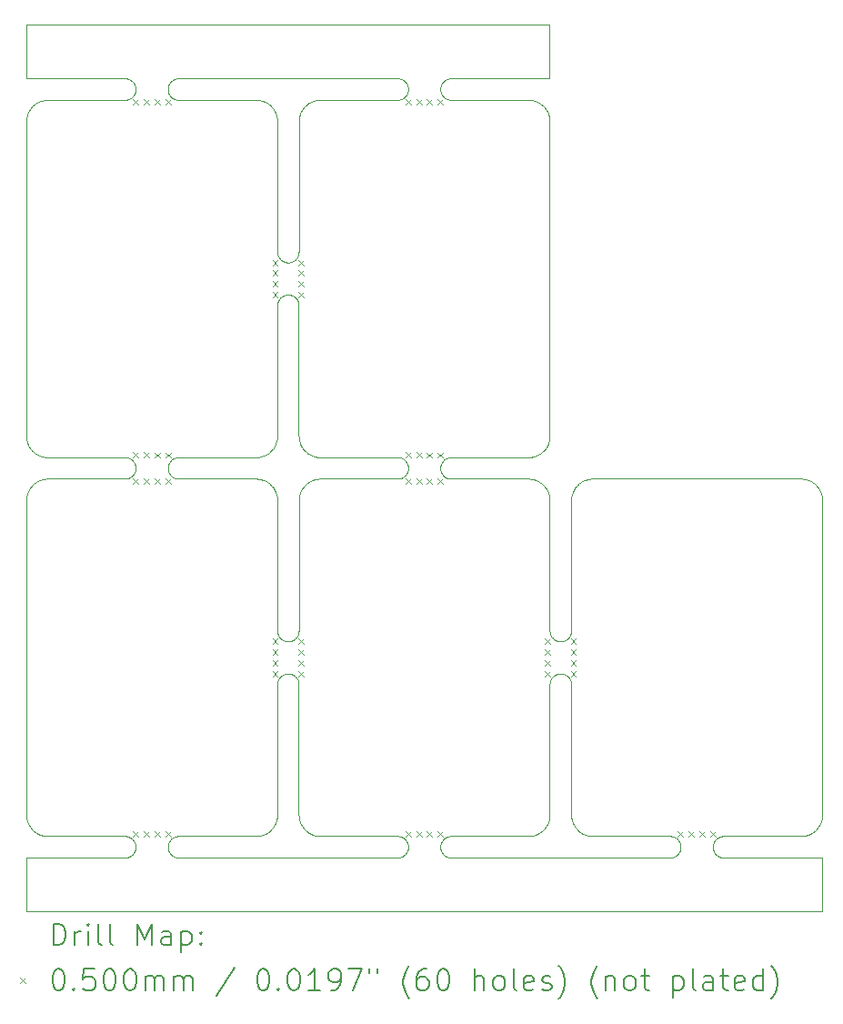
<source format=gbr>
%TF.GenerationSoftware,KiCad,Pcbnew,(6.0.8)*%
%TF.CreationDate,2022-11-08T11:05:10+01:00*%
%TF.ProjectId,STM32G030F6P6,53544d33-3247-4303-9330-463650362e6b,2.0*%
%TF.SameCoordinates,Original*%
%TF.FileFunction,Drillmap*%
%TF.FilePolarity,Positive*%
%FSLAX45Y45*%
G04 Gerber Fmt 4.5, Leading zero omitted, Abs format (unit mm)*
G04 Created by KiCad (PCBNEW (6.0.8)) date 2022-11-08 11:05:10*
%MOMM*%
%LPD*%
G01*
G04 APERTURE LIST*
%ADD10C,0.100000*%
%ADD11C,0.200000*%
%ADD12C,0.050000*%
G04 APERTURE END LIST*
D10*
X6373692Y-2000000D02*
X5454212Y-2000000D01*
X6373494Y-1500000D02*
X6373692Y-2000000D01*
X7990999Y-5727560D02*
X7492975Y-5727495D01*
X6373450Y-4112704D02*
X6373494Y-3614679D01*
X5358167Y-2125213D02*
X5357102Y-2120473D01*
X4077895Y-8976200D02*
X4077910Y-8976220D01*
X4037151Y-5338768D02*
X4037153Y-5338793D01*
X6650197Y-9012155D02*
X6650217Y-9012170D01*
X8797351Y-5747321D02*
X8797328Y-5747310D01*
X5358167Y-5652613D02*
X5357102Y-5647873D01*
X1506104Y-5878479D02*
X1506098Y-5878503D01*
X1678510Y-5526214D02*
X1678535Y-5526217D01*
X6479564Y-7541219D02*
X6484410Y-7541577D01*
X3773672Y-5781609D02*
X3773653Y-5781592D01*
X8908250Y-8883854D02*
X8908254Y-8883829D01*
X6533721Y-7221619D02*
X6529748Y-7224417D01*
X1629362Y-5514480D02*
X1629386Y-5514490D01*
X2907696Y-2000477D02*
X2912542Y-2000119D01*
X6652200Y-9013705D02*
X6658325Y-9018203D01*
X6361552Y-2331714D02*
X6360689Y-2329386D01*
X2510863Y-5666383D02*
X2508893Y-5670826D01*
X5395226Y-2019483D02*
X5399199Y-2016685D01*
X6360680Y-5856762D02*
X6357861Y-5849705D01*
X1530955Y-5820571D02*
X1529642Y-5822677D01*
X3925947Y-7541577D02*
X3930793Y-7541219D01*
X3758200Y-5486305D02*
X3758220Y-5486290D01*
X6453179Y-7239197D02*
X6448437Y-7238132D01*
X3637436Y-9054784D02*
X3645663Y-9054575D01*
X6360680Y-8925438D02*
X6360689Y-8925414D01*
X4099928Y-9000591D02*
X4099947Y-9000608D01*
X3815786Y-8943979D02*
X3816879Y-8941751D01*
X1500013Y-1999117D02*
X1500020Y-1999165D01*
X4195331Y-2204375D02*
X4195306Y-2204380D01*
X4138670Y-2225761D02*
X4138648Y-2225773D01*
X4071964Y-5440617D02*
X4073382Y-5442654D01*
X4037983Y-2378535D02*
X4037732Y-2381004D01*
X6627792Y-8991653D02*
X6627809Y-8991672D01*
X1501186Y-8876290D02*
X1502146Y-8883829D01*
X4195331Y-5523025D02*
X4197762Y-5523525D01*
X8910048Y-9754552D02*
X8910084Y-9754519D01*
X6262779Y-9033786D02*
X6262802Y-9033774D01*
X3665829Y-9052654D02*
X3665854Y-9052650D01*
X1620001Y-2216727D02*
X1619978Y-2216737D01*
X8909844Y-9754688D02*
X8909887Y-9754665D01*
X5395220Y-5708073D02*
X5391390Y-5705084D01*
X6288875Y-9018203D02*
X6295000Y-9013705D01*
X6232255Y-2208824D02*
X6224948Y-2206733D01*
X6286796Y-2235150D02*
X6280450Y-2230968D01*
X1500351Y-5338768D02*
X1500353Y-5338793D01*
X6304814Y-5478302D02*
X6310453Y-5473208D01*
X4056721Y-5840449D02*
X4056710Y-5840472D01*
X6184675Y-5727729D02*
X6184657Y-5727727D01*
X8869305Y-5806000D02*
X8869290Y-5805980D01*
X4197787Y-5523529D02*
X4205267Y-5524870D01*
X4052538Y-5405095D02*
X4052548Y-5405118D01*
X1500072Y-1500645D02*
X1500056Y-1500692D01*
X5355200Y-2099012D02*
X5355320Y-2094142D01*
X4073397Y-5812125D02*
X4073382Y-5812146D01*
X2504315Y-2048104D02*
X2506710Y-2052332D01*
X4037151Y-8866168D02*
X4037153Y-8866193D01*
X8849071Y-5783319D02*
X8847272Y-5781609D01*
X2818877Y-9165504D02*
X2818519Y-9160658D01*
X6684421Y-9033786D02*
X6686649Y-9034879D01*
X6577975Y-5885931D02*
X6577475Y-5888362D01*
X5364704Y-5670885D02*
X5362735Y-5666443D01*
X3816890Y-5840472D02*
X3816879Y-5840449D01*
X5007103Y-9068729D02*
X5011208Y-9071329D01*
X1536582Y-5812146D02*
X1535164Y-5814183D01*
X4175729Y-5736982D02*
X4168538Y-5739440D01*
X8910400Y-9753597D02*
X8910400Y-9753573D01*
X5364707Y-5583974D02*
X5366892Y-5579633D01*
X6324519Y-2268805D02*
X6324502Y-2268785D01*
X3952475Y-7240028D02*
X3947653Y-7240623D01*
X6569445Y-7611369D02*
X6570741Y-7616052D01*
X3800203Y-5442675D02*
X3800218Y-5442654D01*
X6192596Y-2200932D02*
X6192570Y-2200930D01*
X1519910Y-8941728D02*
X1519921Y-8941751D01*
X4085898Y-5458615D02*
X4090992Y-5464253D01*
X7590928Y-9170326D02*
X7590097Y-9175114D01*
X6371074Y-8886308D02*
X6371450Y-8883854D01*
X1638929Y-2209582D02*
X1631738Y-2212040D01*
X4052548Y-5405118D02*
X4053527Y-5407399D01*
X2819472Y-2084474D02*
X2820302Y-2079686D01*
X6372668Y-5346396D02*
X6372670Y-5346370D01*
X6732106Y-9050420D02*
X6732131Y-9050425D01*
X6774237Y-5727400D02*
X6774224Y-5727400D01*
X7582495Y-9198128D02*
X7580310Y-9202468D01*
X3811027Y-5829248D02*
X3807171Y-5822699D01*
X1500020Y-9255634D02*
X1500013Y-9255683D01*
X6356873Y-2320001D02*
X6356863Y-2319978D01*
X4084248Y-5798107D02*
X4079445Y-5803997D01*
X5355320Y-9148847D02*
X5355677Y-9144001D01*
X2819472Y-2115686D02*
X2818877Y-2110863D01*
X6244237Y-9041880D02*
X6251295Y-9039061D01*
X3665829Y-5525254D02*
X3665854Y-5525250D01*
X6675470Y-9029039D02*
X6677640Y-9030244D01*
X2827905Y-2056672D02*
X2830090Y-2052332D01*
X1506098Y-5376296D02*
X1506104Y-5376321D01*
X6686672Y-5747310D02*
X6686649Y-5747321D01*
X6253622Y-5744137D02*
X6253599Y-5744127D01*
X3832420Y-8896294D02*
X3832425Y-8896269D01*
X2907708Y-5527781D02*
X2912555Y-5527424D01*
X1500225Y-5336263D02*
X1500225Y-5336289D01*
X8847253Y-5781592D02*
X8841615Y-5776498D01*
X6330954Y-2276597D02*
X6326152Y-2270707D01*
X5391390Y-5705084D02*
X5387711Y-5701910D01*
X3794170Y-2276617D02*
X3794154Y-2276597D01*
X4037129Y-2388924D02*
X4037127Y-2388943D01*
X2893334Y-2197191D02*
X2888652Y-2195894D01*
X1502526Y-2368492D02*
X1502150Y-2370946D01*
X6372414Y-5905910D02*
X6371454Y-5898371D01*
X3821052Y-5405118D02*
X3821061Y-5405095D01*
X7563008Y-9083641D02*
X7566358Y-9087160D01*
X1524544Y-5831462D02*
X1521026Y-5838198D01*
X1535164Y-5440617D02*
X1536582Y-5442654D01*
X6373247Y-2388607D02*
X6372670Y-2381030D01*
X6373928Y-7630388D02*
X6374523Y-7625566D01*
X4956175Y-5727495D02*
X4237437Y-5727400D01*
X3935663Y-7541100D02*
X3937894Y-7541100D01*
X4066428Y-5822699D02*
X4062573Y-5829248D01*
X6234647Y-5517826D02*
X6234671Y-5517818D01*
X2875081Y-9064206D02*
X2879523Y-9062238D01*
X6598156Y-5831440D02*
X6598144Y-5831462D01*
X6373374Y-5918511D02*
X6373249Y-5916032D01*
X5015174Y-2019483D02*
X5019005Y-2022472D01*
X5054723Y-9165504D02*
X5054128Y-9170326D01*
X8910370Y-9754014D02*
X8910380Y-9753966D01*
X4970738Y-9055713D02*
X4975525Y-9056544D01*
X8854463Y-8993489D02*
X8854480Y-8993471D01*
X3837723Y-4098166D02*
X3838554Y-4093379D01*
X3980275Y-3704196D02*
X3975833Y-3706165D01*
X4215335Y-5526217D02*
X4217804Y-5526468D01*
X1500932Y-5908404D02*
X1500930Y-5908429D01*
X6372668Y-8873796D02*
X6372670Y-8873770D01*
X4037153Y-5338793D02*
X4037730Y-5346370D01*
X6467636Y-7240980D02*
X6462790Y-7240623D01*
X5387716Y-9229154D02*
X5384197Y-9225803D01*
X4073397Y-2284725D02*
X4073382Y-2284746D01*
X1500016Y-5328023D02*
X1500016Y-5328035D01*
X4042904Y-5376321D02*
X4043526Y-5378724D01*
X6372417Y-8876265D02*
X6372668Y-8873796D01*
X6326136Y-8984112D02*
X6326152Y-8984093D01*
X4147598Y-5748426D02*
X4140862Y-5751944D01*
X7914476Y-9090896D02*
X7917650Y-9087216D01*
X5407540Y-5538991D02*
X5411881Y-5536806D01*
X8817251Y-5758368D02*
X8817229Y-5758355D01*
X3947653Y-3713223D02*
X3942807Y-3713580D01*
X6666749Y-5758368D02*
X6660404Y-5762550D01*
X3815786Y-5838221D02*
X3815774Y-5838198D01*
X2498920Y-9094670D02*
X2501718Y-9098642D01*
X6763490Y-9054526D02*
X6764400Y-9054543D01*
X6271730Y-5753161D02*
X6269560Y-5751956D01*
X6644288Y-5774864D02*
X6642404Y-5776481D01*
X6762543Y-9054473D02*
X6763452Y-9054524D01*
X3889023Y-3702009D02*
X3884795Y-3699613D01*
X3734930Y-9029039D02*
X3734952Y-9029027D01*
X3897767Y-4021235D02*
X3902300Y-4019487D01*
X6337003Y-5442675D02*
X6337018Y-5442654D01*
X6222521Y-2206104D02*
X6222496Y-2206098D01*
X2907684Y-5727082D02*
X2902862Y-5726487D01*
X1595277Y-5757042D02*
X1593171Y-5758355D01*
X5444496Y-9254323D02*
X5439674Y-9253728D01*
X2498917Y-9214774D02*
X2495928Y-9218605D01*
X1651079Y-2206104D02*
X1648676Y-2206726D01*
X8900826Y-8915847D02*
X8901569Y-8913479D01*
X6752135Y-9053617D02*
X6754604Y-9053868D01*
X3780880Y-8993471D02*
X3782591Y-8991672D01*
X6269537Y-2224544D02*
X6262802Y-2221026D01*
X3726002Y-5506374D02*
X3732737Y-5502856D01*
X1648651Y-5734133D02*
X1641345Y-5736224D01*
X6684398Y-9033774D02*
X6684421Y-9033786D01*
X4166162Y-5514480D02*
X4166186Y-5514490D01*
X8884639Y-8952930D02*
X8885844Y-8950760D01*
X3688148Y-9048067D02*
X3695455Y-9045976D01*
X4236164Y-2200016D02*
X4227937Y-2200225D01*
X3840955Y-7170831D02*
X3839659Y-7166148D01*
X1500135Y-9754287D02*
X1500160Y-9754330D01*
X4037986Y-2378510D02*
X4037983Y-2378535D01*
X1681004Y-5728332D02*
X1678535Y-5728583D01*
X5029558Y-9087160D02*
X5032731Y-9090839D01*
X4041175Y-5885931D02*
X4040675Y-5888362D01*
X6373326Y-5337510D02*
X6373343Y-5336600D01*
X2518280Y-5633353D02*
X2517923Y-5638199D01*
X6366867Y-8906148D02*
X6366873Y-8906124D01*
X6222496Y-2206098D02*
X6215094Y-2204380D01*
X4105585Y-2249098D02*
X4099947Y-2254192D01*
X6573272Y-7151812D02*
X6572677Y-7156634D01*
X3789336Y-2270688D02*
X3787719Y-2268805D01*
X6570781Y-7166162D02*
X6569484Y-7170845D01*
X2893356Y-9057670D02*
X2898097Y-9056605D01*
X6278323Y-2229642D02*
X6278301Y-2229628D01*
X5403311Y-5541386D02*
X5407540Y-5538991D01*
X2830092Y-5579633D02*
X2832487Y-5575405D01*
X4970715Y-5726425D02*
X4965891Y-5727019D01*
X3658265Y-2201183D02*
X3655796Y-2200932D01*
X5054723Y-2089296D02*
X5055080Y-2094142D01*
X1500390Y-1500217D02*
X1500352Y-1500248D01*
X7894967Y-9179855D02*
X7893902Y-9175114D01*
X1521014Y-5416579D02*
X1521026Y-5416602D01*
X5019010Y-9077116D02*
X5022689Y-9080290D01*
X3697847Y-5736974D02*
X3695479Y-5736231D01*
X6573600Y-8854164D02*
X6573600Y-8854177D01*
X2489403Y-9225803D02*
X2485884Y-9229154D01*
X1506733Y-2348652D02*
X1506726Y-2348676D01*
X4105604Y-9005719D02*
X4107488Y-9007336D01*
X1519910Y-5840472D02*
X1516737Y-5847378D01*
X4061356Y-2304040D02*
X4061344Y-2304062D01*
X8799579Y-9033786D02*
X8799602Y-9033774D01*
X4195306Y-9050420D02*
X4195331Y-9050425D01*
X7587737Y-9184538D02*
X7586212Y-9189152D01*
X8906529Y-8893813D02*
X8907870Y-8886333D01*
X6373970Y-7151795D02*
X6373613Y-7146949D01*
X3937937Y-3713700D02*
X3935706Y-3713700D01*
X2917425Y-5527305D02*
X3636163Y-5527400D01*
X6594626Y-8944002D02*
X6598144Y-8950738D01*
X4115400Y-5486305D02*
X4121525Y-5490803D01*
X6369220Y-8896294D02*
X6369225Y-8896269D01*
X1595299Y-2229628D02*
X1595277Y-2229642D01*
X4037983Y-5905935D02*
X4037732Y-5908404D01*
X6702986Y-5740310D02*
X6702962Y-5740319D01*
X8885844Y-5831440D02*
X8884639Y-5829270D01*
X8909470Y-5908429D02*
X8909468Y-5908404D01*
X6317663Y-2261311D02*
X6312289Y-2255937D01*
X2854589Y-2177684D02*
X2850911Y-2174510D01*
X3655770Y-9053870D02*
X3655796Y-9053868D01*
X2504315Y-9206696D02*
X2501715Y-9210801D01*
X2515433Y-2074945D02*
X2516497Y-2079686D01*
X6324502Y-5458615D02*
X6324519Y-5458595D01*
X8909661Y-9254842D02*
X8909614Y-9254830D01*
X4098111Y-5471463D02*
X4098129Y-5471480D01*
X8823617Y-9019636D02*
X8825654Y-9018218D01*
X6271730Y-5501639D02*
X6271752Y-5501627D01*
X8906025Y-8896269D02*
X8906525Y-8893838D01*
X4031160Y-7175458D02*
X4029411Y-7179991D01*
X3823880Y-5856762D02*
X3821061Y-5849705D01*
X1500281Y-9754484D02*
X1500316Y-9754519D01*
X2827904Y-5670885D02*
X2825935Y-5666443D01*
X7555805Y-9232328D02*
X7551974Y-9235317D01*
X1535164Y-8968017D02*
X1536582Y-8970054D01*
X1688924Y-5527071D02*
X1688943Y-5527073D01*
X2512613Y-2065648D02*
X2514137Y-2070262D01*
X2858432Y-9074183D02*
X2862405Y-9071385D01*
X5032724Y-5691304D02*
X5029550Y-5694983D01*
X3665854Y-5525250D02*
X3668307Y-5524874D01*
X6439100Y-7546887D02*
X6443714Y-7545363D01*
X8797351Y-9034879D02*
X8799579Y-9033786D01*
X1502530Y-8886333D02*
X1503870Y-8893813D01*
X6319391Y-2263128D02*
X6317680Y-2261329D01*
X5355200Y-2101148D02*
X5355200Y-2099012D01*
X6297003Y-9012155D02*
X6302893Y-9007352D01*
X1670971Y-5729546D02*
X1670946Y-5729550D01*
X4073397Y-8970075D02*
X4077895Y-8976200D01*
X1524556Y-8950760D02*
X1525761Y-8952930D01*
X3848381Y-3661363D02*
X3846196Y-3657022D01*
X7893902Y-9175114D02*
X7893072Y-9170326D01*
X8898360Y-5859138D02*
X8898352Y-5859114D01*
X3821061Y-8932495D02*
X3823880Y-8925438D01*
X5047665Y-5588357D02*
X5049414Y-5592890D01*
X6241862Y-5739440D02*
X6234671Y-5736982D01*
X1503870Y-2360987D02*
X1502530Y-2368467D01*
X4037127Y-2388943D02*
X4037076Y-2389852D01*
X8910392Y-9255732D02*
X8910387Y-9255683D01*
X3697847Y-9045226D02*
X3697871Y-9045218D01*
X4036816Y-5328035D02*
X4037025Y-5336263D01*
X3766112Y-5479936D02*
X3767995Y-5478319D01*
X2518280Y-9148782D02*
X2518400Y-9153652D01*
X6174224Y-5527384D02*
X6174236Y-5527384D01*
X6608750Y-5814204D02*
X6604568Y-5820549D01*
X5055080Y-9148782D02*
X5055200Y-9153652D01*
X3835617Y-2378535D02*
X3835614Y-2378510D01*
X6732131Y-5731775D02*
X6732106Y-5731780D01*
X1500000Y-8854177D02*
X1500016Y-8855423D01*
X4020224Y-4057703D02*
X4022824Y-4061809D01*
X6297003Y-5770045D02*
X6296983Y-5770030D01*
X4090992Y-5790547D02*
X4085898Y-5796185D01*
X8889374Y-5838198D02*
X8885856Y-5831462D01*
X6567921Y-7606754D02*
X6569445Y-7611369D01*
X1500930Y-8873770D02*
X1500932Y-8873796D01*
X6395963Y-7204901D02*
X6392973Y-7201070D01*
X3805832Y-8961651D02*
X3805845Y-8961629D01*
X8909468Y-9754792D02*
X8909517Y-9754787D01*
X6364026Y-5388447D02*
X6364769Y-5386079D01*
X3675838Y-9050925D02*
X3678269Y-9050425D01*
X6361560Y-2331738D02*
X6361552Y-2331714D01*
X1601848Y-5501627D02*
X1601870Y-5501639D01*
X2822664Y-9124965D02*
X2824188Y-9120350D01*
X1500276Y-5917252D02*
X1500274Y-5917290D01*
X7539668Y-9243110D02*
X7535328Y-9245295D01*
X4129949Y-2230968D02*
X4123604Y-2235150D01*
X4090992Y-5464253D02*
X4091009Y-5464272D01*
X3685721Y-5521296D02*
X3688124Y-5520674D01*
X6622681Y-8985995D02*
X6622698Y-8986015D01*
X6732106Y-5731780D02*
X6724703Y-5733498D01*
X1547464Y-5798088D02*
X1547448Y-5798107D01*
X6222521Y-5521296D02*
X6224924Y-5520674D01*
X6390138Y-7585094D02*
X6392936Y-7581122D01*
X3787719Y-5458595D02*
X3789336Y-5456712D01*
X3775471Y-5471480D02*
X3775489Y-5471463D01*
X5047664Y-9193686D02*
X5045695Y-9198128D01*
X5430145Y-9251833D02*
X5425462Y-9250537D01*
X1506726Y-8906124D02*
X1506733Y-8906148D01*
X1547464Y-5456712D02*
X1549081Y-5458595D01*
X5019005Y-2022472D02*
X5022684Y-2025646D01*
X1504375Y-5368869D02*
X1504380Y-5368894D01*
X8817229Y-5758355D02*
X8815123Y-5757042D01*
X6390176Y-7197097D02*
X6387576Y-7192991D01*
X4195306Y-5523020D02*
X4195331Y-5523025D01*
X8910387Y-9753917D02*
X8910392Y-9753868D01*
X3815774Y-2310798D02*
X3812256Y-2304062D01*
X6559662Y-7193001D02*
X6557062Y-7197106D01*
X3685696Y-2206098D02*
X3678294Y-2204380D01*
X6343958Y-8959523D02*
X6343971Y-8959501D01*
X3780880Y-5788729D02*
X3780863Y-5788711D01*
X1610798Y-5506374D02*
X1610821Y-5506386D01*
X2819472Y-5643085D02*
X2818877Y-5638263D01*
X5357103Y-2079686D02*
X5358167Y-2074945D01*
X6614695Y-8976200D02*
X6614710Y-8976220D01*
X5434875Y-2198256D02*
X5430134Y-2197191D01*
X7986155Y-9054824D02*
X7991025Y-9054705D01*
X1631714Y-2212048D02*
X1629386Y-2212910D01*
X5449342Y-9254680D02*
X5444496Y-9254323D01*
X7580310Y-9202468D02*
X7577915Y-9206696D01*
X2512613Y-9189152D02*
X2510864Y-9193686D01*
X6310472Y-9000591D02*
X6312271Y-8998880D01*
X5035717Y-9214774D02*
X5032728Y-9218605D01*
X1595299Y-5757028D02*
X1595277Y-5757042D01*
X6312271Y-2255920D02*
X6310472Y-2254209D01*
X7502716Y-9055118D02*
X7507538Y-9055713D01*
X1699363Y-5727416D02*
X1691136Y-5727625D01*
X6352586Y-2310821D02*
X6352574Y-2310798D01*
X3996883Y-7560585D02*
X4000714Y-7563574D01*
X4961070Y-5527360D02*
X4965916Y-5527718D01*
X6371074Y-5358908D02*
X6371450Y-5356454D01*
X2830088Y-2147825D02*
X2827904Y-2143485D01*
X7592000Y-9155788D02*
X7591880Y-9160658D01*
X6337018Y-5442654D02*
X6338436Y-5440617D01*
X4036800Y-5326777D02*
X4036816Y-5328023D01*
X5358168Y-9129648D02*
X5359464Y-9124965D01*
X1641345Y-9045976D02*
X1648651Y-9048067D01*
X8879445Y-5820571D02*
X8879432Y-5820549D01*
X8808552Y-5753173D02*
X8808530Y-5753161D01*
X3648193Y-5527047D02*
X3655770Y-5526470D01*
X1561329Y-8998880D02*
X1563128Y-9000591D01*
X3834274Y-5895892D02*
X3834270Y-5895867D01*
X6302893Y-2247448D02*
X6297003Y-2242645D01*
X6212613Y-5731270D02*
X6205132Y-5729930D01*
X3807158Y-5822677D02*
X3805845Y-5820571D01*
X6373600Y-5928035D02*
X6373600Y-5928023D01*
X3695479Y-9045969D02*
X3697847Y-9045226D01*
X2514137Y-2070262D02*
X2515433Y-2074945D01*
X7991025Y-9054705D02*
X8709763Y-9054800D01*
X1629362Y-2212920D02*
X1622305Y-2215739D01*
X8781014Y-5740310D02*
X8778686Y-5739448D01*
X5449330Y-5727440D02*
X5444484Y-5727082D01*
X4217804Y-5728332D02*
X4215335Y-5728583D01*
X6372670Y-2381030D02*
X6372668Y-2381004D01*
X6754604Y-5728332D02*
X6752135Y-5728583D01*
X5374683Y-9214774D02*
X5371885Y-9210801D01*
X4036830Y-7146966D02*
X4036472Y-7151812D01*
X3876679Y-7560581D02*
X3880652Y-7557783D01*
X2866511Y-9068786D02*
X2870740Y-9066391D01*
X6253599Y-5510673D02*
X6253622Y-5510663D01*
X2847392Y-2171159D02*
X2844042Y-2167640D01*
X5018999Y-5705027D02*
X5015168Y-5708017D01*
X6296983Y-5770030D02*
X6295020Y-5768510D01*
X8906529Y-5888387D02*
X8906525Y-5888362D01*
X6430164Y-7231594D02*
X6425823Y-7229409D01*
X4226652Y-9054524D02*
X4226690Y-9054526D01*
X7901505Y-9198128D02*
X7899536Y-9193686D01*
X6205107Y-5729926D02*
X6202654Y-5729550D01*
X5371882Y-5683558D02*
X5369283Y-5679453D01*
X6369725Y-5888362D02*
X6369225Y-5885931D01*
X6373375Y-2391137D02*
X6373374Y-2391111D01*
X6774224Y-5727400D02*
X6772976Y-5727416D01*
X1503875Y-5888362D02*
X1503870Y-5888387D01*
X2888672Y-5531565D02*
X2893356Y-5530270D01*
X8799602Y-5748426D02*
X8799579Y-5748414D01*
X5041117Y-9102747D02*
X5043512Y-9106975D01*
X1690819Y-5527143D02*
X2419401Y-5527239D01*
X6373450Y-7640104D02*
X6373570Y-7635234D01*
X6297003Y-2242645D02*
X6296983Y-2242630D01*
X5029554Y-2032516D02*
X5032728Y-2036195D01*
X6286796Y-5762550D02*
X6280450Y-5758368D01*
X1506726Y-5876076D02*
X1506104Y-5878479D01*
X8909614Y-9754770D02*
X8909661Y-9754758D01*
X6573616Y-8855435D02*
X6573825Y-8863663D01*
X3734930Y-5501639D02*
X3734952Y-5501627D01*
X4066442Y-5822677D02*
X4066428Y-5822699D01*
X6387538Y-7589199D02*
X6390138Y-7585094D01*
X5430156Y-5530270D02*
X5434897Y-5529205D01*
X2504317Y-9102747D02*
X2506712Y-9106975D01*
X4121525Y-5490803D02*
X4121546Y-5490818D01*
X3957221Y-4015603D02*
X3961962Y-4016667D01*
X6642385Y-9005702D02*
X6642404Y-9005719D01*
X3816890Y-8941728D02*
X3820063Y-8934822D01*
X4038946Y-5356429D02*
X4038950Y-5356454D01*
X2516497Y-5647810D02*
X2515432Y-5652552D01*
X6232279Y-5518569D02*
X6234647Y-5517826D01*
X8880758Y-8959523D02*
X8880772Y-8959501D01*
X5357102Y-5647873D02*
X5356272Y-5643085D01*
X6349044Y-5423360D02*
X6349056Y-5423338D01*
X8839693Y-5774848D02*
X8833803Y-5770045D01*
X4000714Y-4036174D02*
X4004393Y-4039349D01*
X2508895Y-2056672D02*
X2510864Y-2061114D01*
X3732737Y-2224544D02*
X3726002Y-2221026D01*
X3655770Y-5526470D02*
X3655796Y-5526468D01*
X4056721Y-5414351D02*
X4057814Y-5416579D01*
X1515738Y-2322305D02*
X1512919Y-2329362D01*
X1549098Y-2268785D02*
X1549081Y-2268805D01*
X8815123Y-5757042D02*
X8815101Y-5757028D01*
X1506098Y-8903696D02*
X1506104Y-8903721D01*
X1584725Y-5490803D02*
X1584746Y-5490818D01*
X2516498Y-5606927D02*
X2517328Y-5611714D01*
X7897787Y-9189152D02*
X7896263Y-9184538D01*
X6598144Y-5831462D02*
X6594626Y-5838198D01*
X2821368Y-5602248D02*
X2822664Y-5597565D01*
X1504375Y-5885931D02*
X1503875Y-5888362D01*
X5041113Y-2151995D02*
X5038513Y-2156100D01*
X2830088Y-5675225D02*
X2827904Y-5670885D01*
X3836784Y-2399377D02*
X3836784Y-2399365D01*
X2862399Y-9238115D02*
X2858426Y-9235317D01*
X6172963Y-5527400D02*
X6172976Y-5527400D01*
X3865650Y-7570093D02*
X3869169Y-7566743D01*
X8823596Y-9019650D02*
X8823617Y-9019636D01*
X4025257Y-3661373D02*
X4022862Y-3665601D01*
X1500188Y-9754370D02*
X1500217Y-9754410D01*
X4067768Y-2293149D02*
X4067755Y-2293171D01*
X6319408Y-2263147D02*
X6319391Y-2263128D01*
X6366867Y-5378748D02*
X6366873Y-5378724D01*
X1500020Y-1500834D02*
X1500013Y-1500883D01*
X5026199Y-2171103D02*
X5022679Y-2174453D01*
X6295000Y-5486305D02*
X6295020Y-5486290D01*
X1500470Y-1500160D02*
X1500430Y-1500188D01*
X4132077Y-5497758D02*
X4132099Y-5497772D01*
X6174236Y-5527384D02*
X6182463Y-5527175D01*
X2825936Y-9193686D02*
X2824187Y-9189152D01*
X1610821Y-5748414D02*
X1610798Y-5748426D01*
X7590097Y-9175114D02*
X7589033Y-9179855D01*
X4033941Y-7616052D02*
X4035005Y-7620793D01*
X4178121Y-5518569D02*
X4178145Y-5518576D01*
X6195090Y-9053614D02*
X6202629Y-9052654D01*
X5411872Y-9245295D02*
X5407532Y-9243110D01*
X2514138Y-9124904D02*
X2515433Y-9129587D01*
X6593510Y-5840472D02*
X6590337Y-5847378D01*
X1502150Y-5356454D02*
X1502526Y-5358908D01*
X1530968Y-5434251D02*
X1535150Y-5440596D01*
X6269560Y-9030244D02*
X6271730Y-9029039D01*
X4123583Y-5762564D02*
X4121546Y-5763982D01*
X3795705Y-8976200D02*
X3800203Y-8970075D01*
X3743629Y-2230955D02*
X3741523Y-2229642D01*
X1570688Y-5774864D02*
X1568804Y-5776481D01*
X4067755Y-5820571D02*
X4066442Y-5822677D01*
X3966686Y-7236837D02*
X3962003Y-7238133D01*
X4217804Y-9053868D02*
X4217830Y-9053870D01*
X6583182Y-8915871D02*
X6585640Y-8923062D01*
X3794154Y-2276597D02*
X3789352Y-2270707D01*
X4215310Y-5526214D02*
X4215335Y-5526217D01*
X1689890Y-9054526D02*
X1690800Y-9054543D01*
X3821052Y-8932518D02*
X3821061Y-8932495D01*
X7928195Y-9232328D02*
X7924516Y-9229154D01*
X3906954Y-3709436D02*
X3902340Y-3707912D01*
X3884795Y-3699613D02*
X3880690Y-3697013D01*
X1658506Y-5731780D02*
X1651103Y-5733498D01*
X6372414Y-2378510D02*
X6371454Y-2370971D01*
X4042898Y-8903696D02*
X4042904Y-8903721D01*
X6579698Y-5878503D02*
X6577980Y-5885906D01*
X6622698Y-8986015D02*
X6627792Y-8991653D01*
X4225724Y-5527071D02*
X4225743Y-5527073D01*
X8788118Y-9039052D02*
X8790399Y-9038073D01*
X6302912Y-9007336D02*
X6304795Y-9005719D01*
X5384192Y-2171159D02*
X5380842Y-2167640D01*
X4041175Y-5368869D02*
X4041180Y-5368894D01*
X2832485Y-9206696D02*
X2830090Y-9202468D01*
X6369225Y-8896269D02*
X6369725Y-8893838D01*
X2875081Y-5536806D02*
X2879523Y-5534838D01*
X8906525Y-5888362D02*
X8906025Y-5885931D01*
X3723750Y-5507479D02*
X3725979Y-5506386D01*
X6295020Y-2241110D02*
X6295000Y-2241095D01*
X3942764Y-4013819D02*
X3947610Y-4014177D01*
X3665829Y-2202146D02*
X3658290Y-2201186D01*
X1547464Y-2270688D02*
X1547448Y-2270707D01*
X5366890Y-9202468D02*
X5364705Y-9198128D01*
X6764400Y-9054543D02*
X6764419Y-9054543D01*
X3801636Y-2286783D02*
X3800218Y-2284746D01*
X2866497Y-5713471D02*
X2862392Y-5710871D01*
X3812244Y-8950760D02*
X3812256Y-8950738D01*
X3850776Y-7192991D02*
X3848381Y-7188763D01*
X3658290Y-5728586D02*
X3658265Y-5728583D01*
X6312271Y-5471480D02*
X6312289Y-5471463D01*
X4049710Y-2329386D02*
X4048848Y-2331714D01*
X6634929Y-5783319D02*
X6634911Y-5783337D01*
X6373600Y-2400636D02*
X6373600Y-2400623D01*
X2837883Y-9214774D02*
X2835085Y-9210801D01*
X6302912Y-5479936D02*
X6304795Y-5478319D01*
X6675470Y-5753161D02*
X6675448Y-5753173D01*
X4011300Y-3681187D02*
X4007950Y-3684706D01*
X6762524Y-9054471D02*
X6762543Y-9054473D01*
X6417490Y-7224413D02*
X6413517Y-7221615D01*
X4036472Y-3624412D02*
X4035877Y-3629234D01*
X1504380Y-5368894D02*
X1506098Y-5376296D01*
X3789336Y-5456712D02*
X3789352Y-5456693D01*
X8909217Y-5905935D02*
X8909214Y-5905910D01*
X6224948Y-5520667D02*
X6232255Y-5518576D01*
X7911486Y-9094727D02*
X7914476Y-9090896D01*
X6371450Y-2370946D02*
X6371074Y-2368492D01*
X6349044Y-8950760D02*
X6349056Y-8950738D01*
X3835614Y-2378510D02*
X3834654Y-2370971D01*
X2832487Y-9102805D02*
X2835087Y-9098700D01*
X3820063Y-2319978D02*
X3816890Y-2313072D01*
X3992948Y-3697017D02*
X3988843Y-3699616D01*
X7940104Y-9240715D02*
X7935999Y-9238115D01*
X1500932Y-1999992D02*
X1500981Y-1999994D01*
X2438703Y-2198195D02*
X2433915Y-2199025D01*
X4099928Y-5473191D02*
X4099947Y-5473208D01*
X4227911Y-2200226D02*
X4225432Y-2200351D01*
X6529748Y-7224417D02*
X6525643Y-7227016D01*
X6405969Y-7566743D02*
X6409648Y-7563570D01*
X1500316Y-9754519D02*
X1500352Y-9754552D01*
X3734952Y-2225773D02*
X3734930Y-2225761D01*
X5360987Y-2065648D02*
X5362736Y-2061114D01*
X6260550Y-9034879D02*
X6262779Y-9033786D01*
X1610798Y-2221026D02*
X1604062Y-2224544D01*
X4035877Y-7156634D02*
X4035046Y-7161421D01*
X6304814Y-2249098D02*
X6304795Y-2249081D01*
X4043526Y-5378724D02*
X4043533Y-5378748D01*
X2866504Y-9240715D02*
X2862399Y-9238115D01*
X1502146Y-5898371D02*
X1501186Y-5905910D01*
X6371070Y-5358933D02*
X6371074Y-5358908D01*
X8790422Y-9038063D02*
X8797328Y-9034890D01*
X3678269Y-5523025D02*
X3678294Y-5523020D01*
X7526361Y-9060430D02*
X7530894Y-9062179D01*
X2492754Y-9222284D02*
X2489403Y-9225803D01*
X6202654Y-2202150D02*
X6202629Y-2202146D01*
X6585648Y-8923086D02*
X6586510Y-8925414D01*
X4049719Y-8925438D02*
X4052538Y-8932495D01*
X2424270Y-5527360D02*
X2429116Y-5527718D01*
X1509582Y-2338929D02*
X1509574Y-2338953D01*
X4121525Y-9018203D02*
X4121546Y-9018218D01*
X3836575Y-5918536D02*
X3836574Y-5918511D01*
X1500000Y-9256003D02*
X1500000Y-9256027D01*
X3665854Y-5729550D02*
X3665829Y-5729546D01*
X3832929Y-8893813D02*
X3834270Y-8886333D01*
X2448138Y-9250537D02*
X2443455Y-9251833D01*
X3865687Y-3684700D02*
X3862337Y-3681181D01*
X6372670Y-8873770D02*
X6373271Y-8865876D01*
X8904302Y-8903696D02*
X8906020Y-8896294D01*
X4073382Y-2284746D02*
X4071964Y-2286783D01*
X4084248Y-5456693D02*
X4084264Y-5456712D01*
X8898352Y-5859114D02*
X8897490Y-5856786D01*
X7521738Y-9250537D02*
X7517055Y-9251833D01*
X6262779Y-2221014D02*
X6260550Y-2219921D01*
X6379279Y-7175446D02*
X6377755Y-7170831D01*
X4205267Y-2202530D02*
X4197787Y-2203871D01*
X5430156Y-9057670D02*
X5434897Y-9056605D01*
X1554209Y-5790528D02*
X1554192Y-5790547D01*
X6253599Y-5744127D02*
X6251318Y-5743148D01*
X4227600Y-5527143D02*
X4227619Y-5527143D01*
X8907870Y-5895867D02*
X8906529Y-5888387D01*
X4052538Y-2322305D02*
X4049719Y-2329362D01*
X5043508Y-2147767D02*
X5041113Y-2151995D01*
X6658346Y-5763982D02*
X6658325Y-5763997D01*
X6366867Y-2348652D02*
X6364776Y-2341345D01*
X6271730Y-9029039D02*
X6271752Y-9029027D01*
X6372417Y-2378535D02*
X6372414Y-2378510D01*
X4031121Y-4079354D02*
X4032645Y-4083969D01*
X6260528Y-2219910D02*
X6253622Y-2216737D01*
X4036816Y-5328023D02*
X4036816Y-5328035D01*
X4099947Y-9000608D02*
X4105585Y-9005702D01*
X6222521Y-9048696D02*
X6224924Y-9048074D01*
X2847397Y-2028997D02*
X2850916Y-2025646D01*
X1500008Y-1500932D02*
X1500006Y-1500981D01*
X8788095Y-5743138D02*
X8781038Y-5740319D01*
X1541110Y-5805980D02*
X1541095Y-5806000D01*
X5377669Y-5691361D02*
X5374680Y-5687530D01*
X5038513Y-5683500D02*
X5035714Y-5687473D01*
X6343958Y-5822677D02*
X6342645Y-5820571D01*
X6573750Y-7142096D02*
X6573630Y-7146966D01*
X6406007Y-7215451D02*
X6402487Y-7212100D01*
X3836472Y-5338457D02*
X3836524Y-5337548D01*
X6374564Y-7156618D02*
X6373970Y-7151795D01*
X3823889Y-5398014D02*
X3824752Y-5395686D01*
X2489408Y-9083641D02*
X2492758Y-9087160D01*
X5360987Y-9189152D02*
X5359463Y-9184538D01*
X2461736Y-5536749D02*
X2466076Y-5538934D01*
X6353679Y-5840449D02*
X6352586Y-5838221D01*
X7569531Y-9090839D02*
X7572520Y-9094670D01*
X3836543Y-8864000D02*
X3836543Y-8863981D01*
X3760183Y-5770030D02*
X3758220Y-5768510D01*
X3888984Y-7552789D02*
X3893325Y-7550604D01*
X6574530Y-5908429D02*
X6573929Y-5916324D01*
X6286817Y-5762564D02*
X6286796Y-5762550D01*
X8719263Y-9054575D02*
X8719289Y-9054574D01*
X3678269Y-2204375D02*
X3675838Y-2203875D01*
X2850921Y-9080347D02*
X2854601Y-9077173D01*
X3834274Y-2368492D02*
X3834270Y-2368467D01*
X1500248Y-9754448D02*
X1500281Y-9754484D01*
X1576617Y-2242630D02*
X1576597Y-2242645D01*
X1668492Y-2202526D02*
X1668467Y-2202530D01*
X3787702Y-5458615D02*
X3787719Y-5458595D01*
X2517328Y-5611714D02*
X2517923Y-5616537D01*
X2820302Y-9175114D02*
X2819472Y-9170326D01*
X6380989Y-7602208D02*
X6382958Y-7597766D01*
X5434886Y-2001902D02*
X5439674Y-2001072D01*
X2879514Y-2007536D02*
X2884048Y-2005787D01*
X5403304Y-9240715D02*
X5399199Y-9238115D01*
X6564203Y-7597778D02*
X6566172Y-7602220D01*
X3678294Y-5731780D02*
X3678269Y-5731775D01*
X6352574Y-5838198D02*
X6349056Y-5831462D01*
X6644288Y-9007336D02*
X6644307Y-9007352D01*
X1500091Y-9754200D02*
X1500112Y-9754244D01*
X1500030Y-9754014D02*
X1500042Y-9754061D01*
X6343958Y-5432123D02*
X6343971Y-5432101D01*
X6212638Y-2203875D02*
X6212613Y-2203871D01*
X6361552Y-5859114D02*
X6360689Y-5856786D01*
X6548100Y-7208587D02*
X6544750Y-7212106D01*
X2902862Y-5726487D02*
X2898075Y-5725656D01*
X8867755Y-5803997D02*
X8862952Y-5798107D01*
X6693601Y-5744127D02*
X6693578Y-5744137D01*
X3836449Y-5916032D02*
X3836447Y-5916007D01*
X4215310Y-2201186D02*
X4207771Y-2202146D01*
X1501227Y-9254800D02*
X1501203Y-9254800D01*
X4185476Y-5734126D02*
X4185451Y-5734133D01*
X6571805Y-7620793D02*
X6572635Y-7625581D01*
X4042904Y-8903721D02*
X4043526Y-8906124D01*
X6332505Y-2278600D02*
X6332490Y-2278580D01*
X6260528Y-5507490D02*
X6260550Y-5507479D01*
X1501203Y-9754800D02*
X1501227Y-9754800D01*
X3811027Y-2301848D02*
X3807171Y-2295299D01*
X3637424Y-9054784D02*
X3637424Y-9054784D01*
X3645689Y-5527174D02*
X3648168Y-5527049D01*
X3837128Y-7630388D02*
X3837723Y-7625566D01*
X6347839Y-2301870D02*
X6347827Y-2301848D01*
X3832425Y-8896269D02*
X3832925Y-8893838D01*
X3872848Y-7563570D02*
X3876679Y-7560581D01*
X1690800Y-5527143D02*
X1690819Y-5527143D01*
X1500932Y-1500008D02*
X1500883Y-1500013D01*
X5449342Y-2000119D02*
X5454212Y-2000000D01*
X1516727Y-2320001D02*
X1515748Y-2322282D01*
X7920997Y-9225803D02*
X7917646Y-9222284D01*
X2452752Y-9249013D02*
X2448138Y-9250537D01*
X3782608Y-5790547D02*
X3782591Y-5790528D01*
X6371450Y-5356454D02*
X6371454Y-5356429D01*
X6377715Y-7611355D02*
X6379240Y-7606742D01*
X1629386Y-9041890D02*
X1631714Y-9042752D01*
X1501227Y-2000000D02*
X2419388Y-2000000D01*
X6330954Y-5803997D02*
X6326152Y-5798107D01*
X2820303Y-9134390D02*
X2821368Y-9129648D01*
X6586510Y-5856786D02*
X6585648Y-5859114D01*
X1586804Y-2235150D02*
X1586783Y-2235164D01*
X7948672Y-9245295D02*
X7944332Y-9243110D01*
X1501183Y-8876265D02*
X1501186Y-8876290D01*
X6332505Y-8976200D02*
X6337003Y-8970075D01*
X6253622Y-9038063D02*
X6260528Y-9034890D01*
X2485884Y-9229154D02*
X2482205Y-9232328D01*
X1668467Y-9052270D02*
X1668492Y-9052274D01*
X7577915Y-9206696D02*
X7575315Y-9210801D01*
X3741523Y-2229642D02*
X3741501Y-2229628D01*
X3872886Y-7218625D02*
X3869207Y-7215451D01*
X4052538Y-8932495D02*
X4052548Y-8932518D01*
X6366873Y-5876076D02*
X6366867Y-5876051D01*
X2504313Y-5679395D02*
X2501713Y-5683500D01*
X4965904Y-2000477D02*
X4970726Y-2001072D01*
X1500556Y-9754688D02*
X1500600Y-9754709D01*
X5369283Y-2152053D02*
X5366888Y-2147825D01*
X3834654Y-8883829D02*
X3835614Y-8876290D01*
X1638953Y-2209574D02*
X1638929Y-2209582D01*
X2512614Y-9120290D02*
X2514138Y-9124904D01*
X5416324Y-9062238D02*
X5420858Y-9060489D01*
X6621064Y-5798088D02*
X6621048Y-5798107D01*
X6425823Y-7229409D02*
X6421595Y-7227013D01*
X5035720Y-5567270D02*
X5038518Y-5571242D01*
X6353679Y-5414351D02*
X6353690Y-5414328D01*
X2898097Y-9056605D02*
X2902885Y-9055775D01*
X6357861Y-5849705D02*
X6357852Y-5849682D01*
X4036787Y-4107851D02*
X4036906Y-4112721D01*
X6373326Y-8864910D02*
X6373343Y-8864000D01*
X6593521Y-8941751D02*
X6594614Y-8943979D01*
X2419375Y-2200095D02*
X1700637Y-2200000D01*
X4166186Y-2212910D02*
X4166162Y-2212920D01*
X3743650Y-5496432D02*
X3749996Y-5492250D01*
X4077895Y-5806000D02*
X4073397Y-5812125D01*
X4197762Y-9050925D02*
X4197787Y-9050929D01*
X6326136Y-5798088D02*
X6324519Y-5796204D01*
X5416314Y-2007536D02*
X5420848Y-2005787D01*
X6636747Y-5781592D02*
X6636728Y-5781609D01*
X1689852Y-9054524D02*
X1689890Y-9054526D01*
X4084264Y-2270688D02*
X4084248Y-2270707D01*
X1641345Y-5736224D02*
X1641321Y-5736231D01*
X6402487Y-7212100D02*
X6399137Y-7208581D01*
X7906085Y-9206696D02*
X7903690Y-9202468D01*
X4998528Y-2009505D02*
X5002868Y-2011690D01*
X2429104Y-9254323D02*
X2424258Y-9254680D01*
X4077910Y-8976220D02*
X4079430Y-8978183D01*
X3668307Y-9052274D02*
X3668332Y-9052270D01*
X1578600Y-2241095D02*
X1578580Y-2241110D01*
X2818400Y-5628548D02*
X2818400Y-5626317D01*
X2902874Y-9253728D02*
X2898086Y-9252897D01*
X2862405Y-5543985D02*
X2866511Y-5541386D01*
X4043533Y-5378748D02*
X4045624Y-5386055D01*
X6603228Y-8959501D02*
X6603242Y-8959523D01*
X6319391Y-5464272D02*
X6319408Y-5464253D01*
X3897806Y-3706163D02*
X3893364Y-3704194D01*
X7572520Y-9094670D02*
X7575318Y-9098642D01*
X1555937Y-5788711D02*
X1555919Y-5788729D01*
X1521026Y-5838198D02*
X1521014Y-5838221D01*
X2840872Y-9218605D02*
X2837883Y-9214774D01*
X2498914Y-2160073D02*
X2495924Y-2163904D01*
X5015168Y-5708017D02*
X5011195Y-5710815D01*
X1578580Y-5486290D02*
X1578600Y-5486305D01*
X3830696Y-5376321D02*
X3830702Y-5376296D01*
X4037057Y-2390800D02*
X4037057Y-2390819D01*
X5416314Y-9247264D02*
X5411872Y-9245295D01*
X4040670Y-5366413D02*
X4040675Y-5366438D01*
X7914472Y-9218605D02*
X7911483Y-9214774D01*
X6590337Y-8934822D02*
X6593510Y-8941728D01*
X3906954Y-7236836D02*
X3902340Y-7235312D01*
X8910084Y-9255081D02*
X8910048Y-9255048D01*
X6772976Y-5727416D02*
X6772963Y-5727416D01*
X6498803Y-7238133D02*
X6494062Y-7239198D01*
X7551974Y-9235317D02*
X7548001Y-9238115D01*
X5355677Y-5638263D02*
X5355320Y-5633418D01*
X3830067Y-5378748D02*
X3830073Y-5378724D01*
X1503870Y-5366413D02*
X1503875Y-5366438D01*
X3695479Y-5736231D02*
X3695455Y-5736224D01*
X3752054Y-5490818D02*
X3752075Y-5490803D01*
X3850738Y-4061799D02*
X3853338Y-4057694D01*
X1512919Y-5856762D02*
X1512910Y-5856786D01*
X4036830Y-3619566D02*
X4036472Y-3624412D01*
X6367502Y-2351104D02*
X6367496Y-2351079D01*
X3675813Y-5731270D02*
X3668332Y-5729930D01*
X1668467Y-5729930D02*
X1660987Y-5731270D01*
X6494021Y-7543003D02*
X6498762Y-7544067D01*
X2844046Y-2032516D02*
X2847397Y-2028997D01*
X3838554Y-7620779D02*
X3839619Y-7616038D01*
X8910344Y-9255492D02*
X8910328Y-9255446D01*
X4994095Y-9062179D02*
X4998536Y-9064149D01*
X4175753Y-9045226D02*
X4178121Y-9045969D01*
X6361552Y-8923086D02*
X6361560Y-8923062D01*
X5026208Y-5556241D02*
X5029558Y-5559760D01*
X5035720Y-9094670D02*
X5038518Y-9098642D01*
X3714518Y-5511652D02*
X3716799Y-5510673D01*
X1500390Y-1999783D02*
X1500430Y-1999812D01*
X4123583Y-5492236D02*
X4123604Y-5492250D01*
X6317663Y-5788711D02*
X6312289Y-5783337D01*
X6356863Y-5407422D02*
X6356873Y-5407399D01*
X8875250Y-5814204D02*
X8875236Y-5814183D01*
X6573630Y-7146966D02*
X6573272Y-7151812D01*
X8879432Y-5820549D02*
X8875250Y-5814204D01*
X1660962Y-5523525D02*
X1660987Y-5523529D01*
X5054128Y-9139114D02*
X5054723Y-9143937D01*
X7899537Y-9115817D02*
X7901507Y-9111374D01*
X7582496Y-9111315D02*
X7584465Y-9115757D01*
X4166162Y-5740319D02*
X4159105Y-5743138D01*
X7908685Y-9210801D02*
X7906085Y-9206696D01*
X6577980Y-5885906D02*
X6577975Y-5885931D01*
X4149849Y-9034879D02*
X4149872Y-9034890D01*
X2837879Y-5687530D02*
X2835082Y-5683558D01*
X6360680Y-2329362D02*
X6357861Y-2322305D01*
X3911597Y-7544067D02*
X3916337Y-7543002D01*
X5377669Y-2163961D02*
X5374680Y-2160130D01*
X4140862Y-9030256D02*
X4147598Y-9033774D01*
X6192570Y-2200930D02*
X6184675Y-2200329D01*
X3812256Y-5423338D02*
X3815774Y-5416602D01*
X3732760Y-2224556D02*
X3732737Y-2224544D01*
X1529642Y-5822677D02*
X1529628Y-5822699D01*
X2461728Y-2009505D02*
X2466068Y-2011690D01*
X6353690Y-8941728D02*
X6356863Y-8934822D01*
X1521026Y-8944002D02*
X1524544Y-8950738D01*
X4062573Y-5829248D02*
X4062561Y-5829270D01*
X3856136Y-4053722D02*
X3859126Y-4049891D01*
X3884757Y-4027783D02*
X3888984Y-4025389D01*
X4215335Y-5728583D02*
X4215310Y-5728586D01*
X4138670Y-5501639D02*
X4140840Y-5502844D01*
X6215094Y-5731780D02*
X6215069Y-5731775D01*
X3685721Y-5733504D02*
X3685696Y-5733498D01*
X1512040Y-5395662D02*
X1512048Y-5395686D01*
X8869305Y-8976200D02*
X8873803Y-8970075D01*
X1519910Y-2313072D02*
X1516737Y-2319978D01*
X1658506Y-5523020D02*
X1658531Y-5523025D01*
X6338436Y-8968017D02*
X6338450Y-8967996D01*
X3836800Y-2400623D02*
X3836784Y-2399377D01*
X4014437Y-4049899D02*
X4017426Y-4053730D01*
X1536597Y-8970075D02*
X1541095Y-8976200D01*
X3880690Y-7224413D02*
X3876717Y-7221615D01*
X3893364Y-3704194D02*
X3889023Y-3702009D01*
X6184968Y-9054449D02*
X6184993Y-9054447D01*
X3836575Y-2391137D02*
X3836574Y-2391111D01*
X6357852Y-5849682D02*
X6356873Y-5847401D01*
X3705062Y-5515360D02*
X3705086Y-5515352D01*
X3827969Y-8913479D02*
X3827976Y-8913455D01*
X1610798Y-9033774D02*
X1610821Y-9033786D01*
X3975833Y-3706165D02*
X3971300Y-3707913D01*
X4020262Y-7197106D02*
X4017464Y-7201078D01*
X3836472Y-8865857D02*
X3836524Y-8864948D01*
X2825935Y-5666443D02*
X2824186Y-5661910D01*
X5050937Y-9184538D02*
X5049413Y-9189152D01*
X6364018Y-8915871D02*
X6364026Y-8915847D01*
X8901576Y-5868745D02*
X8901569Y-5868721D01*
X6752110Y-5728586D02*
X6744571Y-5729546D01*
X6593521Y-5840449D02*
X6593510Y-5840472D01*
X2485889Y-5552890D02*
X2489408Y-5556241D01*
X1500430Y-9254988D02*
X1500390Y-9255017D01*
X6693601Y-9038073D02*
X6695882Y-9039052D01*
X6330954Y-5450803D02*
X6330970Y-5450783D01*
X6373343Y-8863981D02*
X6373450Y-7640104D01*
X3992910Y-7557786D02*
X3996883Y-7560585D01*
X6752135Y-5728583D02*
X6752110Y-5728586D01*
X4105585Y-5776498D02*
X4099947Y-5781592D01*
X3805832Y-2293149D02*
X3801650Y-2286804D01*
X3942764Y-7541219D02*
X3947610Y-7541577D01*
X2818877Y-5638263D02*
X2818519Y-5633418D01*
X7893072Y-9170326D02*
X7892477Y-9165504D01*
X3827976Y-5868745D02*
X3827969Y-5868721D01*
X3862337Y-7208581D02*
X3859163Y-7204901D01*
X7555810Y-9077116D02*
X7559489Y-9080290D01*
X1500600Y-1500091D02*
X1500556Y-1500112D01*
X3832420Y-5885906D02*
X3830702Y-5878503D01*
X2912555Y-5527424D02*
X2917425Y-5527305D01*
X3760183Y-2242630D02*
X3758220Y-2241110D01*
X1508831Y-5386079D02*
X1509574Y-5388447D01*
X1502150Y-5898346D02*
X1502146Y-5898371D01*
X8909468Y-8873796D02*
X8909470Y-8873770D01*
X4037730Y-5346370D02*
X4037732Y-5346396D01*
X3743629Y-9023845D02*
X3743650Y-9023832D01*
X2830090Y-9202468D02*
X2827905Y-9198128D01*
X8751894Y-5731780D02*
X8751869Y-5731775D01*
X8884627Y-8952952D02*
X8884639Y-8952930D01*
X2902885Y-5528375D02*
X2907708Y-5527781D01*
X2821367Y-2125213D02*
X2820302Y-2120473D01*
X8806360Y-9030244D02*
X8808530Y-9029039D01*
X6462790Y-7240623D02*
X6457967Y-7240028D01*
X1648676Y-5520674D02*
X1651079Y-5521296D01*
X5380846Y-2032516D02*
X5384197Y-2028997D01*
X4066428Y-5432101D02*
X4066442Y-5432123D01*
X4980255Y-9251833D02*
X4975514Y-9252897D01*
X6352586Y-8943979D02*
X6353679Y-8941751D01*
X8721768Y-9054449D02*
X8721793Y-9054447D01*
X6364026Y-5866353D02*
X6364018Y-5866329D01*
X6366867Y-5876051D02*
X6364776Y-5868745D01*
X8709776Y-9054800D02*
X8711024Y-9054784D01*
X5032728Y-2036195D02*
X5035717Y-2040026D01*
X4033941Y-4088652D02*
X4035005Y-4093393D01*
X3714495Y-9039061D02*
X3714518Y-9039052D01*
X4056710Y-5414328D02*
X4056721Y-5414351D01*
X5002860Y-2188409D02*
X4998519Y-2190594D01*
X1500930Y-5908429D02*
X1500329Y-5916324D01*
X4091009Y-5464272D02*
X4092719Y-5466071D01*
X8910392Y-9753868D02*
X8910394Y-9753819D01*
X2518400Y-5628482D02*
X2518280Y-5633353D01*
X1638953Y-9045226D02*
X1641321Y-9045969D01*
X4062561Y-8952930D02*
X4062573Y-8952952D01*
X2824187Y-2065648D02*
X2825936Y-2061114D01*
X5411864Y-5718051D02*
X5407524Y-5715866D01*
X4092719Y-5466071D02*
X4092737Y-5466089D01*
X6342645Y-5820571D02*
X6342632Y-5820549D01*
X8897490Y-5856786D02*
X8897480Y-5856762D01*
X5053297Y-2079686D02*
X5054128Y-2084474D01*
X6589348Y-5849682D02*
X6589338Y-5849705D01*
X1503870Y-8893813D02*
X1503875Y-8893838D01*
X2917412Y-9254800D02*
X2912542Y-9254680D01*
X6373249Y-5916032D02*
X6373247Y-5916007D01*
X6232279Y-2208831D02*
X6232255Y-2208824D01*
X6338450Y-2286804D02*
X6338436Y-2286783D01*
X6338436Y-2286783D02*
X6337018Y-2284746D01*
X2837886Y-9094727D02*
X2840876Y-9090896D01*
X4036430Y-7630404D02*
X4036787Y-7635251D01*
X3996883Y-4033185D02*
X4000714Y-4036174D01*
X2485889Y-9080290D02*
X2489408Y-9083641D01*
X6594614Y-5838221D02*
X6593521Y-5840449D01*
X8771447Y-9045226D02*
X8771471Y-9045218D01*
X4961058Y-2000119D02*
X4965904Y-2000477D01*
X3876679Y-4033181D02*
X3880652Y-4030383D01*
X1500834Y-1500020D02*
X1500786Y-1500030D01*
X8907874Y-5895892D02*
X8907870Y-5895867D01*
X6484453Y-7240623D02*
X6479607Y-7240980D01*
X1681004Y-2200932D02*
X1678535Y-2201183D01*
X6212613Y-9050929D02*
X6212638Y-9050925D01*
X6616245Y-8978203D02*
X6621048Y-8984093D01*
X1529642Y-5432123D02*
X1530955Y-5434229D01*
X1525773Y-5829248D02*
X1525761Y-5829270D01*
X4099947Y-2254192D02*
X4099928Y-2254209D01*
X8909844Y-9254912D02*
X8909800Y-9254891D01*
X4227619Y-9054543D02*
X4956201Y-9054639D01*
X6590337Y-5847378D02*
X6590327Y-5847401D01*
X6702986Y-9041890D02*
X6705314Y-9042752D01*
X8741933Y-9052270D02*
X8749413Y-9050929D01*
X1613072Y-5747310D02*
X1613049Y-5747321D01*
X6244237Y-5740319D02*
X6244214Y-5740310D01*
X3749996Y-5762550D02*
X3743650Y-5758368D01*
X8741908Y-9052274D02*
X8741933Y-9052270D01*
X6182781Y-5727656D02*
X5454199Y-5727560D01*
X6366873Y-5378724D02*
X6367496Y-5376321D01*
X1604040Y-9030244D02*
X1604062Y-9030256D01*
X4187879Y-9048696D02*
X4187903Y-9048702D01*
X6589338Y-8932495D02*
X6589348Y-8932518D01*
X8910387Y-9255683D02*
X8910380Y-9255634D01*
X6232255Y-5518576D02*
X6232279Y-5518569D01*
X6369725Y-8893838D02*
X6369729Y-8893813D01*
X6598156Y-8950760D02*
X6599361Y-8952930D01*
X1500056Y-1999308D02*
X1500072Y-1999354D01*
X5355677Y-2110863D02*
X5355320Y-2106018D01*
X3714495Y-5743138D02*
X3707437Y-5740319D01*
X3815786Y-2310821D02*
X3815774Y-2310798D01*
X5055200Y-2099012D02*
X5055200Y-2101083D01*
X4113397Y-2242645D02*
X4107507Y-2247448D01*
X2506708Y-5675166D02*
X2504313Y-5679395D01*
X8909708Y-9754744D02*
X8909754Y-9754728D01*
X8910049Y-5916032D02*
X8910047Y-5916007D01*
X6184993Y-9054447D02*
X6192570Y-9053870D01*
X6319408Y-5790547D02*
X6319391Y-5790528D01*
X3816879Y-5840449D02*
X3815786Y-5838221D01*
X3668332Y-2202530D02*
X3668307Y-2202526D01*
X3812244Y-5831440D02*
X3811039Y-5829270D01*
X3775489Y-2255937D02*
X3775471Y-2255920D01*
X4000751Y-7218630D02*
X3996921Y-7221619D01*
X1500739Y-9254842D02*
X1500692Y-9254856D01*
X1512910Y-5398014D02*
X1512919Y-5398038D01*
X6224948Y-2206733D02*
X6224924Y-2206726D01*
X8910400Y-5928035D02*
X8910400Y-5928023D01*
X5411864Y-2190651D02*
X5407524Y-2188466D01*
X3821052Y-2322282D02*
X3820073Y-2320001D01*
X6192596Y-5526468D02*
X6195065Y-5526217D01*
X7548008Y-9071329D02*
X7551980Y-9074127D01*
X4178145Y-9045976D02*
X4185451Y-9048067D01*
X3773672Y-2254209D02*
X3773653Y-2254192D01*
X6574786Y-5905910D02*
X6574783Y-5905935D01*
X3835870Y-5908429D02*
X3835868Y-5908404D01*
X2518280Y-2094142D02*
X2518400Y-2099012D01*
X7924516Y-9229154D02*
X7920997Y-9225803D01*
X6364776Y-5868745D02*
X6364769Y-5868721D01*
X3782591Y-5464272D02*
X3782608Y-5464253D01*
X3823880Y-2329362D02*
X3821061Y-2322305D01*
X8890490Y-5840472D02*
X8890479Y-5840449D01*
X8769079Y-9045969D02*
X8771447Y-9045226D01*
X4994095Y-5534779D02*
X4998536Y-5536749D01*
X2438703Y-5725594D02*
X2433915Y-5726425D01*
X1500327Y-5916343D02*
X1500276Y-5917252D01*
X5053297Y-9175114D02*
X5052233Y-9179855D01*
X4121525Y-2236597D02*
X4115400Y-2241095D01*
X1681004Y-5526468D02*
X1681029Y-5526470D01*
X5055200Y-5626252D02*
X5055200Y-5628482D01*
X7493001Y-9054639D02*
X7497870Y-9054760D01*
X6347827Y-8952952D02*
X6347839Y-8952930D01*
X2438725Y-9056544D02*
X2443466Y-9057609D01*
X2510865Y-9115757D02*
X2512614Y-9120290D01*
X5052233Y-9179855D02*
X5050937Y-9184538D01*
X3827226Y-2338953D02*
X3827218Y-2338929D01*
X6668877Y-5757042D02*
X6666771Y-5758355D01*
X1500692Y-1500056D02*
X1500645Y-1500072D01*
X1604062Y-5502856D02*
X1610798Y-5506374D01*
X6205132Y-2202530D02*
X6205107Y-2202526D01*
X4092737Y-5466089D02*
X4098111Y-5471463D01*
X3827226Y-8915847D02*
X3827969Y-8913479D01*
X6310453Y-5781592D02*
X6304814Y-5776498D01*
X1622305Y-5511661D02*
X1629362Y-5514480D01*
X7976485Y-9055775D02*
X7981308Y-9055181D01*
X1549081Y-5458595D02*
X1549098Y-5458615D01*
X4107507Y-9007352D02*
X4113397Y-9012155D01*
X1506104Y-8903721D02*
X1506726Y-8906124D01*
X4138648Y-9029027D02*
X4138670Y-9029039D01*
X6182489Y-9054574D02*
X6184968Y-9054449D01*
X3816890Y-2313072D02*
X3816879Y-2313049D01*
X3811039Y-8952930D02*
X3812244Y-8950760D01*
X8778686Y-9042752D02*
X8781014Y-9041890D01*
X4038946Y-8883829D02*
X4038950Y-8883854D01*
X8909661Y-9754758D02*
X8909708Y-9754744D01*
X4121546Y-2236582D02*
X4121525Y-2236597D01*
X3902300Y-7546887D02*
X3906914Y-7545363D01*
X4037057Y-5918219D02*
X4036950Y-7142096D01*
X4037732Y-5346396D02*
X4037983Y-5348865D01*
X3705086Y-5515352D02*
X3707414Y-5514490D01*
X4225743Y-9054473D02*
X4226652Y-9054524D01*
X2517328Y-5643022D02*
X2516497Y-5647810D01*
X3836813Y-3619549D02*
X3836694Y-3614679D01*
X3760183Y-5484770D02*
X3760203Y-5484755D01*
X4225724Y-9054471D02*
X4225743Y-9054473D01*
X3685721Y-2206104D02*
X3685696Y-2206098D01*
X3811039Y-5829270D02*
X3811027Y-5829248D01*
X3743629Y-5496445D02*
X3743650Y-5496432D01*
X2492750Y-2167584D02*
X2489399Y-2171103D01*
X2827907Y-5583974D02*
X2830092Y-5579633D01*
X5035717Y-2040026D02*
X5038515Y-2043999D01*
X3834650Y-5898346D02*
X3834274Y-5895892D01*
X3872848Y-4036170D02*
X3876679Y-4033181D01*
X3811039Y-2301870D02*
X3811027Y-2301848D01*
X2837883Y-2040026D02*
X2840872Y-2036195D01*
X3655796Y-2200932D02*
X3655770Y-2200930D01*
X3741501Y-5757028D02*
X3734952Y-5753173D01*
X7521748Y-9058906D02*
X7526361Y-9060430D01*
X3716822Y-2216737D02*
X3716799Y-2216727D01*
X4132099Y-5757028D02*
X4132077Y-5757042D01*
X6629537Y-8993489D02*
X6634911Y-8998863D01*
X1506733Y-5378748D02*
X1508824Y-5386055D01*
X6296983Y-2242630D02*
X6295020Y-2241110D01*
X8751894Y-9050420D02*
X8759296Y-9048702D01*
X4956201Y-9054639D02*
X4961070Y-9054760D01*
X1613049Y-2219921D02*
X1610821Y-2221014D01*
X1500274Y-5917290D02*
X1500257Y-5918200D01*
X5054128Y-5611714D02*
X5054723Y-5616537D01*
X8910152Y-9255152D02*
X8910119Y-9255116D01*
X6763452Y-9054524D02*
X6763490Y-9054526D01*
X4056721Y-8941751D02*
X4057814Y-8943979D01*
X6241886Y-5739448D02*
X6241862Y-5739440D01*
X5362737Y-9115817D02*
X5364707Y-9111374D01*
X4140840Y-9030244D02*
X4140862Y-9030256D01*
X1530955Y-8961629D02*
X1530968Y-8961651D01*
X6695882Y-9039052D02*
X6695905Y-9039061D01*
X4042898Y-2351104D02*
X4041180Y-2358506D01*
X1500091Y-1500600D02*
X1500072Y-1500645D01*
X3830702Y-2351104D02*
X3830696Y-2351079D01*
X2898075Y-2198256D02*
X2893334Y-2197191D01*
X1641321Y-9045969D02*
X1641345Y-9045976D01*
X1542630Y-5450783D02*
X1542645Y-5450803D01*
X8893663Y-5847378D02*
X8890490Y-5840472D01*
X5355677Y-9144001D02*
X5356272Y-9139178D01*
X2830090Y-2052332D02*
X2832485Y-2048104D01*
X6224948Y-5734133D02*
X6224924Y-5734126D01*
X4159105Y-5743138D02*
X4159082Y-5743148D01*
X3678294Y-9050420D02*
X3685696Y-9048702D01*
X1641345Y-5518576D02*
X1648651Y-5520667D01*
X5045695Y-2056672D02*
X5047664Y-2061114D01*
X5356272Y-9170326D02*
X5355677Y-9165504D01*
X4166162Y-9041880D02*
X4166186Y-9041890D01*
X3780863Y-5788711D02*
X3775489Y-5783337D01*
X6734587Y-5731270D02*
X6734562Y-5731275D01*
X3766093Y-9007352D02*
X3766112Y-9007336D01*
X7580312Y-9106975D02*
X7582496Y-9111315D01*
X3862299Y-4046212D02*
X3865650Y-4042693D01*
X4207771Y-2202146D02*
X4207746Y-2202150D01*
X4205267Y-5729930D02*
X4197787Y-5731270D01*
X8862952Y-5798107D02*
X8862936Y-5798088D01*
X1568785Y-5776498D02*
X1563147Y-5781592D01*
X4053537Y-8934822D02*
X4056710Y-8941728D01*
X1525773Y-5425552D02*
X1529628Y-5432101D01*
X8897480Y-8925438D02*
X8897490Y-8925414D01*
X4084264Y-8984112D02*
X4085881Y-8985995D01*
X3795690Y-8976220D02*
X3795705Y-8976200D01*
X1586804Y-9019650D02*
X1593149Y-9023832D01*
X4061344Y-8950738D02*
X4061356Y-8950760D01*
X7492988Y-9254800D02*
X5454212Y-9254800D01*
X2819472Y-5611778D02*
X2820303Y-5606990D01*
X5407540Y-9066391D02*
X5411881Y-9064206D01*
X3836800Y-5928023D02*
X3836784Y-5926777D01*
X4057826Y-5416602D02*
X4061344Y-5423338D01*
X2429116Y-9055118D02*
X2433938Y-9055713D01*
X3830702Y-8903696D02*
X3832420Y-8896294D01*
X4115380Y-5768510D02*
X4113417Y-5770030D01*
X6413479Y-7560581D02*
X6417452Y-7557783D01*
X6371454Y-5898371D02*
X6371450Y-5898346D01*
X5038515Y-9210801D02*
X5035717Y-9214774D01*
X7586213Y-9120290D02*
X7587737Y-9124904D01*
X4031121Y-7606754D02*
X4032645Y-7611369D01*
X2854595Y-2022472D02*
X2858426Y-2019483D01*
X5420848Y-9249013D02*
X5416314Y-9247264D01*
X1555919Y-8993471D02*
X1555937Y-8993489D01*
X3807158Y-2295277D02*
X3805845Y-2293171D01*
X8817251Y-9023832D02*
X8823596Y-9019650D01*
X1651103Y-5733498D02*
X1651079Y-5733504D01*
X2443455Y-2002967D02*
X2448138Y-2004263D01*
X7589033Y-9179855D02*
X7587737Y-9184538D01*
X3678269Y-5731775D02*
X3675838Y-5731275D01*
X4039330Y-2368467D02*
X4039326Y-2368492D01*
X4159105Y-5511661D02*
X4166162Y-5514480D01*
X6319408Y-5464253D02*
X6324502Y-5458615D01*
X8906020Y-8896294D02*
X8906025Y-8896269D01*
X1586804Y-5492250D02*
X1593149Y-5496432D01*
X3848343Y-7593427D02*
X3850738Y-7589199D01*
X3884757Y-7555183D02*
X3888984Y-7552789D01*
X3840915Y-7611355D02*
X3842440Y-7606742D01*
X5360988Y-9120350D02*
X5362737Y-9115817D01*
X1586783Y-2235164D02*
X1584746Y-2236582D01*
X6288875Y-5763997D02*
X6288854Y-5763982D01*
X7563003Y-9225803D02*
X7559484Y-9229154D01*
X4040675Y-5888362D02*
X4040670Y-5888387D01*
X1500932Y-8873796D02*
X1501183Y-8876265D01*
X8854463Y-5788711D02*
X8849089Y-5783337D01*
X5384201Y-5556297D02*
X5387721Y-5552947D01*
X1500556Y-1999888D02*
X1500600Y-1999909D01*
X8769079Y-5736231D02*
X8769055Y-5736224D01*
X1604040Y-5502844D02*
X1604062Y-5502856D01*
X1668492Y-5729926D02*
X1668467Y-5729930D01*
X4071950Y-2286804D02*
X4067768Y-2293149D01*
X4007912Y-4042700D02*
X4011263Y-4046219D01*
X7591523Y-9143937D02*
X7591880Y-9148782D01*
X3830702Y-5376296D02*
X3832420Y-5368894D01*
X6241886Y-2212048D02*
X6241862Y-2212040D01*
X7530894Y-9062179D02*
X7535336Y-9064149D01*
X6599361Y-5829270D02*
X6598156Y-5831440D01*
X2504317Y-5575347D02*
X2506712Y-5579575D01*
X2517923Y-9165504D02*
X2517328Y-9170326D01*
X1568785Y-2249098D02*
X1563147Y-2254192D01*
X6622698Y-5796185D02*
X6622681Y-5796204D01*
X6342632Y-5434251D02*
X6342645Y-5434229D01*
X6260550Y-2219921D02*
X6260528Y-2219910D01*
X2819472Y-9139178D02*
X2820303Y-9134390D01*
X4066442Y-2295277D02*
X4066428Y-2295299D01*
X4037129Y-5916324D02*
X4037127Y-5916343D01*
X1586804Y-5762550D02*
X1586783Y-5762564D01*
X4000714Y-7563574D02*
X4004393Y-7566749D01*
X8910212Y-9754370D02*
X8910239Y-9754330D01*
X6280450Y-9023832D02*
X6286796Y-9019650D01*
X3811027Y-8952952D02*
X3811039Y-8952930D01*
X3668332Y-5729930D02*
X3668307Y-5729926D01*
X6234671Y-2209582D02*
X6234647Y-2209574D01*
X6302912Y-2247464D02*
X6302893Y-2247448D01*
X5387721Y-5552947D02*
X5391401Y-5549773D01*
X8910175Y-5918536D02*
X8910174Y-5918511D01*
X8908254Y-8883829D02*
X8909214Y-8876290D01*
X6241862Y-9042760D02*
X6241886Y-9042752D01*
X2452762Y-9060430D02*
X2457295Y-9062179D01*
X3773653Y-5473208D02*
X3773672Y-5473191D01*
X6579704Y-8903721D02*
X6580326Y-8906124D01*
X2818400Y-5626317D02*
X2818519Y-5621447D01*
X3658290Y-5526214D02*
X3665829Y-5525254D01*
X1500000Y-1501203D02*
X1500000Y-1501227D01*
X5015168Y-2180617D02*
X5011195Y-2183415D01*
X6357861Y-2322305D02*
X6357852Y-2322282D01*
X3752075Y-5490803D02*
X3758200Y-5486305D01*
X6529710Y-7557786D02*
X6533683Y-7560585D01*
X4061356Y-5423360D02*
X4062561Y-5425530D01*
X1604062Y-2224544D02*
X1604040Y-2224556D01*
X3658290Y-9053614D02*
X3665829Y-9052654D01*
X6364769Y-8913479D02*
X6364776Y-8913455D01*
X1604040Y-5751956D02*
X1601870Y-5753161D01*
X6614710Y-5805980D02*
X6614695Y-5806000D01*
X5364705Y-9198128D02*
X5362736Y-9193686D01*
X6319391Y-8991672D02*
X6319408Y-8991653D01*
X6503486Y-7236837D02*
X6498803Y-7238133D01*
X8889374Y-8944002D02*
X8889386Y-8943979D01*
X3966686Y-3709437D02*
X3962003Y-3710733D01*
X1500556Y-1500112D02*
X1500512Y-1500135D01*
X2821367Y-5652613D02*
X2820302Y-5647873D01*
X8879432Y-8961651D02*
X8879445Y-8961629D01*
X2818400Y-9155788D02*
X2818400Y-9153717D01*
X6372668Y-2381004D02*
X6372417Y-2378535D01*
X3880690Y-3697013D02*
X3876717Y-3694215D01*
X3836650Y-4112704D02*
X3836770Y-4107834D01*
X7517066Y-9057609D02*
X7521748Y-9058906D01*
X2470296Y-2014085D02*
X2474401Y-2016685D01*
X8873803Y-8970075D02*
X8873818Y-8970054D01*
X6269560Y-2224556D02*
X6269537Y-2224544D01*
X1500692Y-1999944D02*
X1500739Y-1999958D01*
X1681004Y-9053868D02*
X1681029Y-9053870D01*
X6409686Y-7218625D02*
X6406007Y-7215451D01*
X3930793Y-7541219D02*
X3935663Y-7541100D01*
X6262802Y-5506374D02*
X6269537Y-5502856D01*
X2517328Y-9170326D02*
X2516497Y-9175114D01*
X5052232Y-5652552D02*
X5050936Y-5657235D01*
X8831820Y-5768510D02*
X8831800Y-5768495D01*
X2879523Y-9062238D02*
X2884058Y-9060489D01*
X7507526Y-9253728D02*
X7502704Y-9254323D01*
X7908687Y-9098700D02*
X7911486Y-9094727D01*
X8849089Y-5783337D02*
X8849071Y-5783319D01*
X6724703Y-9048702D02*
X6732106Y-9050420D01*
X2858420Y-2180673D02*
X2854589Y-2177684D01*
X6621048Y-5798107D02*
X6616245Y-5803997D01*
X6644307Y-5774848D02*
X6644288Y-5774864D01*
X5047665Y-9115757D02*
X5049414Y-9120290D01*
X6182489Y-5527174D02*
X6184968Y-5527049D01*
X4092719Y-8993471D02*
X4092737Y-8993489D01*
X4956188Y-9254800D02*
X2917412Y-9254800D01*
X1512040Y-5859138D02*
X1509582Y-5866329D01*
X4187879Y-2206104D02*
X4185476Y-2206726D01*
X2492758Y-5559760D02*
X2495931Y-5563439D01*
X6364018Y-2338929D02*
X6361560Y-2331738D01*
X5420838Y-2194370D02*
X5416305Y-2192621D01*
X1500390Y-9754583D02*
X1500430Y-9754612D01*
X5374683Y-2040026D02*
X5377672Y-2036195D01*
X3836543Y-5336581D02*
X3836650Y-4112704D01*
X1500160Y-1500470D02*
X1500135Y-1500512D01*
X6332490Y-8976220D02*
X6332505Y-8976200D01*
X6195090Y-2201186D02*
X6195065Y-2201183D01*
X6604555Y-5820571D02*
X6603242Y-5822677D01*
X4077910Y-5805980D02*
X4077895Y-5806000D01*
X3902300Y-4019487D02*
X3906914Y-4017963D01*
X1500135Y-9255313D02*
X1500112Y-9255356D01*
X3732737Y-5502856D02*
X3732760Y-5502844D01*
X4042904Y-5878479D02*
X4042898Y-5878503D01*
X8833803Y-9012155D02*
X8839693Y-9007352D01*
X2847401Y-9083697D02*
X2850921Y-9080347D01*
X2508895Y-9198128D02*
X2506710Y-9202468D01*
X5015174Y-9235317D02*
X5011201Y-9238115D01*
X3807171Y-5822699D02*
X3807158Y-5822677D01*
X8910380Y-9753966D02*
X8910387Y-9753917D01*
X3827969Y-2341321D02*
X3827226Y-2338953D01*
X4178145Y-2208824D02*
X4178121Y-2208831D01*
X1504380Y-8896294D02*
X1506098Y-8903696D01*
X3837128Y-4102988D02*
X3837723Y-4098166D01*
X7892119Y-9148847D02*
X7892477Y-9144001D01*
X6614710Y-8976220D02*
X6616230Y-8978183D01*
X3697871Y-5517818D02*
X3705062Y-5515360D01*
X3830073Y-8906124D02*
X3830696Y-8903721D01*
X1500390Y-9255017D02*
X1500352Y-9255048D01*
X6544712Y-7570100D02*
X6548063Y-7573619D01*
X6551237Y-7577299D02*
X6554226Y-7581130D01*
X4039330Y-5358933D02*
X4040670Y-5366413D01*
X8903667Y-5876051D02*
X8901576Y-5868745D01*
X7962272Y-9058965D02*
X7966956Y-9057670D01*
X6222496Y-5521302D02*
X6222521Y-5521296D01*
X1549098Y-5458615D02*
X1554192Y-5464253D01*
X6589348Y-8932518D02*
X6590327Y-8934799D01*
X2510864Y-9193686D02*
X2508895Y-9198128D01*
X6650217Y-9012170D02*
X6652180Y-9013690D01*
X6356863Y-8934822D02*
X6356873Y-8934799D01*
X6675448Y-9029027D02*
X6675470Y-9029039D01*
X6652180Y-5768510D02*
X6650217Y-5770030D01*
X3902340Y-3707912D02*
X3897806Y-3706163D01*
X1542630Y-8978183D02*
X1542645Y-8978203D01*
X6586519Y-8925438D02*
X6589338Y-8932495D01*
X4035046Y-3634021D02*
X4033981Y-3638762D01*
X1500600Y-9254891D02*
X1500556Y-9254912D01*
X3952475Y-3712628D02*
X3947653Y-3713223D01*
X6570741Y-7616052D02*
X6571805Y-7620793D01*
X4040670Y-2360987D02*
X4039330Y-2368467D01*
X1641321Y-5518569D02*
X1641345Y-5518576D01*
X4079445Y-5803997D02*
X4079430Y-5804017D01*
X8797328Y-5747310D02*
X8790422Y-5744137D01*
X2478368Y-2180617D02*
X2474395Y-2183415D01*
X2917399Y-2200161D02*
X2912530Y-2200040D01*
X4036787Y-7635251D02*
X4036906Y-7640121D01*
X4048848Y-8923086D02*
X4049710Y-8925414D01*
X1516727Y-5407399D02*
X1516737Y-5407422D01*
X2830092Y-9107033D02*
X2832487Y-9102805D01*
X1512048Y-5395686D02*
X1512910Y-5398014D01*
X2433926Y-2001072D02*
X2438714Y-2001902D01*
X4067755Y-8961629D02*
X4067768Y-8961651D01*
X2518400Y-9155788D02*
X2518280Y-9160658D01*
X6330970Y-8978183D02*
X6332490Y-8976220D01*
X6232255Y-9045976D02*
X6232279Y-9045969D01*
X3812256Y-5831462D02*
X3812244Y-5831440D01*
X1651103Y-9048702D02*
X1658506Y-9050420D01*
X7497870Y-9054760D02*
X7502716Y-9055118D01*
X6448397Y-7544067D02*
X6453137Y-7543002D01*
X1500470Y-9754639D02*
X1500512Y-9754665D01*
X1699376Y-5727416D02*
X1699363Y-5727416D01*
X6724703Y-5733498D02*
X6724679Y-5733504D01*
X1554192Y-8991653D02*
X1554209Y-8991672D01*
X3725979Y-5748414D02*
X3723750Y-5747321D01*
X8856191Y-8991672D02*
X8856208Y-8991653D01*
X2452742Y-5721711D02*
X2448128Y-5723235D01*
X5371885Y-2043999D02*
X5374683Y-2040026D01*
X6304795Y-5776481D02*
X6302912Y-5774864D01*
X5011201Y-2016685D02*
X5015174Y-2019483D01*
X4175753Y-5517826D02*
X4178121Y-5518569D01*
X1500932Y-9254808D02*
X1500883Y-9254813D01*
X5357103Y-9134390D02*
X5358168Y-9129648D01*
X5355320Y-2106018D02*
X5355200Y-2101148D01*
X5374686Y-5567327D02*
X5377676Y-5563496D01*
X3827969Y-5868721D02*
X3827226Y-5866353D01*
X2884048Y-2005787D02*
X2888662Y-2004263D01*
X1500112Y-1999444D02*
X1500135Y-1999487D01*
X6498762Y-7544067D02*
X6503446Y-7545364D01*
X3869207Y-3688051D02*
X3865687Y-3684700D01*
X1524544Y-8950738D02*
X1524556Y-8950760D01*
X6566172Y-7602220D02*
X6567921Y-7606754D01*
X3766093Y-5774848D02*
X3760203Y-5770045D01*
X3732760Y-5502844D02*
X3734930Y-5501639D01*
X7957658Y-9060489D02*
X7962272Y-9058965D01*
X3947610Y-7541577D02*
X3952433Y-7542172D01*
X1500013Y-9753917D02*
X1500020Y-9753966D01*
X8910047Y-5916007D02*
X8909470Y-5908429D01*
X1500000Y-5326764D02*
X1500000Y-5326777D01*
X8908250Y-5898346D02*
X8907874Y-5895892D01*
X3741501Y-2229628D02*
X3734952Y-2225773D01*
X4168538Y-9042760D02*
X4175729Y-9045218D01*
X6373494Y-3614679D02*
X6373600Y-2400636D01*
X4207746Y-2202150D02*
X4205292Y-2202526D01*
X8806338Y-5751944D02*
X8799602Y-5748426D01*
X3837723Y-7625566D02*
X3838554Y-7620779D01*
X4226690Y-5527126D02*
X4227600Y-5527143D01*
X1516737Y-5847378D02*
X1516727Y-5847401D01*
X3823889Y-5856786D02*
X3823880Y-5856762D01*
X7587737Y-9124904D02*
X7589033Y-9129587D01*
X4156801Y-2216727D02*
X4156778Y-2216737D01*
X1508831Y-5868721D02*
X1508824Y-5868745D01*
X5002868Y-9243110D02*
X4998528Y-9245295D01*
X1570707Y-2247448D02*
X1570688Y-2247464D01*
X1700624Y-2200000D02*
X1699376Y-2200016D01*
X1595277Y-9025158D02*
X1595299Y-9025172D01*
X6338450Y-5814204D02*
X6338436Y-5814183D01*
X2870740Y-9066391D02*
X2875081Y-9064206D01*
X4107488Y-5479936D02*
X4107507Y-5479952D01*
X3836447Y-5916007D02*
X3835870Y-5908429D01*
X6554226Y-7581130D02*
X6557024Y-7585103D01*
X6326136Y-2270688D02*
X6324519Y-2268805D01*
X6577980Y-8896294D02*
X6579698Y-8903696D01*
X8873818Y-8970054D02*
X8875236Y-8968017D01*
X6573857Y-5918200D02*
X6573857Y-5918219D01*
X4175729Y-2209582D02*
X4168538Y-2212040D01*
X8729370Y-5728330D02*
X8721476Y-5727729D01*
X6364776Y-2341345D02*
X6364769Y-2341321D01*
X3937894Y-4013700D02*
X3942764Y-4013819D01*
X3767995Y-5478319D02*
X3768014Y-5478302D01*
X4040675Y-5366438D02*
X4041175Y-5368869D01*
X1576597Y-5484755D02*
X1576617Y-5484770D01*
X4205292Y-9052274D02*
X4207746Y-9052650D01*
X2858420Y-5708073D02*
X2854589Y-5705084D01*
X6195065Y-5526217D02*
X6195090Y-5526214D01*
X8909173Y-9754800D02*
X8909197Y-9754800D01*
X6278301Y-9025172D02*
X6278323Y-9025158D01*
X3805845Y-5820571D02*
X3805832Y-5820549D01*
X5029554Y-9222284D02*
X5026203Y-9225803D01*
X2820302Y-5647873D02*
X2819472Y-5643085D01*
X4039326Y-8886308D02*
X4039330Y-8886333D01*
X1690819Y-9054543D02*
X2419401Y-9054639D01*
X4071950Y-5440596D02*
X4071964Y-5440617D01*
X6644307Y-9007352D02*
X6650197Y-9012155D01*
X6636747Y-9000608D02*
X6642385Y-9005702D01*
X7535328Y-9245295D02*
X7530885Y-9247264D01*
X3688148Y-2206733D02*
X3688124Y-2206726D01*
X1500739Y-9754758D02*
X1500786Y-9754770D01*
X3646910Y-2200274D02*
X3646000Y-2200257D01*
X4115400Y-9013705D02*
X4121525Y-9018203D01*
X4132077Y-5757042D02*
X4129971Y-5758355D01*
X6361560Y-5859138D02*
X6361552Y-5859114D01*
X3707437Y-5514480D02*
X3714495Y-5511661D01*
X8909566Y-9254820D02*
X8909517Y-9254813D01*
X8841615Y-9005702D02*
X8847253Y-9000608D01*
X3760183Y-9012170D02*
X3760203Y-9012155D01*
X4035877Y-3629234D02*
X4035046Y-3634021D01*
X1541095Y-5448800D02*
X1541110Y-5448820D01*
X6304814Y-5776498D02*
X6304795Y-5776481D01*
X5359464Y-9124965D02*
X5360988Y-9120350D01*
X4061356Y-8950760D02*
X4062561Y-8952930D01*
X1500257Y-5918219D02*
X1500000Y-8854164D01*
X3766112Y-5774864D02*
X3766093Y-5774848D01*
X8909614Y-9254830D02*
X8909566Y-9254820D01*
X6212613Y-2203871D02*
X6205132Y-2202530D01*
X2879514Y-9247264D02*
X2875072Y-9245295D01*
X5002876Y-9066334D02*
X5007103Y-9068729D01*
X5384201Y-9083697D02*
X5387721Y-9080347D01*
X3780863Y-8993489D02*
X3780880Y-8993471D01*
X4040670Y-5888387D02*
X4039330Y-5895867D01*
X2433938Y-5528313D02*
X2438725Y-5529144D01*
X2822662Y-5657296D02*
X2821367Y-5652613D01*
X1502530Y-5895867D02*
X1502526Y-5895892D01*
X3853338Y-7585094D02*
X3856136Y-7581122D01*
X1678535Y-9053617D02*
X1681004Y-9053868D01*
X3836784Y-5926765D02*
X3836575Y-5918536D01*
X6244214Y-5740310D02*
X6241886Y-5739448D01*
X4029372Y-4074820D02*
X4031121Y-4079354D01*
X1620001Y-5744127D02*
X1619978Y-5744137D01*
X2850916Y-9229154D02*
X2847397Y-9225803D01*
X3853376Y-7197097D02*
X3850776Y-7192991D01*
X3935706Y-7241100D02*
X3930836Y-7240980D01*
X6604568Y-5820549D02*
X6604555Y-5820571D01*
X4029411Y-7179991D02*
X4027442Y-7184433D01*
X3921167Y-7240028D02*
X3916379Y-7239197D01*
X8719289Y-9054574D02*
X8721768Y-9054449D01*
X3801636Y-8968017D02*
X3801650Y-8967996D01*
X1542645Y-2276597D02*
X1542630Y-2276617D01*
X6295000Y-2241095D02*
X6288875Y-2236597D01*
X6603228Y-5822699D02*
X6599373Y-5829248D01*
X3988805Y-7555187D02*
X3992910Y-7557786D01*
X4043526Y-2348676D02*
X4042904Y-2351079D01*
X4039326Y-5358908D02*
X4039330Y-5358933D01*
X8890490Y-8941728D02*
X8893663Y-8934822D01*
X2457286Y-2007536D02*
X2461728Y-2009505D01*
X3688124Y-2206726D02*
X3685721Y-2206104D01*
X5038513Y-2156100D02*
X5035714Y-2160073D01*
X6271752Y-9029027D02*
X6278301Y-9025172D01*
X6589338Y-5849705D02*
X6586519Y-5856762D01*
X1595277Y-2229642D02*
X1593171Y-2230955D01*
X1619978Y-9038063D02*
X1620001Y-9038073D01*
X1500257Y-5918200D02*
X1500257Y-5918219D01*
X2912530Y-5727440D02*
X2907684Y-5727082D01*
X1563128Y-9000591D02*
X1563147Y-9000608D01*
X8910309Y-9255400D02*
X8910288Y-9255356D01*
X6241886Y-5515352D02*
X6244214Y-5514490D01*
X2501715Y-2043999D02*
X2504315Y-2048104D01*
X3805845Y-8961629D02*
X3807158Y-8959523D01*
X3668307Y-2202526D02*
X3665854Y-2202150D01*
X8900818Y-5866329D02*
X8898360Y-5859138D01*
X4025219Y-7593437D02*
X4027403Y-7597778D01*
X3836650Y-7640104D02*
X3836770Y-7635234D01*
X5022684Y-2025646D02*
X5026203Y-2028997D01*
X1521026Y-2310798D02*
X1521014Y-2310821D01*
X3937894Y-7541100D02*
X3942764Y-7541219D01*
X3952433Y-7542172D02*
X3957221Y-7543003D01*
X6705338Y-5739440D02*
X6705314Y-5739448D01*
X2506712Y-9106975D02*
X2508896Y-9111315D01*
X6324502Y-2268785D02*
X6319408Y-2263147D01*
X1690800Y-9054543D02*
X1690819Y-9054543D01*
X4066442Y-8959523D02*
X4067755Y-8961629D01*
X7948681Y-9064206D02*
X7953123Y-9062238D01*
X5050938Y-9124904D02*
X5052233Y-9129587D01*
X2837879Y-2160130D02*
X2835082Y-2156158D01*
X3658265Y-5526217D02*
X3658290Y-5526214D01*
X6288854Y-2236582D02*
X6286817Y-2235164D01*
X3834274Y-5358908D02*
X3834650Y-5356454D01*
X7575315Y-9210801D02*
X7572517Y-9214774D01*
X1500512Y-1999865D02*
X1500556Y-1999888D01*
X6373249Y-2388632D02*
X6373247Y-2388607D01*
X5358168Y-5602248D02*
X5359464Y-5597565D01*
X4077910Y-2278580D02*
X4077895Y-2278600D01*
X3835868Y-5346396D02*
X3835870Y-5346370D01*
X6260528Y-5747310D02*
X6253622Y-5744137D01*
X6183710Y-2200274D02*
X6182800Y-2200257D01*
X6364769Y-2341321D02*
X6364026Y-2338953D01*
X1503875Y-8893838D02*
X1504375Y-8896269D01*
X4994076Y-2192562D02*
X4989542Y-2194311D01*
X6387576Y-7192991D02*
X6385181Y-7188763D01*
X6278323Y-5497758D02*
X6280429Y-5496445D01*
X2893356Y-5530270D02*
X2898097Y-5529205D01*
X6660404Y-9019650D02*
X6666749Y-9023832D01*
X2501715Y-9210801D02*
X2498917Y-9214774D01*
X5011195Y-2183415D02*
X5007089Y-2186014D01*
X5407532Y-2011690D02*
X5411872Y-2009505D01*
X6349056Y-2304062D02*
X6349044Y-2304040D01*
X6317663Y-5466089D02*
X6317680Y-5466071D01*
X4037074Y-2389890D02*
X4037057Y-2390800D01*
X6353690Y-5414328D02*
X6356863Y-5407422D01*
X6634929Y-8998880D02*
X6636728Y-9000591D01*
X4061344Y-2304062D02*
X4057826Y-2310798D01*
X2482210Y-5549716D02*
X2485889Y-5552890D01*
X4156778Y-2216737D02*
X4149872Y-2219910D01*
X8825675Y-5763997D02*
X8825654Y-5763982D01*
X3749996Y-9019650D02*
X3750017Y-9019636D01*
X4113417Y-9012170D02*
X4115380Y-9013690D01*
X3707437Y-2212920D02*
X3707414Y-2212910D01*
X2498920Y-5567270D02*
X2501718Y-5571242D01*
X6326136Y-5456712D02*
X6326152Y-5456693D01*
X8910174Y-5918511D02*
X8910049Y-5916032D01*
X2870724Y-5715866D02*
X2866497Y-5713471D01*
X3824760Y-8923062D02*
X3827218Y-8915871D01*
X6262802Y-5748426D02*
X6262779Y-5748414D01*
X6302893Y-5774848D02*
X6297003Y-5770045D01*
X4056710Y-8941728D02*
X4056721Y-8941751D01*
X4045631Y-2341321D02*
X4045624Y-2341345D01*
X3807158Y-8959523D02*
X3807171Y-8959501D01*
X4159105Y-9039061D02*
X4166162Y-9041880D01*
X2457276Y-5719962D02*
X2452742Y-5721711D01*
X3827226Y-5866353D02*
X3827218Y-5866329D01*
X8841595Y-5776481D02*
X8839712Y-5774864D01*
X4195306Y-5731780D02*
X4187903Y-5733498D01*
X2822662Y-2129896D02*
X2821367Y-2125213D01*
X5045696Y-9111315D02*
X5047665Y-9115757D01*
X4099928Y-2254209D02*
X4098129Y-2255920D01*
X4129949Y-5496432D02*
X4129971Y-5496445D01*
X6604555Y-8961629D02*
X6604568Y-8961651D01*
X4037983Y-5348865D02*
X4037986Y-5348890D01*
X4168514Y-5739448D02*
X4166186Y-5740310D01*
X6744571Y-5729546D02*
X6744546Y-5729550D01*
X8909754Y-9754728D02*
X8909800Y-9754709D01*
X4071964Y-2286783D02*
X4071950Y-2286804D01*
X4980266Y-9057609D02*
X4984948Y-9058906D01*
X6352574Y-5416602D02*
X6352586Y-5416579D01*
X8910309Y-9754200D02*
X8910328Y-9754154D01*
X4079445Y-2276597D02*
X4079430Y-2276617D01*
X5454199Y-5727560D02*
X5449330Y-5727440D01*
X6614695Y-5806000D02*
X6610197Y-5812125D01*
X2433915Y-2199025D02*
X2429091Y-2199619D01*
X3812256Y-2304062D02*
X3812244Y-2304040D01*
X3980236Y-4023206D02*
X3984577Y-4025391D01*
X4197762Y-2203875D02*
X4195331Y-2204375D01*
X4994086Y-9247264D02*
X4989552Y-9249013D01*
X8806360Y-5751956D02*
X8806338Y-5751944D01*
X2822663Y-2070262D02*
X2824187Y-2065648D01*
X6332490Y-2278580D02*
X6330970Y-2276617D01*
X4048848Y-2331714D02*
X4048840Y-2331738D01*
X6280450Y-2230968D02*
X6280429Y-2230955D01*
X6369220Y-5885906D02*
X6367502Y-5878503D01*
X4037983Y-8876265D02*
X4037986Y-8876290D01*
X4205292Y-5524874D02*
X4207746Y-5525250D01*
X6352574Y-2310798D02*
X6349056Y-2304062D01*
X1508831Y-2341321D02*
X1508824Y-2341345D01*
X8729396Y-9053868D02*
X8731865Y-9053617D01*
X3832425Y-5885931D02*
X3832420Y-5885906D01*
X6324519Y-8985995D02*
X6326136Y-8984112D01*
X6251318Y-5743148D02*
X6251295Y-5743138D01*
X6714921Y-9045969D02*
X6714945Y-9045976D01*
X2514136Y-2129835D02*
X2512612Y-2134450D01*
X6269537Y-9030256D02*
X6269560Y-9030244D01*
X3648168Y-9054449D02*
X3648193Y-9054447D01*
X1555919Y-2261329D02*
X1554209Y-2263128D01*
X6371450Y-5898346D02*
X6371074Y-5895892D01*
X2515433Y-9179855D02*
X2514137Y-9184538D01*
X3893325Y-7550604D02*
X3897767Y-7548635D01*
X1622282Y-5743148D02*
X1620001Y-5744127D01*
X2518280Y-5621382D02*
X2518400Y-5626252D01*
X8907874Y-8886308D02*
X8908250Y-8883854D01*
X3842440Y-4079342D02*
X3844189Y-4074808D01*
X6610197Y-8970075D02*
X6614695Y-8976200D01*
X5377676Y-9090896D02*
X5380850Y-9087216D01*
X1509582Y-5866329D02*
X1509574Y-5866353D01*
X1500981Y-1500006D02*
X1500981Y-1500006D01*
X1700637Y-2200000D02*
X1700624Y-2200000D01*
X2482210Y-9077116D02*
X2485889Y-9080290D01*
X6366873Y-2348676D02*
X6366867Y-2348652D01*
X1529628Y-5822699D02*
X1525773Y-5829248D01*
X1547448Y-5456693D02*
X1547464Y-5456712D01*
X4037730Y-8873770D02*
X4037732Y-8873796D01*
X3646000Y-2200257D02*
X3645981Y-2200257D01*
X4057826Y-5838198D02*
X4057814Y-5838221D01*
X2482205Y-2022472D02*
X2485884Y-2025646D01*
X5439685Y-9055775D02*
X5444509Y-9055181D01*
X6302893Y-5479952D02*
X6302912Y-5479936D01*
X4007950Y-3684706D02*
X4004431Y-3688057D01*
X3925990Y-7240623D02*
X3921167Y-7240028D01*
X8910358Y-9255539D02*
X8910344Y-9255492D01*
X3816879Y-5414351D02*
X3816890Y-5414328D01*
X6184968Y-5527049D02*
X6184993Y-5527047D01*
X8856208Y-8991653D02*
X8861302Y-8986015D01*
X5369287Y-9102805D02*
X5371887Y-9098700D01*
X4159082Y-5511652D02*
X4159105Y-5511661D01*
X6369729Y-8893813D02*
X6371070Y-8886333D01*
X4113397Y-9012155D02*
X4113417Y-9012170D01*
X2898097Y-5529205D02*
X2902885Y-5528375D01*
X3830696Y-5878479D02*
X3830073Y-5876076D01*
X5425462Y-2004263D02*
X5430145Y-2002967D01*
X8884627Y-5829248D02*
X8880772Y-5822699D01*
X6373343Y-5336600D02*
X6373343Y-5336581D01*
X2907696Y-9254323D02*
X2902874Y-9253728D01*
X1500692Y-9254856D02*
X1500645Y-9254872D01*
X7584464Y-9193686D02*
X7582495Y-9198128D01*
X8867755Y-8978203D02*
X8867770Y-8978183D01*
X4077910Y-5448820D02*
X4079430Y-5450783D01*
X4980255Y-2002967D02*
X4984938Y-2004263D01*
X6448437Y-7238132D02*
X6443754Y-7236836D01*
X4166186Y-9041890D02*
X4168514Y-9042752D01*
X5364707Y-9111374D02*
X5366892Y-9107033D01*
X7957648Y-9249013D02*
X7953114Y-9247264D01*
X4048840Y-2331738D02*
X4046382Y-2338929D01*
X6297003Y-5484755D02*
X6302893Y-5479952D01*
X3816879Y-2313049D02*
X3815786Y-2310821D01*
X1515748Y-8932518D02*
X1516727Y-8934799D01*
X3835870Y-5346370D02*
X3836471Y-5338476D01*
X3800218Y-5442654D02*
X3801636Y-5440617D01*
X6575746Y-5898371D02*
X6574786Y-5905910D01*
X3835870Y-2381030D02*
X3835868Y-2381004D01*
X5366892Y-9107033D02*
X5369287Y-9102805D01*
X1691111Y-2200226D02*
X1688632Y-2200351D01*
X6764736Y-5727625D02*
X6764711Y-5727625D01*
X8788118Y-5743148D02*
X8788095Y-5743138D01*
X1570688Y-9007336D02*
X1570707Y-9007352D01*
X6576126Y-5895892D02*
X6575750Y-5898346D01*
X7936005Y-9071385D02*
X7940111Y-9068786D01*
X6376459Y-7166148D02*
X6375395Y-7161406D01*
X3838595Y-7161406D02*
X3837764Y-7156618D01*
X1604040Y-2224556D02*
X1601870Y-2225761D01*
X2832487Y-5575405D02*
X2835087Y-5571300D01*
X8909754Y-9254872D02*
X8909708Y-9254856D01*
X3865687Y-7212100D02*
X3862337Y-7208581D01*
X6342645Y-8961629D02*
X6343958Y-8959523D01*
X3675813Y-2203871D02*
X3668332Y-2202530D01*
X4159082Y-5743148D02*
X4156801Y-5744127D01*
X1648676Y-2206726D02*
X1648651Y-2206733D01*
X4149872Y-2219910D02*
X4149849Y-2219921D01*
X6302912Y-5774864D02*
X6302893Y-5774848D01*
X6453137Y-7543002D02*
X6457925Y-7542172D01*
X6195090Y-5526214D02*
X6202629Y-5525254D01*
X3766112Y-2247464D02*
X3766093Y-2247448D01*
X3750017Y-5492236D02*
X3752054Y-5490818D01*
X4085881Y-2268805D02*
X4084264Y-2270688D01*
X1521014Y-2310821D02*
X1519921Y-2313049D01*
X1670971Y-5525254D02*
X1678510Y-5526214D01*
X4077895Y-2278600D02*
X4073397Y-2284725D01*
X6608764Y-5814183D02*
X6608750Y-5814204D01*
X6712529Y-9045218D02*
X6712553Y-9045226D01*
X1584725Y-9018203D02*
X1584746Y-9018218D01*
X2518400Y-5626252D02*
X2518400Y-5628482D01*
X3834650Y-5356454D02*
X3834654Y-5356429D01*
X3752075Y-2236597D02*
X3752054Y-2236582D01*
X8909517Y-9754787D02*
X8909566Y-9754780D01*
X4067755Y-2293171D02*
X4066442Y-2295277D01*
X1641321Y-2208831D02*
X1638953Y-2209574D01*
X8910400Y-5928023D02*
X8910384Y-5926777D01*
X4032645Y-4083969D02*
X4033941Y-4088652D01*
X8825654Y-9018218D02*
X8825675Y-9018203D01*
X4046382Y-5866329D02*
X4046374Y-5866353D01*
X1613049Y-9034879D02*
X1613072Y-9034890D01*
X4004431Y-7215457D02*
X4000751Y-7218630D01*
X6202629Y-5729546D02*
X6195090Y-5728586D01*
X4129949Y-9023832D02*
X4129971Y-9023845D01*
X3743650Y-9023832D02*
X3749996Y-9019650D01*
X4079430Y-5450783D02*
X4079445Y-5450803D01*
X2862392Y-2183471D02*
X2858420Y-2180673D01*
X2884048Y-9249013D02*
X2879514Y-9247264D01*
X6271752Y-5501627D02*
X6278301Y-5497772D01*
X2850921Y-5552947D02*
X2854601Y-5549773D01*
X1515738Y-8932495D02*
X1515748Y-8932518D01*
X8771447Y-5736974D02*
X8769079Y-5736231D01*
X8909217Y-8876265D02*
X8909468Y-8873796D01*
X3916379Y-7239197D02*
X3911637Y-7238132D01*
X2510865Y-5588357D02*
X2512614Y-5592890D01*
X6317680Y-2261329D02*
X6317663Y-2261311D01*
X3827976Y-5386055D02*
X3830067Y-5378748D01*
X4017464Y-7201078D02*
X4014474Y-7204908D01*
X8885856Y-5831462D02*
X8885844Y-5831440D01*
X1584725Y-5763997D02*
X1578600Y-5768495D01*
X3935663Y-4013700D02*
X3937894Y-4013700D01*
X1508824Y-8913455D02*
X1508831Y-8913479D01*
X3758220Y-9013690D02*
X3760183Y-9012170D01*
X4237437Y-5727400D02*
X4237424Y-5727400D01*
X6364018Y-5388471D02*
X6364026Y-5388447D01*
X1668492Y-9052274D02*
X1670946Y-9052650D01*
X4140862Y-2224544D02*
X4140840Y-2224556D01*
X6360689Y-5398014D02*
X6361552Y-5395686D01*
X4149872Y-9034890D02*
X4156778Y-9038063D01*
X3734952Y-5501627D02*
X3741501Y-5497772D01*
X1670946Y-9052650D02*
X1670971Y-9052654D01*
X1613072Y-2219910D02*
X1613049Y-2219921D01*
X4140840Y-5751956D02*
X4138670Y-5753161D01*
X5439685Y-5528375D02*
X5444509Y-5527781D01*
X2433926Y-9253728D02*
X2429104Y-9254323D01*
X7897788Y-9120350D02*
X7899537Y-9115817D01*
X3996921Y-7221619D02*
X3992948Y-7224417D01*
X2825935Y-2139043D02*
X2824186Y-2134510D01*
X2448128Y-5723235D02*
X2443444Y-5724530D01*
X2478380Y-5546727D02*
X2482210Y-5549716D01*
X3827218Y-8915871D02*
X3827226Y-8915847D01*
X6353690Y-2313072D02*
X6353679Y-2313049D01*
X4975503Y-2198195D02*
X4970715Y-2199025D01*
X4115400Y-2241095D02*
X4115380Y-2241110D01*
X5002876Y-5538934D02*
X5007103Y-5541329D01*
X1620001Y-9038073D02*
X1622282Y-9039052D01*
X8721793Y-9054447D02*
X8729370Y-9053870D01*
X6634911Y-8998863D02*
X6634929Y-8998880D01*
X4014474Y-7204908D02*
X4011300Y-7208587D01*
X3835614Y-5348890D02*
X3835617Y-5348865D01*
X1541110Y-5448820D02*
X1542630Y-5450783D01*
X4098111Y-8998863D02*
X4098129Y-8998880D01*
X6573951Y-8866168D02*
X6573953Y-8866193D01*
X4965916Y-9055118D02*
X4970738Y-9055713D01*
X5359462Y-5657296D02*
X5358167Y-5652613D01*
X4980244Y-2197130D02*
X4975503Y-2198195D01*
X6399137Y-7208581D02*
X6395963Y-7204901D01*
X4036800Y-8854177D02*
X4036816Y-8855423D01*
X5399199Y-2016685D02*
X5403304Y-2014085D01*
X5420858Y-5533089D02*
X5425472Y-5531565D01*
X4113417Y-2242630D02*
X4113397Y-2242645D01*
X2847392Y-5698559D02*
X2844042Y-5695040D01*
X3823880Y-8925438D02*
X3823889Y-8925414D01*
X3723750Y-5747321D02*
X3723728Y-5747310D01*
X8897480Y-5856762D02*
X8894661Y-5849705D01*
X8790399Y-9038073D02*
X8790422Y-9038063D01*
X1651103Y-2206098D02*
X1651079Y-2206104D01*
X2893334Y-5724591D02*
X2888652Y-5723294D01*
X5041117Y-5575347D02*
X5043512Y-5579575D01*
X5052233Y-2074945D02*
X5053297Y-2079686D01*
X3758220Y-5768510D02*
X3758200Y-5768495D01*
X5371887Y-9098700D02*
X5374686Y-9094727D01*
X3832925Y-8893838D02*
X3832929Y-8893813D01*
X8815101Y-5757028D02*
X8808552Y-5753173D01*
X6574783Y-5905935D02*
X6574532Y-5908404D01*
X1512048Y-5859114D02*
X1512040Y-5859138D01*
X5454225Y-9054705D02*
X6172963Y-9054800D01*
X7526352Y-9249013D02*
X7521738Y-9250537D01*
X5047664Y-2061114D02*
X5049413Y-2065648D01*
X1516737Y-8934822D02*
X1519910Y-8941728D01*
X4113397Y-5770045D02*
X4107507Y-5774848D01*
X6172976Y-5527400D02*
X6174224Y-5527384D01*
X1549081Y-2268805D02*
X1547464Y-2270688D01*
X3688124Y-5520674D02*
X3688148Y-5520667D01*
X5357102Y-2120473D02*
X5356272Y-2115686D01*
X1554209Y-5464272D02*
X1555919Y-5466071D01*
X4049710Y-5398014D02*
X4049719Y-5398038D01*
X6576130Y-5895867D02*
X6576126Y-5895892D01*
X6302893Y-9007352D02*
X6302912Y-9007336D01*
X6342645Y-2293171D02*
X6342632Y-2293149D01*
X1651103Y-5521302D02*
X1658506Y-5523020D01*
X8720510Y-5727674D02*
X8719600Y-5727657D01*
X2474395Y-5710815D02*
X2470289Y-5713414D01*
X3723750Y-9034879D02*
X3725979Y-9033786D01*
X1519921Y-5840449D02*
X1519910Y-5840472D01*
X1504375Y-2358531D02*
X1503875Y-2360962D01*
X1595299Y-5497772D02*
X1601848Y-5501627D01*
X3859126Y-4049891D02*
X3862299Y-4046212D01*
X4121546Y-5490818D02*
X4123583Y-5492236D01*
X6172976Y-9054800D02*
X6174224Y-9054784D01*
X3906914Y-7545363D02*
X3911597Y-7544067D01*
X4067768Y-5434251D02*
X4071950Y-5440596D01*
X2478368Y-5708017D02*
X2474395Y-5710815D01*
X7589033Y-9129587D02*
X7590098Y-9134327D01*
X1500281Y-1500316D02*
X1500248Y-1500352D01*
X4036950Y-3614696D02*
X4036830Y-3619566D01*
X3675838Y-2203875D02*
X3675813Y-2203871D01*
X5374680Y-5687530D02*
X5371882Y-5683558D01*
X6734587Y-9050929D02*
X6742067Y-9052270D01*
X5430134Y-2197191D02*
X5425452Y-2195894D01*
X6772963Y-5727416D02*
X6764736Y-5727625D01*
X1593149Y-2230968D02*
X1586804Y-2235150D01*
X3734930Y-2225761D02*
X3732760Y-2224556D01*
X1500353Y-8866193D02*
X1500930Y-8873770D01*
X1501186Y-5905910D02*
X1501183Y-5905935D01*
X6627809Y-8991672D02*
X6629519Y-8993471D01*
X4085898Y-2268785D02*
X4085881Y-2268805D01*
X6421557Y-7555183D02*
X6425784Y-7552789D01*
X4036816Y-8855435D02*
X4037025Y-8863663D01*
X3752075Y-5763997D02*
X3752054Y-5763982D01*
X3794170Y-5804017D02*
X3794154Y-5803997D01*
X8778662Y-5739440D02*
X8771471Y-5736982D01*
X3824752Y-8923086D02*
X3824760Y-8923062D01*
X6295020Y-5768510D02*
X6295000Y-5768495D01*
X1601870Y-5753161D02*
X1601848Y-5753173D01*
X3830067Y-5876051D02*
X3827976Y-5868745D01*
X6343971Y-8959501D02*
X6347827Y-8952952D01*
X3846196Y-3657022D02*
X3844227Y-3652579D01*
X6212613Y-5523529D02*
X6212638Y-5523525D01*
X4115380Y-5486290D02*
X4115400Y-5486305D01*
X3988805Y-4027787D02*
X3992910Y-4030386D01*
X6369220Y-5368894D02*
X6369225Y-5368869D01*
X1512048Y-8923086D02*
X1512910Y-8925414D01*
X4217830Y-9053870D02*
X4225724Y-9054471D01*
X1648651Y-5520667D02*
X1648676Y-5520674D01*
X3741523Y-9025158D02*
X3743629Y-9023845D01*
X3732760Y-9030244D02*
X3734930Y-9029039D01*
X5054723Y-5638199D02*
X5054128Y-5643022D01*
X1699376Y-2200016D02*
X1699363Y-2200016D01*
X6599373Y-5829248D02*
X6599361Y-5829270D01*
X2844046Y-9222284D02*
X2840872Y-9218605D01*
X2912542Y-9254680D02*
X2907696Y-9254323D01*
X4965891Y-2199619D02*
X4961045Y-2199976D01*
X2818400Y-9153717D02*
X2818519Y-9148847D01*
X4036816Y-8855423D02*
X4036816Y-8855435D01*
X3695479Y-2208831D02*
X3695455Y-2208824D01*
X6616245Y-5803997D02*
X6616230Y-5804017D01*
X6372417Y-5905935D02*
X6372414Y-5905910D01*
X3815786Y-5416579D02*
X3816879Y-5414351D01*
X1500883Y-9254813D02*
X1500834Y-9254820D01*
X5045696Y-5583915D02*
X5047665Y-5588357D01*
X3665854Y-9052650D02*
X3668307Y-9052274D01*
X4014474Y-3677508D02*
X4011300Y-3681187D01*
X3637424Y-5527384D02*
X3637436Y-5527384D01*
X2448128Y-2195835D02*
X2443444Y-2197130D01*
X2517923Y-2089296D02*
X2518280Y-2094142D01*
X1549081Y-8985995D02*
X1549098Y-8986015D01*
X3827976Y-8913455D02*
X3830067Y-8906148D01*
X5052233Y-5602186D02*
X5053298Y-5606927D01*
X6369225Y-5368869D02*
X6369725Y-5366438D01*
X3697871Y-5736982D02*
X3697847Y-5736974D01*
X6278301Y-5757028D02*
X6271752Y-5753173D01*
X5380850Y-9087216D02*
X5384201Y-9083697D01*
X5411872Y-2009505D02*
X5416314Y-2007536D01*
X8909214Y-8876290D02*
X8909217Y-8876265D01*
X2875064Y-2190651D02*
X2870724Y-2188466D01*
X2489408Y-5556241D02*
X2492758Y-5559760D01*
X3836447Y-2388607D02*
X3835870Y-2381030D01*
X1568785Y-5478302D02*
X1568804Y-5478319D01*
X3839659Y-3638748D02*
X3838595Y-3634006D01*
X2506710Y-2052332D02*
X2508895Y-2056672D01*
X3835868Y-2381004D02*
X3835617Y-2378535D01*
X4970726Y-9253728D02*
X4965904Y-9254323D01*
X4107488Y-9007336D02*
X4107507Y-9007352D01*
X1584746Y-2236582D02*
X1584725Y-2236597D01*
X8709763Y-9054800D02*
X8709776Y-9054800D01*
X1629386Y-5514490D02*
X1631714Y-5515352D01*
X5035714Y-5687473D02*
X5032724Y-5691304D01*
X1500786Y-1999970D02*
X1500834Y-1999980D01*
X6295000Y-9013705D02*
X6295020Y-9013690D01*
X4123604Y-5762550D02*
X4123583Y-5762564D01*
X6269537Y-5751944D02*
X6262802Y-5748426D01*
X4956201Y-5527239D02*
X4961070Y-5527360D01*
X1500351Y-8866168D02*
X1500353Y-8866193D01*
X6286817Y-2235164D02*
X6286796Y-2235150D01*
X2508893Y-5670826D02*
X2506708Y-5675166D01*
X2824186Y-5661910D02*
X2822662Y-5657296D01*
X3752075Y-9018203D02*
X3758200Y-9013705D01*
X1554192Y-2263147D02*
X1549098Y-2268785D01*
X6512594Y-7548637D02*
X6517036Y-7550606D01*
X3888984Y-4025389D02*
X3893325Y-4023204D01*
X1660962Y-9050925D02*
X1660987Y-9050929D01*
X4090992Y-8991653D02*
X4091009Y-8991672D01*
X6224924Y-2206726D02*
X6222521Y-2206104D01*
X6541193Y-7566749D02*
X6544712Y-7570100D01*
X1604062Y-9030256D02*
X1610798Y-9033774D01*
X2474408Y-9071329D02*
X2478380Y-9074127D01*
X3637436Y-5527384D02*
X3645663Y-5527175D01*
X5380842Y-2167640D02*
X5377669Y-2163961D01*
X1500981Y-1500006D02*
X1500932Y-1500008D01*
X8847253Y-9000608D02*
X8847272Y-9000591D01*
X1535150Y-8967996D02*
X1535164Y-8968017D01*
X4984938Y-9250537D02*
X4980255Y-9251833D01*
X3789352Y-2270707D02*
X3789336Y-2270688D01*
X1529628Y-5432101D02*
X1529642Y-5432123D01*
X3750017Y-5762564D02*
X3749996Y-5762550D01*
X1576617Y-5484770D02*
X1578580Y-5486290D01*
X5358167Y-2074945D02*
X5359463Y-2070262D01*
X3800218Y-8970054D02*
X3801636Y-8968017D01*
X1500013Y-1500883D02*
X1500008Y-1500932D01*
X3830696Y-2351079D02*
X3830073Y-2348676D01*
X1501203Y-2000000D02*
X1501227Y-2000000D01*
X4105604Y-5776481D02*
X4105585Y-5776498D01*
X2515432Y-2125152D02*
X2514136Y-2129835D01*
X7932026Y-9235317D02*
X7928195Y-9232328D01*
X1500225Y-5336289D02*
X1500351Y-5338768D01*
X6722276Y-5734126D02*
X6722251Y-5734133D01*
X6734562Y-9050925D02*
X6734587Y-9050929D01*
X5380850Y-5559816D02*
X5384201Y-5556297D01*
X4187903Y-2206098D02*
X4187879Y-2206104D01*
X7575318Y-9098642D02*
X7577917Y-9102747D01*
X6586510Y-8925414D02*
X6586519Y-8925438D01*
X6280450Y-5496432D02*
X6286796Y-5492250D01*
X4053527Y-5407399D02*
X4053537Y-5407422D01*
X4062561Y-5829270D02*
X4061356Y-5831440D01*
X5359462Y-2129896D02*
X5358167Y-2125213D01*
X8910380Y-9255634D02*
X8910370Y-9255586D01*
X6744571Y-9052654D02*
X6752110Y-9053614D01*
X7971697Y-9056605D02*
X7976485Y-9055775D01*
X6573927Y-5916343D02*
X6573876Y-5917252D01*
X6324502Y-5796185D02*
X6319408Y-5790547D01*
X4197787Y-9050929D02*
X4205267Y-9052270D01*
X6754629Y-9053870D02*
X6762524Y-9054471D01*
X8909419Y-9754794D02*
X8909468Y-9754792D01*
X6195065Y-9053617D02*
X6195090Y-9053614D01*
X6326152Y-5798107D02*
X6326136Y-5798088D01*
X2866504Y-2014085D02*
X2870732Y-2011690D01*
X6280429Y-5758355D02*
X6278323Y-5757042D01*
X5399192Y-5710871D02*
X5395220Y-5708073D01*
X3723728Y-5507490D02*
X3723750Y-5507479D01*
X5022679Y-5701853D02*
X5018999Y-5705027D01*
X1500188Y-1500430D02*
X1500160Y-1500470D01*
X8909970Y-9254988D02*
X8909930Y-9254961D01*
X1568804Y-2249081D02*
X1568785Y-2249098D01*
X6202629Y-5525254D02*
X6202654Y-5525250D01*
X5384192Y-5698559D02*
X5380842Y-5695040D01*
X2850911Y-2174510D02*
X2847392Y-2171159D01*
X1500274Y-2389890D02*
X1500257Y-2390800D01*
X3707437Y-5740319D02*
X3707414Y-5740310D01*
X2470296Y-9240715D02*
X2466068Y-9243110D01*
X3850738Y-7589199D02*
X3853338Y-7585094D01*
X3766093Y-2247448D02*
X3760203Y-2242645D01*
X6695882Y-5743148D02*
X6693601Y-5744127D01*
X6677662Y-9030256D02*
X6684398Y-9033774D01*
X6222496Y-9048702D02*
X6222521Y-9048696D01*
X5411881Y-9064206D02*
X5416324Y-9062238D01*
X3726002Y-9033774D02*
X3732737Y-9030256D01*
X4043533Y-8906148D02*
X4045624Y-8913455D01*
X1502526Y-8886308D02*
X1502530Y-8886333D01*
X1506104Y-2351079D02*
X1506098Y-2351104D01*
X3846158Y-7597766D02*
X3848343Y-7593427D01*
X1515748Y-2322282D02*
X1515738Y-2322305D01*
X6244237Y-5514480D02*
X6251295Y-5511661D01*
X8862936Y-5798088D02*
X8861319Y-5796204D01*
X1509574Y-5866353D02*
X1508831Y-5868721D01*
X4045624Y-2341345D02*
X4043533Y-2348652D01*
X3685696Y-9048702D02*
X3685721Y-9048696D01*
X4205267Y-5524870D02*
X4205292Y-5524874D01*
X6326152Y-8984093D02*
X6330954Y-8978203D01*
X3859126Y-7577291D02*
X3862299Y-7573612D01*
X2840876Y-5563496D02*
X2844050Y-5559816D01*
X1613072Y-5507490D02*
X1619978Y-5510663D01*
X3658290Y-2201186D02*
X3658265Y-2201183D01*
X8910048Y-9255048D02*
X8910010Y-9255017D01*
X8769055Y-5736224D02*
X8761748Y-5734133D01*
X1586783Y-5492236D02*
X1586804Y-5492250D01*
X8873803Y-5812125D02*
X8869305Y-5806000D01*
X3787719Y-5796204D02*
X3787702Y-5796185D01*
X4175729Y-5517818D02*
X4175753Y-5517826D01*
X5047663Y-5666383D02*
X5045693Y-5670826D01*
X1512040Y-8923062D02*
X1512048Y-8923086D01*
X1500112Y-9754244D02*
X1500135Y-9754287D01*
X3741523Y-5757042D02*
X3741501Y-5757028D01*
X6192570Y-5526470D02*
X6192596Y-5526468D01*
X3714518Y-9039052D02*
X3716799Y-9038073D01*
X3794170Y-8978183D02*
X3795690Y-8976220D01*
X3695455Y-9045976D02*
X3695479Y-9045969D01*
X2518280Y-9160658D02*
X2517923Y-9165504D01*
X3856173Y-3673670D02*
X3853376Y-3669697D01*
X3930793Y-4013819D02*
X3935663Y-4013700D01*
X1568804Y-9005719D02*
X1570688Y-9007336D01*
X1500042Y-1999261D02*
X1500056Y-1999308D01*
X8847272Y-9000591D02*
X8849071Y-8998880D01*
X8861302Y-5796185D02*
X8856208Y-5790547D01*
X6361560Y-5395662D02*
X6364018Y-5388471D01*
X6494062Y-7239198D02*
X6489275Y-7240028D01*
X3836784Y-2399365D02*
X3836575Y-2391137D01*
X6457925Y-7542172D02*
X6462747Y-7541577D01*
X6593510Y-8941728D02*
X6593521Y-8941751D01*
X4053527Y-5847401D02*
X4052548Y-5849682D01*
X6517075Y-7231596D02*
X6512633Y-7233565D01*
X3726002Y-2221026D02*
X3725979Y-2221014D01*
X1525773Y-8952952D02*
X1529628Y-8959501D01*
X1555919Y-5466071D02*
X1555937Y-5466089D01*
X4067768Y-8961651D02*
X4071950Y-8967996D01*
X5357103Y-9175114D02*
X5356272Y-9170326D01*
X6714921Y-5736231D02*
X6712553Y-5736974D01*
X6324519Y-5796204D02*
X6324502Y-5796185D01*
X4217804Y-2200932D02*
X4215335Y-2201183D01*
X6337003Y-5812125D02*
X6332505Y-5806000D01*
X4039326Y-2368492D02*
X4038950Y-2370946D01*
X6585640Y-8923062D02*
X6585648Y-8923086D01*
X7543903Y-9068729D02*
X7548008Y-9071329D01*
X6280429Y-2230955D02*
X6278323Y-2229642D01*
X8909887Y-9254935D02*
X8909844Y-9254912D01*
X1576617Y-5770030D02*
X1576597Y-5770045D01*
X1500160Y-9754330D02*
X1500188Y-9754370D01*
X1500160Y-9255270D02*
X1500135Y-9255313D01*
X4980266Y-5530209D02*
X4984948Y-5531506D01*
X2501718Y-5571242D02*
X2504317Y-5575347D01*
X2844042Y-5695040D02*
X2840868Y-5691361D01*
X6764711Y-5727625D02*
X6762232Y-5727751D01*
X1500430Y-1500188D02*
X1500390Y-1500217D01*
X6271730Y-2225761D02*
X6269560Y-2224556D01*
X5015180Y-9074127D02*
X5019010Y-9077116D01*
X1512910Y-8925414D02*
X1512919Y-8925438D01*
X3832420Y-5368894D02*
X3832425Y-5368869D01*
X2474408Y-5543929D02*
X2478380Y-5546727D01*
X6251295Y-2215739D02*
X6244237Y-2212920D01*
X8823617Y-5762564D02*
X8823596Y-5762550D01*
X6622681Y-5796204D02*
X6621064Y-5798088D01*
X3647875Y-2200329D02*
X3647857Y-2200327D01*
X2862399Y-2016685D02*
X2866504Y-2014085D01*
X7548001Y-9238115D02*
X7543896Y-9240715D01*
X6580326Y-8906124D02*
X6580333Y-8906148D01*
X7903692Y-9107033D02*
X7906087Y-9102805D01*
X8799602Y-9033774D02*
X8806338Y-9030256D01*
X6192596Y-9053868D02*
X6195065Y-9053617D01*
X1651079Y-9048696D02*
X1651103Y-9048702D01*
X3794154Y-8978203D02*
X3794170Y-8978183D01*
X8910265Y-9754287D02*
X8910288Y-9754244D01*
X1500006Y-9753819D02*
X1500008Y-9753868D01*
X1503870Y-5888387D02*
X1502530Y-5895867D01*
X7892000Y-9155788D02*
X7892000Y-9153717D01*
X7892477Y-9144001D02*
X7893072Y-9139178D01*
X3816879Y-8941751D02*
X3816890Y-8941728D01*
X3714518Y-2215748D02*
X3714495Y-2215739D01*
X1500834Y-1999980D02*
X1500883Y-1999987D01*
X7917646Y-9222284D02*
X7914472Y-9218605D01*
X1515738Y-5849705D02*
X1512919Y-5856762D01*
X8893673Y-8934799D02*
X8894652Y-8932518D01*
X3916337Y-4015602D02*
X3921125Y-4014772D01*
X1601848Y-2225773D02*
X1595299Y-2229628D01*
X3839619Y-7616038D02*
X3840915Y-7611355D01*
X8788095Y-9039061D02*
X8788118Y-9039052D01*
X1529628Y-8959501D02*
X1529642Y-8959523D01*
X3937937Y-7241100D02*
X3935706Y-7241100D01*
X3655796Y-5526468D02*
X3658265Y-5526217D01*
X5043510Y-9202468D02*
X5041115Y-9206696D01*
X8900826Y-5866353D02*
X8900818Y-5866329D01*
X5454199Y-2200161D02*
X5449330Y-2200040D01*
X5054723Y-9143937D02*
X5055080Y-9148782D01*
X1500000Y-9753597D02*
X1500006Y-9753819D01*
X4066428Y-8959501D02*
X4066442Y-8959523D01*
X7569528Y-9218605D02*
X7566354Y-9222284D01*
X4052538Y-5849705D02*
X4049719Y-5856762D01*
X2516497Y-2120410D02*
X2515432Y-2125152D01*
X3916337Y-7543002D02*
X3921125Y-7542172D01*
X1547464Y-8984112D02*
X1549081Y-8985995D01*
X3884795Y-7227013D02*
X3880690Y-7224413D01*
X1658506Y-2204380D02*
X1651103Y-2206098D01*
X4061344Y-5831462D02*
X4057826Y-5838198D01*
X3846196Y-7184422D02*
X3844227Y-7179979D01*
X2492750Y-5694983D02*
X2489399Y-5698503D01*
X4045624Y-5868745D02*
X4043533Y-5876051D01*
X8909887Y-9754665D02*
X8909930Y-9754639D01*
X4197787Y-2203871D02*
X4197762Y-2203875D01*
X6212638Y-5523525D02*
X6215069Y-5523025D01*
X3725979Y-5506386D02*
X3726002Y-5506374D01*
X6356873Y-8934799D02*
X6357852Y-8932518D01*
X4038946Y-5898371D02*
X4037986Y-5905910D01*
X4045624Y-8913455D02*
X4045631Y-8913479D01*
X2850911Y-5701910D02*
X2847392Y-5698559D01*
X1648651Y-9048067D02*
X1648676Y-9048074D01*
X2825937Y-5588417D02*
X2827907Y-5583974D01*
X2898086Y-2001902D02*
X2902874Y-2001072D01*
X1651079Y-5521296D02*
X1651103Y-5521302D01*
X4077895Y-5448800D02*
X4077910Y-5448820D01*
X8854480Y-5788729D02*
X8854463Y-5788711D01*
X3636163Y-5527400D02*
X3636176Y-5527400D01*
X6251295Y-5511661D02*
X6251318Y-5511652D01*
X6569484Y-7170845D02*
X6567960Y-7175458D01*
X2827904Y-2143485D02*
X2825935Y-2139043D01*
X3835868Y-5908404D02*
X3835617Y-5905935D01*
X1500512Y-9754665D02*
X1500556Y-9754688D01*
X6636728Y-5781609D02*
X6634929Y-5783319D01*
X5449355Y-9054824D02*
X5454225Y-9054705D01*
X4965904Y-9254323D02*
X4961058Y-9254680D01*
X4073382Y-5812146D02*
X4071964Y-5814183D01*
X6371454Y-8883829D02*
X6372414Y-8876290D01*
X4105585Y-9005702D02*
X4105604Y-9005719D01*
X6342632Y-8961651D02*
X6342645Y-8961629D01*
X7591880Y-9160658D02*
X7591523Y-9165504D01*
X1500020Y-9753966D02*
X1500030Y-9754014D01*
X1500030Y-1999214D02*
X1500042Y-1999261D01*
X3832925Y-5888362D02*
X3832425Y-5885931D01*
X1578580Y-2241110D02*
X1576617Y-2242630D01*
X1678510Y-2201186D02*
X1670971Y-2202146D01*
X2448138Y-2004263D02*
X2452752Y-2005787D01*
X3768014Y-5478302D02*
X3773653Y-5473208D01*
X1568785Y-9005702D02*
X1568804Y-9005719D01*
X1547448Y-2270707D02*
X1542645Y-2276597D01*
X4961058Y-9254680D02*
X4956188Y-9254800D01*
X6215069Y-5731775D02*
X6212638Y-5731275D01*
X4098129Y-8998880D02*
X4099928Y-9000591D01*
X6732131Y-9050425D02*
X6734562Y-9050925D01*
X4984948Y-5531506D02*
X4989562Y-5533030D01*
X3836770Y-7635234D02*
X3837128Y-7630388D01*
X1678510Y-5728586D02*
X1670971Y-5729546D01*
X3942807Y-7240980D02*
X3937937Y-7241100D01*
X6371070Y-8886333D02*
X6371074Y-8886308D01*
X3835617Y-5905935D02*
X3835614Y-5905910D01*
X5355320Y-2094142D02*
X5355677Y-2089296D01*
X3957221Y-7543003D02*
X3961962Y-7544067D01*
X3839659Y-7166148D02*
X3838595Y-7161406D01*
X4042904Y-2351079D02*
X4042898Y-2351104D01*
X6330970Y-5450783D02*
X6332490Y-5448820D01*
X6658325Y-9018203D02*
X6658346Y-9018218D01*
X3811039Y-5425530D02*
X3812244Y-5423360D01*
X1535150Y-5440596D02*
X1535164Y-5440617D01*
X1500645Y-1999927D02*
X1500692Y-1999944D01*
X2818519Y-9160658D02*
X2818400Y-9155788D01*
X1500013Y-9255683D02*
X1500008Y-9255732D01*
X1541095Y-5806000D02*
X1536597Y-5812125D01*
X1500042Y-9255539D02*
X1500030Y-9255586D01*
X5357103Y-5606990D02*
X5358168Y-5602248D01*
X6566211Y-7179991D02*
X6564242Y-7184433D01*
X3836543Y-8863981D02*
X3836650Y-7640104D01*
X4147621Y-5506386D02*
X4149849Y-5507479D01*
X6374523Y-7625566D02*
X6375354Y-7620779D01*
X1622305Y-5743138D02*
X1622282Y-5743148D01*
X6594614Y-8943979D02*
X6594626Y-8944002D01*
X7894968Y-9129648D02*
X7896264Y-9124965D01*
X2840876Y-9090896D02*
X2844050Y-9087216D01*
X2893345Y-9251833D02*
X2888662Y-9250537D01*
X1500016Y-5328035D02*
X1500225Y-5336263D01*
X6251318Y-2215748D02*
X6251295Y-2215739D01*
X6234671Y-5736982D02*
X6234647Y-5736974D01*
X2824188Y-9120350D02*
X2825937Y-9115817D01*
X6567960Y-7175458D02*
X6566211Y-7179991D01*
X4091009Y-8991672D02*
X4092719Y-8993471D01*
X2482205Y-9232328D02*
X2478374Y-9235317D01*
X2888652Y-5723294D02*
X2884038Y-5721770D01*
X5011195Y-5710815D02*
X5007089Y-5713414D01*
X8729396Y-5728332D02*
X8729370Y-5728330D01*
X4227937Y-2200225D02*
X4227911Y-2200226D01*
X4066428Y-2295299D02*
X4062573Y-2301848D01*
X5387711Y-2174510D02*
X5384192Y-2171159D01*
X3805845Y-5434229D02*
X3807158Y-5432123D01*
X3988843Y-7227016D02*
X3984615Y-7229411D01*
X2461736Y-9064149D02*
X2466076Y-9066334D01*
X2884058Y-9060489D02*
X2888672Y-9058965D01*
X6215069Y-9050425D02*
X6215094Y-9050420D01*
X2818519Y-9148847D02*
X2818877Y-9144001D01*
X6288875Y-5490803D02*
X6295000Y-5486305D01*
X3750017Y-2235164D02*
X3749996Y-2235150D01*
X8910071Y-8865876D02*
X8910073Y-8865857D01*
X4989542Y-2194311D02*
X4984928Y-2195835D01*
X3830073Y-5876076D02*
X3830067Y-5876051D01*
X3820073Y-8934799D02*
X3821052Y-8932518D01*
X5380846Y-9222284D02*
X5377672Y-9218605D01*
X7981308Y-9055181D02*
X7986155Y-9054824D01*
X4156778Y-5744137D02*
X4149872Y-5747310D01*
X6234671Y-5517818D02*
X6241862Y-5515360D01*
X3916379Y-3711797D02*
X3911637Y-3710732D01*
X6577975Y-8896269D02*
X6577980Y-8896294D01*
X2478374Y-2019483D02*
X2482205Y-2022472D01*
X4138670Y-5753161D02*
X4138648Y-5753173D01*
X3655796Y-9053868D02*
X3658265Y-9053617D01*
X4037986Y-5348890D02*
X4038946Y-5356429D01*
X6369220Y-2358506D02*
X6367502Y-2351104D01*
X8907870Y-8886333D02*
X8907874Y-8886308D01*
X4035005Y-4093393D02*
X4035835Y-4098181D01*
X3984577Y-7552791D02*
X3988805Y-7555187D01*
X2419401Y-5527239D02*
X2424270Y-5527360D01*
X5043512Y-5579575D02*
X5045696Y-5583915D01*
X1524556Y-5831440D02*
X1524544Y-5831462D01*
X6184993Y-5527047D02*
X6192570Y-5526470D01*
X6658346Y-9018218D02*
X6660383Y-9019636D01*
X4187903Y-5521302D02*
X4195306Y-5523020D01*
X1500042Y-1500739D02*
X1500030Y-1500786D01*
X2821367Y-2074945D02*
X2822663Y-2070262D01*
X1500981Y-9754794D02*
X1501203Y-9754800D01*
X1500353Y-5338793D02*
X1500930Y-5346370D01*
X3823889Y-2329386D02*
X3823880Y-2329362D01*
X7935999Y-9238115D02*
X7932026Y-9235317D01*
X3734952Y-5753173D02*
X3734930Y-5753161D01*
X1515748Y-5849682D02*
X1515738Y-5849705D01*
X3675813Y-9050929D02*
X3675838Y-9050925D01*
X6353679Y-8941751D02*
X6353690Y-8941728D01*
X1500000Y-9256027D02*
X1500000Y-9753573D01*
X4037057Y-2390819D02*
X4036950Y-3614696D01*
X6244214Y-2212910D02*
X6241886Y-2212048D01*
X6286817Y-5492236D02*
X6288854Y-5490818D01*
X6705314Y-5739448D02*
X6702986Y-5740310D01*
X3830702Y-5878503D02*
X3830696Y-5878479D01*
X6714945Y-9045976D02*
X6722251Y-9048067D01*
X4195331Y-5731775D02*
X4195306Y-5731780D01*
X2419401Y-9054639D02*
X2424270Y-9054760D01*
X1500930Y-2381030D02*
X1500329Y-2388924D01*
X8910126Y-8864910D02*
X8910143Y-8864000D01*
X5355200Y-5626317D02*
X5355320Y-5621447D01*
X2818519Y-2094142D02*
X2818877Y-2089296D01*
X3835617Y-5348865D02*
X3835868Y-5346396D01*
X1658531Y-5523025D02*
X1660962Y-5523525D01*
X6627809Y-5790528D02*
X6627792Y-5790547D01*
X2840872Y-2036195D02*
X2844046Y-2032516D01*
X3859163Y-3677501D02*
X3856173Y-3673670D01*
X3794154Y-5450803D02*
X3794170Y-5450783D01*
X6224924Y-9048074D02*
X6224948Y-9048067D01*
X3975794Y-4021237D02*
X3980236Y-4023206D01*
X6579704Y-5878479D02*
X6579698Y-5878503D01*
X2858426Y-2019483D02*
X2862399Y-2016685D01*
X6372670Y-5908429D02*
X6372668Y-5908404D01*
X3988843Y-3699616D02*
X3984615Y-3702011D01*
X4138648Y-5501627D02*
X4138670Y-5501639D01*
X5052232Y-2125152D02*
X5050936Y-2129835D01*
X8875250Y-8967996D02*
X8879432Y-8961651D01*
X5055200Y-9155788D02*
X5055080Y-9160658D01*
X5395220Y-2180673D02*
X5391390Y-2177684D01*
X4098111Y-5783337D02*
X4092737Y-5788711D01*
X3716822Y-5510663D02*
X3723728Y-5507490D01*
X3648193Y-9054447D02*
X3655770Y-9053870D01*
X1500470Y-1999839D02*
X1500512Y-1999865D01*
X6366873Y-8906124D02*
X6367496Y-8903721D01*
X8854480Y-8993471D02*
X8856191Y-8991672D01*
X4168514Y-2212048D02*
X4166186Y-2212910D01*
X2518400Y-9153652D02*
X2518400Y-9155788D01*
X8739454Y-9052650D02*
X8741908Y-9052274D01*
X3966646Y-4017964D02*
X3971260Y-4019488D01*
X3971260Y-7546888D02*
X3975794Y-7548637D01*
X3835614Y-5905910D02*
X3834654Y-5898371D01*
X2515433Y-9129587D02*
X2516498Y-9134327D01*
X4045624Y-5386055D02*
X4045631Y-5386079D01*
X5022689Y-9080290D02*
X5026208Y-9083641D01*
X1519921Y-2313049D02*
X1519910Y-2313072D01*
X6660383Y-5762564D02*
X6658346Y-5763982D01*
X6489233Y-7542172D02*
X6494021Y-7543003D01*
X3816890Y-5414328D02*
X3820063Y-5407422D01*
X7530885Y-9247264D02*
X7526352Y-9249013D01*
X6583182Y-5866329D02*
X6583174Y-5866353D01*
X4149849Y-5747321D02*
X4147621Y-5748414D01*
X6343958Y-2295277D02*
X6342645Y-2293171D01*
X6373600Y-5928023D02*
X6373584Y-5926777D01*
X5007096Y-2014085D02*
X5011201Y-2016685D01*
X6372414Y-5348890D02*
X6372417Y-5348865D01*
X1508824Y-5386055D02*
X1508831Y-5386079D01*
X7911483Y-9214774D02*
X7908685Y-9210801D01*
X6332490Y-5448820D02*
X6332505Y-5448800D01*
X4961045Y-2199976D02*
X4956175Y-2200095D01*
X7940111Y-9068786D02*
X7944340Y-9066391D01*
X3665854Y-2202150D02*
X3665829Y-2202146D01*
X1631738Y-5515360D02*
X1638929Y-5517818D01*
X6686649Y-9034879D02*
X6686672Y-9034890D01*
X8910358Y-9754061D02*
X8910370Y-9754014D01*
X4014437Y-7577299D02*
X4017426Y-7581130D01*
X1554192Y-5464253D02*
X1554209Y-5464272D01*
X6754629Y-5728330D02*
X6754604Y-5728332D01*
X6434567Y-7548635D02*
X6439100Y-7546887D01*
X6349044Y-2304040D02*
X6347839Y-2301870D01*
X3725979Y-9033786D02*
X3726002Y-9033774D01*
X6621048Y-8984093D02*
X6621064Y-8984112D01*
X8894661Y-8932495D02*
X8897480Y-8925438D01*
X2879505Y-2192621D02*
X2875064Y-2190651D01*
X4085881Y-8985995D02*
X4085898Y-8986015D01*
X1660987Y-9050929D02*
X1668467Y-9052270D01*
X6580326Y-5876076D02*
X6579704Y-5878479D01*
X1500020Y-1999165D02*
X1500030Y-1999214D01*
X6182463Y-9054575D02*
X6182489Y-9054574D01*
X3758220Y-2241110D02*
X3758200Y-2241095D01*
X8875236Y-5814183D02*
X8873818Y-5812146D01*
X2419388Y-9254800D02*
X1501227Y-9254800D01*
X7896264Y-9124965D02*
X7897788Y-9120350D01*
X4138670Y-9029039D02*
X4140840Y-9030244D01*
X3834270Y-5358933D02*
X3834274Y-5358908D01*
X6234647Y-2209574D02*
X6232279Y-2208831D01*
X8721476Y-5727729D02*
X8721457Y-5727727D01*
X1542630Y-5804017D02*
X1541110Y-5805980D01*
X6310472Y-5473191D02*
X6312271Y-5471480D01*
X5050936Y-2129835D02*
X5049412Y-2134450D01*
X4043526Y-8906124D02*
X4043533Y-8906148D01*
X6573600Y-8854177D02*
X6573616Y-8855423D01*
X4098129Y-5783319D02*
X4098111Y-5783337D01*
X4004393Y-4039349D02*
X4007912Y-4042700D01*
X1563128Y-5781609D02*
X1561329Y-5783319D01*
X4025219Y-4066037D02*
X4027403Y-4070378D01*
X3889023Y-7229409D02*
X3884795Y-7227013D01*
X8739429Y-9052654D02*
X8739454Y-9052650D01*
X6343971Y-2295299D02*
X6343958Y-2295277D01*
X2875072Y-2009505D02*
X2879514Y-2007536D01*
X6474694Y-7541100D02*
X6479564Y-7541219D01*
X1512048Y-2331714D02*
X1512040Y-2331738D01*
X3824760Y-5859138D02*
X3824752Y-5859114D01*
X3820073Y-2320001D02*
X3820063Y-2319978D01*
X2429116Y-5527718D02*
X2433938Y-5528313D01*
X5416305Y-2192621D02*
X5411864Y-2190651D01*
X6409648Y-7563570D02*
X6413479Y-7560581D01*
X7991012Y-9254800D02*
X7986142Y-9254680D01*
X5019005Y-9232328D02*
X5015174Y-9235317D01*
X1541095Y-8976200D02*
X1541110Y-8976220D01*
X4040675Y-8893838D02*
X4041175Y-8896269D01*
X2514138Y-5597504D02*
X2515433Y-5602186D01*
X1512040Y-2331738D02*
X1509582Y-2338929D01*
X5038518Y-9098642D02*
X5041117Y-9102747D01*
X4037732Y-8873796D02*
X4037983Y-8876265D01*
X1529642Y-8959523D02*
X1530955Y-8961629D01*
X1500016Y-8855423D02*
X1500016Y-8855435D01*
X6557062Y-7197106D02*
X6554264Y-7201078D01*
X6317663Y-8993489D02*
X6317680Y-8993471D01*
X2495931Y-9090839D02*
X2498920Y-9094670D01*
X1506098Y-5878503D02*
X1504380Y-5885906D01*
X5055200Y-2101083D02*
X5055080Y-2105953D01*
X2514136Y-5657235D02*
X2512612Y-5661849D01*
X4039326Y-5895892D02*
X4038950Y-5898346D01*
X4048840Y-8923062D02*
X4048848Y-8923086D01*
X7512325Y-9056544D02*
X7517066Y-9057609D01*
X6347839Y-8952930D02*
X6349044Y-8950760D01*
X6629537Y-5788711D02*
X6629519Y-5788729D01*
X6183748Y-5727675D02*
X6183710Y-5727674D01*
X3773672Y-9000591D02*
X3775471Y-8998880D01*
X3820063Y-5847378D02*
X3816890Y-5840472D01*
X7903690Y-9202468D02*
X7901505Y-9198128D01*
X5399205Y-5543985D02*
X5403311Y-5541386D01*
X7901507Y-9111374D02*
X7903692Y-9107033D01*
X4197762Y-5523525D02*
X4197787Y-5523529D01*
X6762232Y-5727751D02*
X6762207Y-5727753D01*
X8808530Y-9029039D02*
X8808552Y-9029027D01*
X2516498Y-9134327D02*
X2517328Y-9139114D01*
X6278323Y-9025158D02*
X6280429Y-9023845D01*
X1500030Y-1500786D02*
X1500020Y-1500834D01*
X5430145Y-2002967D02*
X5434886Y-2001902D01*
X4187903Y-5733498D02*
X4187879Y-5733504D01*
X1638953Y-5517826D02*
X1641321Y-5518569D01*
X6312289Y-5471463D02*
X6317663Y-5466089D01*
X4045631Y-5868721D02*
X4045624Y-5868745D01*
X2818400Y-2101148D02*
X2818400Y-2099012D01*
X6571846Y-7161421D02*
X6570781Y-7166162D01*
X4029411Y-3652591D02*
X4027442Y-3657033D01*
X7921001Y-9083697D02*
X7924521Y-9080347D01*
X3834654Y-2370971D02*
X3834650Y-2370946D01*
X6668899Y-9025172D02*
X6675448Y-9029027D01*
X6360680Y-5398038D02*
X6360689Y-5398014D01*
X3823880Y-5398038D02*
X3823889Y-5398014D01*
X5364705Y-2056672D02*
X5366890Y-2052332D01*
X8849089Y-8998863D02*
X8854463Y-8993489D01*
X5018999Y-2177627D02*
X5015168Y-2180617D01*
X6572635Y-7625581D02*
X6573230Y-7630404D01*
X5011208Y-5543929D02*
X5015180Y-5546727D01*
X3688124Y-9048074D02*
X3688148Y-9048067D01*
X3836694Y-7142079D02*
X3836800Y-5928035D01*
X1681029Y-2200930D02*
X1681004Y-2200932D01*
X2515432Y-5652552D02*
X2514136Y-5657235D01*
X1549098Y-5796185D02*
X1549081Y-5796204D01*
X8894661Y-5849705D02*
X8894652Y-5849682D01*
X4965916Y-5527718D02*
X4970738Y-5528313D01*
X5369285Y-2048104D02*
X5371885Y-2043999D01*
X2832485Y-2048104D02*
X2835085Y-2043999D01*
X2824187Y-9189152D02*
X2822663Y-9184538D01*
X5007103Y-5541329D02*
X5011208Y-5543929D01*
X3834650Y-8883854D02*
X3834654Y-8883829D01*
X4178145Y-5518576D02*
X4185451Y-5520667D01*
X4084264Y-5798088D02*
X4084248Y-5798107D01*
X4033981Y-3638762D02*
X4032684Y-3643445D01*
X1700624Y-5727400D02*
X1699376Y-5727416D01*
X6317680Y-8993471D02*
X6319391Y-8991672D01*
X4052548Y-2322282D02*
X4052538Y-2322305D01*
X4149872Y-5747310D02*
X4149849Y-5747321D01*
X6347839Y-5829270D02*
X6347827Y-5829248D01*
X6330970Y-5804017D02*
X6330954Y-5803997D01*
X6559624Y-7589209D02*
X6562019Y-7593437D01*
X6271752Y-2225773D02*
X6271730Y-2225761D01*
X3795705Y-5806000D02*
X3795690Y-5805980D01*
X1547448Y-5798107D02*
X1542645Y-5803997D01*
X8731865Y-5728583D02*
X8729396Y-5728332D01*
X3823889Y-8925414D02*
X3824752Y-8923086D01*
X3775471Y-2255920D02*
X3773672Y-2254209D01*
X3723728Y-9034890D02*
X3723750Y-9034879D01*
X5391395Y-2022472D02*
X5395226Y-2019483D01*
X4185451Y-9048067D02*
X4185476Y-9048074D01*
X6434606Y-7233563D02*
X6430164Y-7231594D01*
X1578600Y-9013705D02*
X1584725Y-9018203D01*
X1576617Y-9012170D02*
X1578580Y-9013690D01*
X6693578Y-5744137D02*
X6686672Y-5747310D01*
X3675838Y-5523525D02*
X3678269Y-5523025D01*
X1524556Y-5423360D02*
X1525761Y-5425530D01*
X3862337Y-3681181D02*
X3859163Y-3677501D01*
X3836543Y-5336600D02*
X3836543Y-5336581D01*
X8909970Y-9754612D02*
X8910010Y-9754583D01*
X8906020Y-5885906D02*
X8904302Y-5878503D01*
X5055080Y-5633353D02*
X5054723Y-5638199D01*
X1500932Y-2381004D02*
X1500930Y-2381030D01*
X6503446Y-7545364D02*
X6508060Y-7546888D01*
X6369729Y-5366413D02*
X6371070Y-5358933D01*
X6517036Y-7550606D02*
X6521377Y-7552791D01*
X6195090Y-5728586D02*
X6195065Y-5728583D01*
X8909470Y-8873770D02*
X8910071Y-8865876D01*
X3827226Y-5388447D02*
X3827969Y-5386079D01*
X3827969Y-5386079D02*
X3827976Y-5386055D01*
X5355677Y-5616601D02*
X5356272Y-5611778D01*
X6573825Y-8863663D02*
X6573825Y-8863689D01*
X6310472Y-5781609D02*
X6310453Y-5781592D01*
X3805832Y-5434251D02*
X3805845Y-5434229D01*
X3767995Y-2249081D02*
X3766112Y-2247464D01*
X5355200Y-5628548D02*
X5355200Y-5626317D01*
X7899536Y-9193686D02*
X7897787Y-9189152D01*
X3921125Y-4014772D02*
X3925947Y-4014177D01*
X2470289Y-2186014D02*
X2466060Y-2188409D01*
X2884058Y-5533089D02*
X2888672Y-5531565D01*
X1691136Y-2200225D02*
X1691111Y-2200226D01*
X3815774Y-5416602D02*
X3815786Y-5416579D01*
X4207771Y-5729546D02*
X4207746Y-5729550D01*
X4049719Y-5398038D02*
X4052538Y-5405095D01*
X6342632Y-2293149D02*
X6338450Y-2286804D01*
X2912542Y-2000119D02*
X2917412Y-2000000D01*
X6367496Y-8903721D02*
X6367502Y-8903696D01*
X1541110Y-2278580D02*
X1541095Y-2278600D01*
X4113417Y-5484770D02*
X4115380Y-5486290D01*
X4970726Y-2001072D02*
X4975514Y-2001902D01*
X1601848Y-9029027D02*
X1601870Y-9029039D01*
X3853338Y-4057694D02*
X3856136Y-4053722D01*
X6343971Y-5432101D02*
X6347827Y-5425552D01*
X6677662Y-5751944D02*
X6677640Y-5751956D01*
X1500786Y-9754770D02*
X1500834Y-9754780D01*
X2492754Y-2032516D02*
X2495928Y-2036195D01*
X4037127Y-5916343D02*
X4037076Y-5917252D01*
X6295000Y-5768495D02*
X6288875Y-5763997D01*
X4129949Y-5758368D02*
X4123604Y-5762550D01*
X6369225Y-2358531D02*
X6369220Y-2358506D01*
X5403304Y-2014085D02*
X5407532Y-2011690D01*
X4215310Y-5728586D02*
X4207771Y-5729546D01*
X6253599Y-9038073D02*
X6253622Y-9038063D01*
X5053297Y-2120410D02*
X5052232Y-2125152D01*
X4079430Y-5804017D02*
X4077910Y-5805980D01*
X8910010Y-9255017D02*
X8909970Y-9254988D01*
X3750017Y-9019636D02*
X3752054Y-9018218D01*
X4049719Y-5856762D02*
X4049710Y-5856786D01*
X2822664Y-5597565D02*
X2824188Y-5592950D01*
X2495928Y-9218605D02*
X2492754Y-9222284D01*
X1535150Y-5814204D02*
X1530968Y-5820549D01*
X3782608Y-5464253D02*
X3787702Y-5458615D01*
X4236176Y-2200016D02*
X4236164Y-2200016D01*
X6537551Y-7218630D02*
X6533721Y-7221619D01*
X4236176Y-5727416D02*
X4236164Y-5727416D01*
X4004393Y-7566749D02*
X4007912Y-7570100D01*
X8741933Y-5729930D02*
X8741908Y-5729926D01*
X6372417Y-5905935D02*
X6372417Y-5905935D01*
X6278301Y-5497772D02*
X6278323Y-5497758D01*
X2457295Y-9062179D02*
X2461736Y-9064149D01*
X1641321Y-5736231D02*
X1638953Y-5736974D01*
X4123604Y-9019650D02*
X4129949Y-9023832D01*
X6574786Y-8876290D02*
X6575746Y-8883829D01*
X1500000Y-8854164D02*
X1500000Y-8854177D01*
X2443455Y-9251833D02*
X2438714Y-9252897D01*
X3820063Y-8934822D02*
X3820073Y-8934799D01*
X5356272Y-5643085D02*
X5355677Y-5638263D01*
X3869169Y-7566743D02*
X3872848Y-7563570D01*
X4207746Y-5729550D02*
X4205292Y-5729926D01*
X4225432Y-2200351D02*
X4225407Y-2200353D01*
X4140840Y-2224556D02*
X4138670Y-2225761D01*
X2489399Y-2171103D02*
X2485879Y-2174453D01*
X1500135Y-1500512D02*
X1500112Y-1500556D01*
X3688148Y-5734133D02*
X3688124Y-5734126D01*
X1500834Y-9254820D02*
X1500786Y-9254830D01*
X1541095Y-2278600D02*
X1536597Y-2284725D01*
X6357861Y-5405095D02*
X6360680Y-5398038D01*
X7986142Y-9254680D02*
X7981296Y-9254323D01*
X5015180Y-5546727D02*
X5019010Y-5549716D01*
X5026203Y-9225803D02*
X5022684Y-9229154D01*
X6642404Y-9005719D02*
X6644288Y-9007336D01*
X6244214Y-9041890D02*
X6244237Y-9041880D01*
X8885856Y-8950738D02*
X8889374Y-8944002D01*
X8893673Y-5847401D02*
X8893663Y-5847378D01*
X6215094Y-5523020D02*
X6222496Y-5521302D01*
X6234647Y-9045226D02*
X6234671Y-9045218D01*
X3830067Y-8906148D02*
X3830073Y-8906124D01*
X5403311Y-9068786D02*
X5407540Y-9066391D01*
X6684398Y-5748426D02*
X6677662Y-5751944D01*
X2457276Y-2192562D02*
X2452742Y-2194311D01*
X1521014Y-8943979D02*
X1521026Y-8944002D01*
X4037732Y-2381004D02*
X4037730Y-2381030D01*
X8778662Y-9042760D02*
X8778686Y-9042752D01*
X4091009Y-5790528D02*
X4090992Y-5790547D01*
X3716799Y-9038073D02*
X3716822Y-9038063D01*
X5374680Y-2160130D02*
X5371882Y-2156158D01*
X6202654Y-9052650D02*
X6205107Y-9052274D01*
X8910084Y-9754519D02*
X8910119Y-9754484D01*
X1500329Y-2388924D02*
X1500327Y-2388943D01*
X4053537Y-2319978D02*
X4053527Y-2320001D01*
X3775489Y-5471463D02*
X3780863Y-5466089D01*
X6372668Y-5908404D02*
X6372417Y-5905935D01*
X2482199Y-2177627D02*
X2478368Y-2180617D01*
X6352574Y-8944002D02*
X6352586Y-8943979D01*
X3942807Y-3713580D02*
X3937937Y-3713700D01*
X2854601Y-5549773D02*
X2858432Y-5546783D01*
X7966956Y-9057670D02*
X7971697Y-9056605D01*
X2844042Y-2167640D02*
X2840868Y-2163961D01*
X4092737Y-5788711D02*
X4092719Y-5788729D01*
X1629362Y-9041880D02*
X1629386Y-9041890D01*
X1700637Y-5727400D02*
X1700624Y-5727400D01*
X4226652Y-5527124D02*
X4226690Y-5527126D01*
X6224924Y-5520674D02*
X6224948Y-5520667D01*
X8910119Y-9255116D02*
X8910084Y-9255081D01*
X1688943Y-5527073D02*
X1689852Y-5527124D01*
X6253599Y-2216727D02*
X6251318Y-2215748D01*
X3707414Y-5514490D02*
X3707437Y-5514480D01*
X1584725Y-2236597D02*
X1578600Y-2241095D01*
X4107507Y-5774848D02*
X4107488Y-5774864D01*
X5449355Y-5527424D02*
X5454225Y-5527305D01*
X3665829Y-5729546D02*
X3658290Y-5728586D01*
X3716822Y-9038063D02*
X3723728Y-9034890D01*
X3897806Y-7233563D02*
X3893364Y-7231594D01*
X6573876Y-5917252D02*
X6573874Y-5917290D01*
X3646948Y-2200276D02*
X3646910Y-2200274D01*
X6744546Y-9052650D02*
X6744571Y-9052654D01*
X3789336Y-5798088D02*
X3787719Y-5796204D01*
X4147621Y-9033786D02*
X4149849Y-9034879D01*
X2917425Y-9054705D02*
X3636163Y-9054800D01*
X3707414Y-5740310D02*
X3705086Y-5739448D01*
X1542645Y-5803997D02*
X1542630Y-5804017D01*
X3741523Y-5497758D02*
X3743629Y-5496445D01*
X1660987Y-5523529D02*
X1668467Y-5524870D01*
X1681029Y-5728330D02*
X1681004Y-5728332D01*
X3705062Y-9042760D02*
X3705086Y-9042752D01*
X1502530Y-2368467D02*
X1502526Y-2368492D01*
X7953123Y-9062238D02*
X7957658Y-9060489D01*
X4032684Y-3643445D02*
X4031160Y-3648058D01*
X7590928Y-9139114D02*
X7591523Y-9143937D01*
X8739429Y-5729546D02*
X8731890Y-5728586D01*
X4099947Y-5473208D02*
X4105585Y-5478302D01*
X5032731Y-9090839D02*
X5035720Y-9094670D01*
X6603242Y-5822677D02*
X6603228Y-5822699D01*
X1535150Y-2286804D02*
X1530968Y-2293149D01*
X1536582Y-5442654D02*
X1536597Y-5442675D01*
X3760203Y-5484755D02*
X3766093Y-5479952D01*
X1515738Y-5405095D02*
X1515748Y-5405118D01*
X4226690Y-9054526D02*
X4227600Y-9054543D01*
X8856191Y-5790528D02*
X8854480Y-5788729D01*
X6262779Y-5748414D02*
X6260550Y-5747321D01*
X6724679Y-5733504D02*
X6722276Y-5734126D01*
X4159105Y-2215739D02*
X4159082Y-2215748D01*
X6202654Y-5729550D02*
X6202629Y-5729546D01*
X6326152Y-5456693D02*
X6330954Y-5450803D01*
X5377672Y-2036195D02*
X5380846Y-2032516D01*
X1500000Y-1998797D02*
X1500006Y-1999019D01*
X7543896Y-9240715D02*
X7539668Y-9243110D01*
X1622282Y-2215748D02*
X1620001Y-2216727D01*
X1519921Y-5414351D02*
X1521014Y-5416579D01*
X4090992Y-2263147D02*
X4085898Y-2268785D01*
X1622305Y-2215739D02*
X1622282Y-2215748D01*
X1631738Y-5739440D02*
X1631714Y-5739448D01*
X1613049Y-5747321D02*
X1610821Y-5748414D01*
X3848343Y-4066027D02*
X3850738Y-4061799D01*
X1529628Y-2295299D02*
X1525773Y-2301848D01*
X3714495Y-5511661D02*
X3714518Y-5511652D01*
X4011263Y-7573619D02*
X4014437Y-7577299D01*
X2457286Y-9247264D02*
X2452752Y-9249013D01*
X8889386Y-5838221D02*
X8889374Y-5838198D01*
X1500248Y-9255152D02*
X1500217Y-9255190D01*
X6286817Y-9019636D02*
X6288854Y-9018218D01*
X6372417Y-5348865D02*
X6372668Y-5346396D01*
X2516497Y-9175114D02*
X2515433Y-9179855D01*
X6372670Y-5346370D02*
X6373271Y-5338476D01*
X3836526Y-8864910D02*
X3836543Y-8864000D01*
X1500135Y-1999487D02*
X1500160Y-1999529D01*
X4071964Y-5814183D02*
X4071950Y-5814204D01*
X3992948Y-7224417D02*
X3988843Y-7227016D01*
X6575750Y-8883854D02*
X6576126Y-8886308D01*
X4138648Y-2225773D02*
X4132099Y-2229628D01*
X3820073Y-5847401D02*
X3820063Y-5847378D01*
X3865650Y-4042693D02*
X3869169Y-4039343D01*
X1631714Y-5515352D02*
X1631738Y-5515360D01*
X4107507Y-2247448D02*
X4107488Y-2247464D01*
X2482199Y-5705027D02*
X2478368Y-5708017D01*
X6599361Y-8952930D02*
X6599373Y-8952952D01*
X6385181Y-7188763D02*
X6382996Y-7184422D01*
X6373324Y-8864948D02*
X6373326Y-8864910D01*
X6562019Y-7593437D02*
X6564203Y-7597778D01*
X8839712Y-5774864D02*
X8839693Y-5774848D01*
X1500188Y-1999570D02*
X1500217Y-1999610D01*
X6610197Y-5812125D02*
X6610182Y-5812146D01*
X6575746Y-8883829D02*
X6575750Y-8883854D01*
X1500352Y-9255048D02*
X1500316Y-9255081D01*
X1500000Y-1501227D02*
X1500000Y-1998773D01*
X1578600Y-5486305D02*
X1584725Y-5490803D01*
X6582424Y-8913455D02*
X6582431Y-8913479D01*
X2498917Y-2040026D02*
X2501715Y-2043999D01*
X7559489Y-9080290D02*
X7563008Y-9083641D01*
X4123604Y-2235150D02*
X4123583Y-2235164D01*
X6356873Y-5407399D02*
X6357852Y-5405118D01*
X5391401Y-9077173D02*
X5395232Y-9074183D01*
X5356272Y-2084474D02*
X5357103Y-2079686D01*
X5444509Y-9055181D02*
X5449355Y-9054824D01*
X1500030Y-9255586D02*
X1500020Y-9255634D01*
X6650217Y-5770030D02*
X6650197Y-5770045D01*
X8711024Y-9054784D02*
X8711036Y-9054784D01*
X1501227Y-1500000D02*
X1501203Y-1500000D01*
X3984615Y-3702011D02*
X3980275Y-3704196D01*
X8781038Y-5740319D02*
X8781014Y-5740310D01*
X5362735Y-5666443D02*
X5360986Y-5661910D01*
X8910119Y-9754484D02*
X8910152Y-9754448D01*
X3705062Y-2212040D02*
X3697871Y-2209582D01*
X6360689Y-8925414D02*
X6361552Y-8923086D01*
X8831820Y-9013690D02*
X8833783Y-9012170D01*
X3836784Y-5926777D02*
X3836784Y-5926765D01*
X4053527Y-2320001D02*
X4052548Y-2322282D01*
X1681029Y-5526470D02*
X1688924Y-5527071D01*
X6357852Y-2322282D02*
X6356873Y-2320001D01*
X1500016Y-8855435D02*
X1500225Y-8863663D01*
X1500257Y-2390819D02*
X1500000Y-5326764D01*
X1506733Y-5876051D02*
X1506726Y-5876076D01*
X3645981Y-5727656D02*
X2917399Y-5727560D01*
X5045693Y-2143426D02*
X5043508Y-2147767D01*
X6278301Y-2229628D02*
X6271752Y-2225773D01*
X8909930Y-9254961D02*
X8909887Y-9254935D01*
X3648168Y-5527049D02*
X3648193Y-5527047D01*
X4168538Y-5515360D02*
X4175729Y-5517818D01*
X4039330Y-8886333D02*
X4040670Y-8893813D01*
X6338436Y-5814183D02*
X6337018Y-5812146D01*
X6343971Y-5822699D02*
X6343958Y-5822677D01*
X6668877Y-9025158D02*
X6668899Y-9025172D01*
X4168514Y-9042752D02*
X4168538Y-9042760D01*
X5026203Y-2028997D02*
X5029554Y-2032516D01*
X3782591Y-5790528D02*
X3780880Y-5788729D01*
X1536582Y-2284746D02*
X1535164Y-2286783D01*
X3800203Y-5812125D02*
X3795705Y-5806000D01*
X7586212Y-9189152D02*
X7584464Y-9193686D01*
X1629362Y-5740319D02*
X1622305Y-5743138D01*
X4984928Y-2195835D02*
X4980244Y-2197130D01*
X2466076Y-9066334D02*
X2470303Y-9068729D01*
X7577917Y-9102747D02*
X7580312Y-9106975D01*
X6616230Y-8978183D02*
X6616245Y-8978203D01*
X3925947Y-4014177D02*
X3930793Y-4013819D01*
X4225743Y-5527073D02*
X4226652Y-5527124D01*
X4225432Y-5727751D02*
X4225407Y-5727753D01*
X3839619Y-4088638D02*
X3840915Y-4083955D01*
X1500932Y-9754792D02*
X1500981Y-9754794D01*
X1535164Y-5814183D02*
X1535150Y-5814204D01*
X8873818Y-5812146D02*
X8873803Y-5812125D01*
X4132077Y-9025158D02*
X4132099Y-9025172D01*
X3957262Y-3711798D02*
X3952475Y-3712628D01*
X2862405Y-9071385D02*
X2866511Y-9068786D01*
X4994086Y-2007536D02*
X4998528Y-2009505D01*
X3824760Y-2331738D02*
X3824752Y-2331714D01*
X6195065Y-2201183D02*
X6192596Y-2200932D01*
X2512612Y-5661849D02*
X2510863Y-5666383D01*
X8867770Y-8978183D02*
X8869290Y-8976220D01*
X1500257Y-2390800D02*
X1500257Y-2390819D01*
X2429104Y-2000477D02*
X2433926Y-2001072D01*
X5049412Y-5661849D02*
X5047663Y-5666383D01*
X1525773Y-2301848D02*
X1525761Y-2301870D01*
X2495924Y-2163904D02*
X2492750Y-2167584D01*
X3844189Y-4074808D02*
X3846158Y-4070366D01*
X4053537Y-5407422D02*
X4056710Y-5414328D01*
X3723728Y-5747310D02*
X3716822Y-5744137D01*
X5369285Y-9206696D02*
X5366890Y-9202468D01*
X7566354Y-9222284D02*
X7563003Y-9225803D01*
X1500352Y-1500248D02*
X1500316Y-1500281D01*
X4961045Y-5727376D02*
X4956175Y-5727495D01*
X6479607Y-7240980D02*
X6474737Y-7241100D01*
X8781014Y-9041890D02*
X8781038Y-9041880D01*
X5434897Y-9056605D02*
X5439685Y-9055775D01*
X3685721Y-9048696D02*
X3688124Y-9048074D01*
X4085898Y-8986015D02*
X4090992Y-8991653D01*
X3815774Y-8944002D02*
X3815786Y-8943979D01*
X7502704Y-9254323D02*
X7497858Y-9254680D01*
X7892119Y-9160658D02*
X7892000Y-9155788D01*
X3800218Y-2284746D02*
X3800203Y-2284725D01*
X2419388Y-2000000D02*
X2424258Y-2000119D01*
X8910400Y-9256003D02*
X8910394Y-9255781D01*
X3668332Y-9052270D02*
X3675813Y-9050929D01*
X8797328Y-9034890D02*
X8797351Y-9034879D01*
X6583174Y-5866353D02*
X6582431Y-5868721D01*
X7566358Y-9087160D02*
X7569531Y-9090839D01*
X3947610Y-4014177D02*
X3952433Y-4014772D01*
X2835082Y-2156158D02*
X2832483Y-2152053D01*
X5360986Y-5661910D02*
X5359462Y-5657296D01*
X1500352Y-1999752D02*
X1500390Y-1999783D01*
X3827976Y-2341345D02*
X3827969Y-2341321D01*
X1500316Y-1999719D02*
X1500352Y-1999752D01*
X6241862Y-5515360D02*
X6241886Y-5515352D01*
X4040675Y-2360962D02*
X4040670Y-2360987D01*
X6742092Y-5729926D02*
X6742067Y-5729930D01*
X6375395Y-7161406D02*
X6374564Y-7156618D01*
X2457295Y-5534779D02*
X2461736Y-5536749D01*
X6754604Y-9053868D02*
X6754629Y-9053870D01*
X3800218Y-5812146D02*
X3800203Y-5812125D01*
X4046382Y-2338929D02*
X4046374Y-2338953D01*
X4037730Y-5908429D02*
X4037129Y-5916324D01*
X5050938Y-5597504D02*
X5052233Y-5602186D01*
X2902885Y-9055775D02*
X2907708Y-9055181D01*
X3856173Y-7201070D02*
X3853376Y-7197097D01*
X2504313Y-2151995D02*
X2501713Y-2156100D01*
X8778686Y-5739448D02*
X8778662Y-5739440D01*
X3820063Y-5407422D02*
X3820073Y-5407399D01*
X2827907Y-9111374D02*
X2830092Y-9107033D01*
X1536597Y-5812125D02*
X1536582Y-5812146D01*
X1501183Y-5905935D02*
X1500932Y-5908404D01*
X5045693Y-5670826D02*
X5043508Y-5675166D01*
X4140840Y-5502844D02*
X4140862Y-5502856D01*
X4057826Y-8944002D02*
X4061344Y-8950738D01*
X2820303Y-5606990D02*
X2821368Y-5602248D01*
X1525761Y-5425530D02*
X1525773Y-5425552D01*
X6373271Y-8865876D02*
X6373272Y-8865857D01*
X3836574Y-5918511D02*
X3836449Y-5916032D01*
X3749996Y-5492250D02*
X3750017Y-5492236D01*
X1500072Y-9255446D02*
X1500056Y-9255492D01*
X4036800Y-8854164D02*
X4036800Y-8854177D01*
X8719600Y-5727657D02*
X8719581Y-5727656D01*
X2474401Y-9238115D02*
X2470296Y-9240715D01*
X2858432Y-5546783D02*
X2862405Y-5543985D01*
X3752054Y-9018218D02*
X3752075Y-9018203D01*
X2517328Y-2084474D02*
X2517923Y-2089296D01*
X4062561Y-5425530D02*
X4062573Y-5425552D01*
X7591523Y-9165504D02*
X7590928Y-9170326D01*
X1504380Y-5885906D02*
X1504375Y-5885931D01*
X3678294Y-5523020D02*
X3685696Y-5521302D01*
X1500006Y-9255781D02*
X1500000Y-9256003D01*
X6521377Y-7552791D02*
X6525605Y-7555187D01*
X6582431Y-5868721D02*
X6582424Y-5868745D01*
X4129971Y-9023845D02*
X4132077Y-9025158D01*
X5355320Y-9160658D02*
X5355200Y-9155788D01*
X3685696Y-5733498D02*
X3678294Y-5731780D01*
X5053297Y-5647810D02*
X5052232Y-5652552D01*
X2506712Y-5579575D02*
X2508896Y-5583915D01*
X5403297Y-5713471D02*
X5399192Y-5710871D01*
X1593149Y-9023832D02*
X1593171Y-9023845D01*
X6554264Y-7201078D02*
X6551274Y-7204908D01*
X8901569Y-5868721D02*
X8900826Y-5866353D01*
X4011263Y-4046219D02*
X4014437Y-4049899D01*
X6215069Y-5523025D02*
X6215094Y-5523020D01*
X8771471Y-9045218D02*
X8778662Y-9042760D01*
X6286796Y-9019650D02*
X6286817Y-9019636D01*
X5407524Y-5715866D02*
X5403297Y-5713471D01*
X1542645Y-8978203D02*
X1547448Y-8984093D01*
X3789336Y-8984112D02*
X3789352Y-8984093D01*
X6610182Y-5812146D02*
X6608764Y-5814183D01*
X6594626Y-5838198D02*
X6594614Y-5838221D01*
X1500091Y-1999400D02*
X1500112Y-1999444D01*
X3911637Y-7238132D02*
X3906954Y-7236836D01*
X1516727Y-5847401D02*
X1515748Y-5849682D01*
X6232255Y-5736224D02*
X6224948Y-5734133D01*
X1660962Y-5731275D02*
X1658531Y-5731775D01*
X2461719Y-5717993D02*
X2457276Y-5719962D01*
X6347827Y-5425552D02*
X6347839Y-5425530D01*
X6712529Y-5736982D02*
X6705338Y-5739440D01*
X4984928Y-5723235D02*
X4980244Y-5724530D01*
X2835085Y-9210801D02*
X2832485Y-9206696D01*
X3966646Y-7545364D02*
X3971260Y-7546888D01*
X1502150Y-2370946D02*
X1502146Y-2370971D01*
X3835868Y-8873796D02*
X3835870Y-8873770D01*
X2884038Y-2194370D02*
X2879505Y-2192621D01*
X4998528Y-9245295D02*
X4994086Y-9247264D01*
X1568804Y-5478319D02*
X1570688Y-5479936D01*
X4975525Y-5529144D02*
X4980266Y-5530209D01*
X3837170Y-7151795D02*
X3836813Y-7146949D01*
X6590327Y-8934799D02*
X6590337Y-8934822D01*
X1549098Y-8986015D02*
X1554192Y-8991653D01*
X2818400Y-2099012D02*
X2818519Y-2094142D01*
X1502526Y-5895892D02*
X1502150Y-5898346D01*
X5366888Y-5675225D02*
X5364704Y-5670885D01*
X4038946Y-2370971D02*
X4037986Y-2378510D01*
X8739454Y-5729550D02*
X8739429Y-5729546D01*
X6371074Y-2368492D02*
X6371070Y-2368467D01*
X4041180Y-5368894D02*
X4042898Y-5376296D01*
X8910124Y-8864948D02*
X8910126Y-8864910D01*
X5444484Y-2199682D02*
X5439662Y-2199087D01*
X4037730Y-2381030D02*
X4037129Y-2388924D01*
X4020224Y-7585103D02*
X4022824Y-7589209D01*
X2821367Y-9179855D02*
X2820302Y-9175114D01*
X2835087Y-5571300D02*
X2837886Y-5567327D01*
X2508893Y-2143426D02*
X2506708Y-2147767D01*
X1576597Y-2242645D02*
X1570707Y-2247448D01*
X6352586Y-5416579D02*
X6353679Y-5414351D01*
X3836471Y-5338476D02*
X3836472Y-5338457D01*
X1521026Y-5416602D02*
X1524544Y-5423338D01*
X4187879Y-5521296D02*
X4187903Y-5521302D01*
X5377672Y-9218605D02*
X5374683Y-9214774D01*
X4062573Y-8952952D02*
X4066428Y-8959501D01*
X6562057Y-7188773D02*
X6559662Y-7193001D01*
X2825936Y-2061114D02*
X2827905Y-2056672D01*
X4998519Y-2190594D02*
X4994076Y-2192562D01*
X1648676Y-9048074D02*
X1651079Y-9048696D01*
X6666749Y-9023832D02*
X6666771Y-9023845D01*
X6349056Y-5831462D02*
X6349044Y-5831440D01*
X2875072Y-9245295D02*
X2870732Y-9243110D01*
X4980244Y-5724530D02*
X4975503Y-5725594D01*
X6512633Y-7233565D02*
X6508100Y-7235313D01*
X2470303Y-5541329D02*
X2474408Y-5543929D01*
X2866511Y-5541386D02*
X2870740Y-5538991D01*
X2517923Y-9143937D02*
X2518280Y-9148782D01*
X3732760Y-5751956D02*
X3732737Y-5751944D01*
X5032731Y-5563439D02*
X5035720Y-5567270D01*
X6585640Y-5859138D02*
X6583182Y-5866329D01*
X4215335Y-5728583D02*
X4215335Y-5728583D01*
X3646910Y-5727674D02*
X3646000Y-5727657D01*
X4098111Y-2255937D02*
X4092737Y-2261311D01*
X7906087Y-9102805D02*
X7908687Y-9098700D01*
X3834274Y-8886308D02*
X3834650Y-8883854D01*
X4037076Y-2389852D02*
X4037074Y-2389890D01*
X8897490Y-8925414D02*
X8898352Y-8923086D01*
X5054128Y-2115622D02*
X5053297Y-2120410D01*
X3815774Y-5838198D02*
X3812256Y-5831462D01*
X3716799Y-2216727D02*
X3714518Y-2215748D01*
X4187879Y-5733504D02*
X4185476Y-5734126D01*
X6574532Y-8873796D02*
X6574783Y-8876265D01*
X1502526Y-5358908D02*
X1502530Y-5358933D01*
X8790422Y-5744137D02*
X8790399Y-5744127D01*
X3838554Y-4093379D02*
X3839619Y-4088638D01*
X5049414Y-9120290D02*
X5050938Y-9124904D01*
X4225407Y-5727753D02*
X4217830Y-5728330D01*
X4048840Y-5395662D02*
X4048848Y-5395686D01*
X1521014Y-5838221D02*
X1519921Y-5840449D01*
X8759296Y-5733498D02*
X8751894Y-5731780D01*
X2835082Y-5683558D02*
X2832483Y-5679453D01*
X3668307Y-5524874D02*
X3668332Y-5524870D01*
X6675448Y-5753173D02*
X6668899Y-5757028D01*
X3760203Y-5770045D02*
X3760183Y-5770030D01*
X3835617Y-8876265D02*
X3835868Y-8873796D01*
X3824760Y-5395662D02*
X3827218Y-5388471D01*
X1525761Y-2301870D02*
X1524556Y-2304040D01*
X2825937Y-9115817D02*
X2827907Y-9111374D01*
X1504375Y-8896269D02*
X1504380Y-8896294D01*
X6338450Y-5440596D02*
X6342632Y-5434251D01*
X5391401Y-5549773D02*
X5395232Y-5546783D01*
X3723728Y-2219910D02*
X3716822Y-2216737D01*
X3836449Y-2388632D02*
X3836447Y-2388607D01*
X6296983Y-5484770D02*
X6297003Y-5484755D01*
X5425462Y-9250537D02*
X5420848Y-9249013D01*
X6573857Y-5918219D02*
X6573750Y-7142096D01*
X6472463Y-7541100D02*
X6474694Y-7541100D01*
X8781038Y-9041880D02*
X8788095Y-9039061D01*
X4217830Y-5728330D02*
X4217804Y-5728332D01*
X5054723Y-2110799D02*
X5054128Y-2115622D01*
X3795705Y-5448800D02*
X3800203Y-5442675D01*
X2818877Y-5616601D02*
X2819472Y-5611778D01*
X3801650Y-8967996D02*
X3805832Y-8961651D01*
X6312271Y-8998880D02*
X6312289Y-8998863D01*
X6364026Y-8915847D02*
X6364769Y-8913479D01*
X8910328Y-9754154D02*
X8910344Y-9754108D01*
X8910143Y-8864000D02*
X8910143Y-8863981D01*
X8898360Y-8923062D02*
X8900818Y-8915871D01*
X7590098Y-9134327D02*
X7590928Y-9139114D01*
X6574783Y-8876265D02*
X6574786Y-8876290D01*
X8841595Y-9005719D02*
X8841615Y-9005702D01*
X6537514Y-7563574D02*
X6541193Y-7566749D01*
X4037057Y-5918200D02*
X4037057Y-5918219D01*
X6319408Y-8991653D02*
X6324502Y-8986015D01*
X6373247Y-5916007D02*
X6372670Y-5908429D01*
X5041115Y-9206696D02*
X5038515Y-9210801D01*
X3658265Y-5728583D02*
X3655796Y-5728332D01*
X2870740Y-5538991D02*
X2875081Y-5536806D01*
X2424245Y-2199976D02*
X2419375Y-2200095D01*
X6373600Y-2400623D02*
X6373584Y-2399377D01*
X6462747Y-7541577D02*
X6467593Y-7541219D01*
X5358167Y-9179855D02*
X5357103Y-9175114D01*
X1500112Y-9255356D02*
X1500091Y-9255400D01*
X3636176Y-5527400D02*
X3637424Y-5527384D01*
X6222496Y-5733498D02*
X6215094Y-5731780D01*
X3830073Y-5378724D02*
X3830696Y-5376321D01*
X1500981Y-1999994D02*
X1501203Y-2000000D01*
X2847401Y-5556297D02*
X2850921Y-5552947D01*
X2907684Y-2199682D02*
X2902862Y-2199087D01*
X4029372Y-7602220D02*
X4031121Y-7606754D01*
X3767995Y-5776481D02*
X3766112Y-5774864D01*
X4007912Y-7570100D02*
X4011263Y-7573619D01*
X6361560Y-8923062D02*
X6364018Y-8915871D01*
X2478374Y-9235317D02*
X2474401Y-9238115D01*
X6548063Y-7573619D02*
X6551237Y-7577299D01*
X6296983Y-9012170D02*
X6297003Y-9012155D01*
X6310453Y-5473208D02*
X6310472Y-5473191D01*
X1529642Y-2295277D02*
X1529628Y-2295299D01*
X8884639Y-5829270D02*
X8884627Y-5829248D01*
X3732737Y-9030256D02*
X3732760Y-9030244D01*
X1500786Y-1500030D02*
X1500739Y-1500042D01*
X4197787Y-5731270D02*
X4197762Y-5731275D01*
X6489275Y-7240028D02*
X6484453Y-7240623D01*
X6371074Y-5895892D02*
X6371070Y-5895867D01*
X1500248Y-1999648D02*
X1500281Y-1999684D01*
X1631714Y-9042752D02*
X1631738Y-9042760D01*
X8909800Y-9754709D02*
X8909844Y-9754688D01*
X4046374Y-2338953D02*
X4045631Y-2341321D01*
X3837764Y-7156618D02*
X3837170Y-7151795D01*
X8906525Y-8893838D02*
X8906529Y-8893813D01*
X5035714Y-2160073D02*
X5032724Y-2163904D01*
X3760203Y-9012155D02*
X3766093Y-9007352D01*
X7917650Y-9087216D02*
X7921001Y-9083697D01*
X3794154Y-5803997D02*
X3789352Y-5798107D01*
X2844050Y-5559816D02*
X2847401Y-5556297D01*
X1688924Y-9054471D02*
X1688943Y-9054473D01*
X8900818Y-8915871D02*
X8900826Y-8915847D01*
X6269560Y-5502844D02*
X6271730Y-5501639D01*
X7953114Y-9247264D02*
X7948672Y-9245295D01*
X3789352Y-5456693D02*
X3794154Y-5450803D01*
X5022684Y-9229154D02*
X5019005Y-9232328D01*
X2888662Y-9250537D02*
X2884048Y-9249013D01*
X8909930Y-9754639D02*
X8909970Y-9754612D01*
X4113397Y-5484755D02*
X4113417Y-5484770D01*
X1506104Y-5376321D02*
X1506726Y-5378724D01*
X4073382Y-8970054D02*
X4073397Y-8970075D01*
X6443714Y-7545363D02*
X6448397Y-7544067D01*
X1516737Y-2319978D02*
X1516727Y-2320001D01*
X6705314Y-9042752D02*
X6705338Y-9042760D01*
X1512919Y-5398038D02*
X1515738Y-5405095D01*
X3832929Y-2360987D02*
X3832925Y-2360962D01*
X2452762Y-5533030D02*
X2457295Y-5534779D01*
X8761748Y-9048067D02*
X8769055Y-9045976D01*
X3930836Y-7240980D02*
X3925990Y-7240623D01*
X6702962Y-9041880D02*
X6702986Y-9041890D01*
X4049710Y-8925414D02*
X4049719Y-8925438D01*
X8880758Y-5822677D02*
X8879445Y-5820571D01*
X1570707Y-5774848D02*
X1570688Y-5774864D01*
X4998519Y-5717993D02*
X4994076Y-5719962D01*
X4056710Y-5840472D02*
X4053537Y-5847378D01*
X8910370Y-9255586D02*
X8910358Y-9255539D01*
X1506098Y-2351104D02*
X1504380Y-2358506D01*
X6182800Y-2200257D02*
X6182781Y-2200257D01*
X4084248Y-8984093D02*
X4084264Y-8984112D01*
X4989552Y-2005787D02*
X4994086Y-2007536D01*
X3758220Y-5486290D02*
X3760183Y-5484770D01*
X1500276Y-2389852D02*
X1500274Y-2389890D01*
X1509582Y-8915871D02*
X1512040Y-8923062D01*
X1501186Y-2378510D02*
X1501183Y-2378535D01*
X1678535Y-5526217D02*
X1681004Y-5526468D01*
X6666771Y-9023845D02*
X6668877Y-9025158D01*
X6752110Y-9053614D02*
X6752135Y-9053617D01*
X6369729Y-2360987D02*
X6369725Y-2360962D01*
X3821061Y-2322305D02*
X3821052Y-2322282D01*
X1502146Y-8883829D02*
X1502150Y-8883854D01*
X5029558Y-5559760D02*
X5032731Y-5563439D01*
X5007096Y-9240715D02*
X5002868Y-9243110D01*
X5439674Y-2001072D02*
X5444496Y-2000477D01*
X6202629Y-2202146D02*
X6195090Y-2201186D01*
X4989542Y-5721711D02*
X4984928Y-5723235D01*
X4043533Y-5876051D02*
X4043526Y-5876076D01*
X3801650Y-5814204D02*
X3801636Y-5814183D01*
X8904296Y-8903721D02*
X8904302Y-8903696D01*
X2518400Y-2101083D02*
X2518280Y-2105953D01*
X3832425Y-2358531D02*
X3832420Y-2358506D01*
X4227619Y-5527143D02*
X4956201Y-5527239D01*
X6269537Y-5502856D02*
X6269560Y-5502844D01*
X6295020Y-9013690D02*
X6296983Y-9012170D01*
X4049710Y-5856786D02*
X4048848Y-5859114D01*
X1619978Y-5744137D02*
X1613072Y-5747310D01*
X3636163Y-9054800D02*
X3636176Y-9054800D01*
X6508060Y-7546888D02*
X6512594Y-7548637D01*
X1601870Y-9029039D02*
X1604040Y-9030244D01*
X1530968Y-5820549D02*
X1530955Y-5820571D01*
X6253622Y-2216737D02*
X6253599Y-2216727D01*
X1501203Y-1500000D02*
X1500981Y-1500006D01*
X6590327Y-5847401D02*
X6589348Y-5849682D01*
X8862952Y-8984093D02*
X8867755Y-8978203D01*
X4175729Y-9045218D02*
X4175753Y-9045226D01*
X6326152Y-2270707D02*
X6326136Y-2270688D01*
X1601870Y-5501639D02*
X1604040Y-5502844D01*
X1555937Y-8993489D02*
X1561311Y-8998863D01*
X2888652Y-2195894D02*
X2884038Y-2194370D01*
X3655770Y-2200930D02*
X3647875Y-2200329D01*
X3893364Y-7231594D02*
X3889023Y-7229409D01*
X7497858Y-9254680D02*
X7492988Y-9254800D01*
X6586519Y-5856762D02*
X6586510Y-5856786D01*
X3820073Y-5407399D02*
X3821052Y-5405118D01*
X6184675Y-2200329D02*
X6184657Y-2200327D01*
X4105585Y-5478302D02*
X4105604Y-5478319D01*
X2466060Y-2188409D02*
X2461719Y-2190594D01*
X4057826Y-2310798D02*
X4057814Y-2310821D01*
X6317680Y-5466071D02*
X6319391Y-5464272D01*
X5007089Y-5713414D02*
X5002860Y-5715809D01*
X5011201Y-9238115D02*
X5007096Y-9240715D01*
X6742067Y-9052270D02*
X6742092Y-9052274D01*
X3812244Y-2304040D02*
X3811039Y-2301870D01*
X8909517Y-9254813D02*
X8909468Y-9254808D01*
X8833783Y-5770030D02*
X8831820Y-5768510D01*
X7892000Y-9153717D02*
X7892119Y-9148847D01*
X7584465Y-9115757D02*
X7586213Y-9120290D01*
X6364769Y-5386079D02*
X6364776Y-5386055D01*
X3768014Y-5776498D02*
X3767995Y-5776481D01*
X3834650Y-2370946D02*
X3834274Y-2368492D01*
X3758200Y-5768495D02*
X3752075Y-5763997D01*
X2424258Y-2000119D02*
X2429104Y-2000477D01*
X6373271Y-5338476D02*
X6373272Y-5338457D01*
X2821368Y-9129648D02*
X2822664Y-9124965D01*
X4020262Y-3669706D02*
X4017464Y-3673678D01*
X4036430Y-4103004D02*
X4036787Y-4107851D01*
X3975833Y-7233565D02*
X3971300Y-7235313D01*
X6342645Y-5434229D02*
X6343958Y-5432123D01*
X1555919Y-5788729D02*
X1554209Y-5790528D01*
X5019010Y-5549716D02*
X5022689Y-5552890D01*
X6253622Y-5510663D02*
X6260528Y-5507490D01*
X3780863Y-2261311D02*
X3775489Y-2255937D01*
X6541231Y-7215457D02*
X6537551Y-7218630D01*
X4025257Y-7188773D02*
X4022862Y-7193001D01*
X8910183Y-9754410D02*
X8910212Y-9754370D01*
X8910152Y-9754448D02*
X8910183Y-9754410D01*
X6304795Y-9005719D02*
X6304814Y-9005702D01*
X1515748Y-5405118D02*
X1516727Y-5407399D01*
X6375354Y-7620779D02*
X6376419Y-7616038D01*
X3780880Y-5466071D02*
X3782591Y-5464272D01*
X8910183Y-9255190D02*
X8910152Y-9255152D01*
X8815123Y-9025158D02*
X8817229Y-9023845D01*
X8910073Y-8865857D02*
X8910124Y-8864948D01*
X3836800Y-2400636D02*
X3836800Y-2400623D01*
X1500281Y-1999684D02*
X1500316Y-1999719D01*
X1506726Y-5378724D02*
X1506733Y-5378748D01*
X1500600Y-1999909D02*
X1500645Y-1999927D01*
X5434886Y-9252897D02*
X5430145Y-9251833D01*
X1699363Y-2200016D02*
X1691136Y-2200225D01*
X8825654Y-5763982D02*
X8823617Y-5762564D01*
X6312289Y-8998863D02*
X6317663Y-8993489D01*
X2438714Y-9252897D02*
X2433926Y-9253728D01*
X3834270Y-5895867D02*
X3832929Y-5888387D01*
X6399099Y-7573612D02*
X6402450Y-7570093D01*
X4970738Y-5528313D02*
X4975525Y-5529144D01*
X6533683Y-7560585D02*
X6537514Y-7563574D01*
X8839712Y-9007336D02*
X8841595Y-9005719D01*
X7893072Y-9139178D02*
X7893903Y-9134390D01*
X4053527Y-8934799D02*
X4053537Y-8934822D01*
X2443444Y-5724530D02*
X2438703Y-5725594D01*
X3714518Y-5743148D02*
X3714495Y-5743138D01*
X3807158Y-5432123D02*
X3807171Y-5432101D01*
X2907708Y-9055181D02*
X2912555Y-9054824D01*
X3824752Y-2331714D02*
X3823889Y-2329386D01*
X4071950Y-5814204D02*
X4067768Y-5820549D01*
X4107488Y-5774864D02*
X4105604Y-5776481D01*
X4061344Y-5423338D02*
X4061356Y-5423360D01*
X6544750Y-7212106D02*
X6541231Y-7215457D01*
X6373570Y-7635234D02*
X6373928Y-7630388D01*
X6377755Y-7170831D02*
X6376459Y-7166148D01*
X1502530Y-5358933D02*
X1503870Y-5366413D01*
X3789352Y-5798107D02*
X3789336Y-5798088D01*
X1500072Y-9754154D02*
X1500091Y-9754200D01*
X3805832Y-5820549D02*
X3801650Y-5814204D01*
X3782591Y-8991672D02*
X3782608Y-8991653D01*
X4994076Y-5719962D02*
X4989542Y-5721711D01*
X1570688Y-2247464D02*
X1568804Y-2249081D01*
X1508824Y-5868745D02*
X1506733Y-5876051D01*
X6312289Y-2255937D02*
X6312271Y-2255920D01*
X4156801Y-9038073D02*
X4159082Y-9039052D01*
X1688632Y-2200351D02*
X1688607Y-2200353D01*
X2433938Y-9055713D02*
X2438725Y-9056544D01*
X3811027Y-5425552D02*
X3811039Y-5425530D01*
X8910288Y-9255356D02*
X8910265Y-9255313D01*
X5038518Y-5571242D02*
X5041117Y-5575347D01*
X6381027Y-7179979D02*
X6379279Y-7175446D01*
X6702962Y-5740319D02*
X6695905Y-5743138D01*
X3836524Y-5337548D02*
X3836526Y-5337510D01*
X6373494Y-7142079D02*
X6373600Y-5928035D01*
X4998536Y-9064149D02*
X5002876Y-9066334D01*
X4149849Y-5507479D02*
X4149872Y-5507490D01*
X6573874Y-5917290D02*
X6573857Y-5918200D01*
X6317680Y-5788729D02*
X6317663Y-5788711D01*
X1638929Y-9045218D02*
X1638953Y-9045226D01*
X6525605Y-7555187D02*
X6529710Y-7557786D01*
X4031160Y-3648058D02*
X4029411Y-3652591D01*
X5449330Y-2200040D02*
X5444484Y-2199682D01*
X4147598Y-2221026D02*
X4140862Y-2224544D01*
X5366890Y-2052332D02*
X5369285Y-2048104D01*
X6392973Y-7201070D02*
X6390176Y-7197097D01*
X2506708Y-2147767D02*
X2504313Y-2151995D01*
X6572677Y-7156634D02*
X6571846Y-7161421D01*
X1631738Y-9042760D02*
X1638929Y-9045218D01*
X5022679Y-2174453D02*
X5018999Y-2177627D01*
X4046382Y-5388471D02*
X4048840Y-5395662D01*
X3921125Y-7542172D02*
X3925947Y-7541577D01*
X4017426Y-4053730D02*
X4020224Y-4057703D01*
X3768014Y-9005702D02*
X3773653Y-9000608D01*
X3827218Y-5866329D02*
X3824760Y-5859138D01*
X6182800Y-5727657D02*
X6182781Y-5727656D01*
X4041180Y-2358506D02*
X4041175Y-2358531D01*
X2854589Y-5705084D02*
X2850911Y-5701910D01*
X2466068Y-9243110D02*
X2461728Y-9245295D01*
X1535164Y-2286783D02*
X1535150Y-2286804D01*
X6668899Y-5757028D02*
X6668877Y-5757042D01*
X4092737Y-8993489D02*
X4098111Y-8998863D01*
X6666771Y-5758355D02*
X6666749Y-5758368D01*
X8901576Y-8913455D02*
X8903667Y-8906148D01*
X6222521Y-5733504D02*
X6222496Y-5733498D01*
X6183748Y-2200276D02*
X6183710Y-2200274D01*
X1619978Y-2216737D02*
X1613072Y-2219910D01*
X1613072Y-9034890D02*
X1619978Y-9038063D01*
X4956188Y-2000000D02*
X4956188Y-2000000D01*
X4147621Y-5748414D02*
X4147598Y-5748426D01*
X6324519Y-5458595D02*
X6326136Y-5456712D01*
X5387721Y-9080347D02*
X5391401Y-9077173D01*
X8815101Y-9025172D02*
X8815123Y-9025158D01*
X4159082Y-9039052D02*
X4159105Y-9039061D01*
X5420858Y-9060489D02*
X5425472Y-9058965D01*
X2888662Y-2004263D02*
X2893345Y-2002967D01*
X3646948Y-5727675D02*
X3646910Y-5727674D01*
X5043508Y-5675166D02*
X5041113Y-5679395D01*
X1516737Y-5407422D02*
X1519910Y-5414328D01*
X2884038Y-5721770D02*
X2879505Y-5720020D01*
X4225407Y-2200353D02*
X4217830Y-2200930D01*
X3876717Y-7221615D02*
X3872886Y-7218625D01*
X1524544Y-5423338D02*
X1524556Y-5423360D01*
X1622305Y-9039061D02*
X1629362Y-9041880D01*
X1604062Y-5751944D02*
X1604040Y-5751956D01*
X4079430Y-2276617D02*
X4077910Y-2278580D01*
X1688943Y-9054473D02*
X1689852Y-9054524D01*
X8910394Y-9255781D02*
X8910392Y-9255732D01*
X8721457Y-5727727D02*
X8720548Y-5727675D01*
X3782608Y-2263147D02*
X3782591Y-2263128D01*
X5420848Y-2005787D02*
X5425462Y-2004263D01*
X1503875Y-2360962D02*
X1503870Y-2360987D01*
X1678510Y-9053614D02*
X1678535Y-9053617D01*
X3705086Y-2212048D02*
X3705062Y-2212040D01*
X5355320Y-5633418D02*
X5355200Y-5628548D01*
X6714945Y-5736224D02*
X6714921Y-5736231D01*
X2858426Y-9235317D02*
X2854595Y-9232328D01*
X5356272Y-9139178D02*
X5357103Y-9134390D01*
X6574532Y-5908404D02*
X6574530Y-5908429D01*
X1570707Y-9007352D02*
X1576597Y-9012155D01*
X4123583Y-9019636D02*
X4123604Y-9019650D01*
X4056721Y-2313049D02*
X4056710Y-2313072D01*
X4107488Y-2247464D02*
X4105604Y-2249081D01*
X3824752Y-5859114D02*
X3823889Y-5856786D01*
X5053298Y-5606927D02*
X5054128Y-5611714D01*
X6621064Y-8984112D02*
X6622681Y-8985995D01*
X4205292Y-2202526D02*
X4205267Y-2202530D01*
X4041180Y-5885906D02*
X4041175Y-5885931D01*
X1512919Y-8925438D02*
X1515738Y-8932495D01*
X3741501Y-9025172D02*
X3741523Y-9025158D01*
X5355320Y-5621447D02*
X5355677Y-5616601D01*
X6722251Y-5734133D02*
X6714945Y-5736224D01*
X6684421Y-5748414D02*
X6684398Y-5748426D01*
X5045695Y-9198128D02*
X5043510Y-9202468D01*
X5054128Y-5643022D02*
X5053297Y-5647810D01*
X4149849Y-2219921D02*
X4147621Y-2221014D01*
X3767995Y-9005719D02*
X3768014Y-9005702D01*
X4037732Y-5908404D02*
X4037730Y-5908429D01*
X4038950Y-5898346D02*
X4038946Y-5898371D01*
X4027442Y-3657033D02*
X4025257Y-3661373D01*
X2510864Y-2061114D02*
X2512613Y-2065648D01*
X4035046Y-7161421D02*
X4033981Y-7166162D01*
X1500327Y-2388943D02*
X1500276Y-2389852D01*
X6324502Y-8986015D02*
X6324519Y-8985995D01*
X1500600Y-9754709D02*
X1500645Y-9754728D01*
X6364776Y-5386055D02*
X6366867Y-5378748D01*
X4121546Y-5763982D02*
X4121525Y-5763997D01*
X1651079Y-5733504D02*
X1648676Y-5734126D01*
X4071964Y-8968017D02*
X4073382Y-8970054D01*
X4207771Y-9052654D02*
X4215310Y-9053614D01*
X6205107Y-5524874D02*
X6205132Y-5524870D01*
X3800203Y-8970075D02*
X3800218Y-8970054D01*
X5362737Y-5588417D02*
X5364707Y-5583974D01*
X6205132Y-5729930D02*
X6205107Y-5729926D01*
X6573616Y-8855423D02*
X6573616Y-8855435D01*
X4168514Y-5515352D02*
X4168538Y-5515360D01*
X4115380Y-9013690D02*
X4115400Y-9013705D01*
X1689890Y-5527126D02*
X1690800Y-5527143D01*
X6182781Y-2200257D02*
X5454199Y-2200161D01*
X3836574Y-2391111D02*
X3836449Y-2388632D01*
X5425472Y-5531565D02*
X5430156Y-5530270D01*
X3812244Y-5423360D02*
X3812256Y-5423338D01*
X6195065Y-5728583D02*
X6192596Y-5728332D01*
X4035005Y-7620793D02*
X4035835Y-7625581D01*
X6262802Y-9033774D02*
X6269537Y-9030256D01*
X4105604Y-2249081D02*
X4105585Y-2249098D01*
X5384197Y-2028997D02*
X5387716Y-2025646D01*
X4040670Y-8893813D02*
X4040675Y-8893838D01*
X3775489Y-8998863D02*
X3780863Y-8993489D01*
X4062561Y-2301870D02*
X4061356Y-2304040D01*
X5444484Y-5727082D02*
X5439662Y-5726487D01*
X6260550Y-5507479D02*
X6262779Y-5506386D01*
X4138648Y-5753173D02*
X4132099Y-5757028D01*
X4178121Y-2208831D02*
X4175753Y-2209574D01*
X3743650Y-2230968D02*
X3743629Y-2230955D01*
X4115380Y-2241110D02*
X4113417Y-2242630D01*
X1500883Y-1500013D02*
X1500834Y-1500020D01*
X4147621Y-2221014D02*
X4147598Y-2221026D01*
X8831800Y-5768495D02*
X8825675Y-5763997D01*
X4039330Y-5895867D02*
X4039326Y-5895892D01*
X1525761Y-8952930D02*
X1525773Y-8952952D01*
X4185476Y-9048074D02*
X4187879Y-9048696D01*
X5055080Y-2094142D02*
X5055200Y-2099012D01*
X3859163Y-7204901D02*
X3856173Y-7201070D01*
X6192596Y-5728332D02*
X6192570Y-5728330D01*
X2443466Y-9057609D02*
X2448148Y-9058906D01*
X6577475Y-8893838D02*
X6577975Y-8896269D01*
X3805845Y-2293171D02*
X3805832Y-2293149D01*
X1536582Y-8970054D02*
X1536597Y-8970075D01*
X3646000Y-5727657D02*
X3645981Y-5727656D01*
X8833783Y-9012170D02*
X8833803Y-9012155D01*
X4965891Y-5727019D02*
X4961045Y-5727376D01*
X6521415Y-7229411D02*
X6517075Y-7231596D01*
X2506710Y-9202468D02*
X2504315Y-9206696D01*
X1578600Y-5768495D02*
X1578580Y-5768510D01*
X8910328Y-9255446D02*
X8910309Y-9255400D01*
X4022862Y-7193001D02*
X4020262Y-7197106D01*
X3844227Y-3652579D02*
X3842479Y-3648046D01*
X7944340Y-9066391D02*
X7948681Y-9064206D01*
X3836770Y-4107834D02*
X3837128Y-4102988D01*
X2438714Y-2001902D02*
X2443455Y-2002967D01*
X3925990Y-3713223D02*
X3921167Y-3712628D01*
X4227911Y-5727625D02*
X4225432Y-5727751D01*
X8909197Y-9754800D02*
X8909419Y-9754794D01*
X1561311Y-5783337D02*
X1555937Y-5788711D01*
X3645981Y-2200257D02*
X2917399Y-2200161D01*
X8903674Y-5876076D02*
X8903667Y-5876051D01*
X3935706Y-3713700D02*
X3930836Y-3713580D01*
X8831800Y-9013705D02*
X8831820Y-9013690D01*
X1509574Y-8915847D02*
X1509582Y-8915871D01*
X3752054Y-5763982D02*
X3750017Y-5762564D01*
X5395232Y-5546783D02*
X5399205Y-5543985D01*
X2870732Y-2011690D02*
X2875072Y-2009505D01*
X4975503Y-5725594D02*
X4970715Y-5726425D01*
X4099928Y-5781609D02*
X4098129Y-5783319D01*
X6382958Y-7597766D02*
X6385143Y-7593427D01*
X1593171Y-5758355D02*
X1593149Y-5758368D01*
X6580333Y-8906148D02*
X6582424Y-8913455D01*
X3897767Y-7548635D02*
X3902300Y-7546887D01*
X8910265Y-9255313D02*
X8910239Y-9255270D01*
X4036906Y-4112721D02*
X4036800Y-5326764D01*
X8910400Y-9256027D02*
X8910400Y-9256003D01*
X5380842Y-5695040D02*
X5377669Y-5691361D01*
X2510863Y-2138983D02*
X2508893Y-2143426D01*
X2485884Y-2025646D02*
X2489403Y-2028997D01*
X6278323Y-5757042D02*
X6278301Y-5757028D01*
X6332505Y-5448800D02*
X6337003Y-5442675D01*
X3824752Y-5395686D02*
X3824760Y-5395662D01*
X4205292Y-5729926D02*
X4205267Y-5729930D01*
X4057814Y-8943979D02*
X4057826Y-8944002D01*
X6192570Y-9053870D02*
X6192596Y-9053868D01*
X2840868Y-5691361D02*
X2837879Y-5687530D01*
X1610821Y-9033786D02*
X1613049Y-9034879D01*
X5359463Y-2070262D02*
X5360987Y-2065648D01*
X3836813Y-7146949D02*
X3836694Y-7142079D01*
X1691111Y-5727625D02*
X1688632Y-5727751D01*
X4043533Y-2348652D02*
X4043526Y-2348676D01*
X4217804Y-5526468D02*
X4217830Y-5526470D01*
X1578580Y-9013690D02*
X1578600Y-9013705D01*
X3655796Y-5728332D02*
X3655770Y-5728330D01*
X1678535Y-5728583D02*
X1678510Y-5728586D01*
X1500556Y-9254912D02*
X1500512Y-9254935D01*
X5362736Y-9193686D02*
X5360987Y-9189152D01*
X6288875Y-2236597D02*
X6288854Y-2236582D01*
X6392936Y-7581122D02*
X6395926Y-7577291D01*
X8759321Y-9048696D02*
X8761724Y-9048074D01*
X4038950Y-2370946D02*
X4038946Y-2370971D01*
X4035835Y-4098181D02*
X4036430Y-4103004D01*
X5362736Y-2061114D02*
X5364705Y-2056672D01*
X3675813Y-5523529D02*
X3675838Y-5523525D01*
X5050936Y-5657235D02*
X5049412Y-5661849D01*
X7976474Y-9253728D02*
X7971686Y-9252897D01*
X4067768Y-5820549D02*
X4067755Y-5820571D01*
X1519921Y-8941751D02*
X1521014Y-8943979D01*
X5055200Y-5628482D02*
X5055080Y-5633353D01*
X3801650Y-2286804D02*
X3801636Y-2286783D01*
X4178145Y-5736224D02*
X4178121Y-5736231D01*
X1586783Y-9019636D02*
X1586804Y-9019650D01*
X6373584Y-2399377D02*
X6373584Y-2399365D01*
X6686649Y-5747321D02*
X6684421Y-5748414D01*
X6457967Y-7240028D02*
X6453179Y-7239197D01*
X6443754Y-7236836D02*
X6439140Y-7235312D01*
X4989562Y-5533030D02*
X4994095Y-5534779D01*
X8890479Y-8941751D02*
X8890490Y-8941728D01*
X2870732Y-9243110D02*
X2866504Y-9240715D01*
X7944332Y-9243110D02*
X7940104Y-9240715D01*
X2832483Y-5679453D02*
X2830088Y-5675225D01*
X6525643Y-7227016D02*
X6521415Y-7229411D01*
X1638953Y-5736974D02*
X1638929Y-5736982D01*
X3800203Y-2284725D02*
X3795705Y-2278600D01*
X7962262Y-9250537D02*
X7957648Y-9249013D01*
X4048840Y-5859138D02*
X4046382Y-5866329D01*
X3844189Y-7602208D02*
X3846158Y-7597766D01*
X1500008Y-9753868D02*
X1500013Y-9753917D01*
X3856136Y-7581122D02*
X3859126Y-7577291D01*
X3697847Y-2209574D02*
X3695479Y-2208831D01*
X2822663Y-9184538D02*
X2821367Y-9179855D01*
X3921167Y-3712628D02*
X3916379Y-3711797D01*
X2827905Y-9198128D02*
X2825936Y-9193686D01*
X5384197Y-9225803D02*
X5380846Y-9222284D01*
X5055080Y-9160658D02*
X5054723Y-9165504D01*
X1584746Y-5763982D02*
X1584725Y-5763997D01*
X4961070Y-9054760D02*
X4965916Y-9055118D01*
X4197762Y-5731275D02*
X4195331Y-5731775D01*
X6677640Y-9030244D02*
X6677662Y-9030256D01*
X6312289Y-5783337D02*
X6312271Y-5783319D01*
X2501718Y-9098642D02*
X2504317Y-9102747D01*
X3834270Y-2368467D02*
X3832929Y-2360987D01*
X6629519Y-8993471D02*
X6629537Y-8993489D01*
X4129971Y-5496445D02*
X4132077Y-5497758D01*
X6215069Y-2204375D02*
X6212638Y-2203875D01*
X3734952Y-9029027D02*
X3741501Y-9025172D01*
X5049414Y-5592890D02*
X5050938Y-5597504D01*
X6332490Y-5805980D02*
X6330970Y-5804017D01*
X5377676Y-5563496D02*
X5380850Y-5559816D01*
X1501186Y-5348890D02*
X1502146Y-5356429D01*
X3658265Y-9053617D02*
X3658290Y-9053614D01*
X6616230Y-5804017D02*
X6614710Y-5805980D01*
X1641345Y-2208824D02*
X1641321Y-2208831D01*
X1619978Y-5510663D02*
X1620001Y-5510673D01*
X4079430Y-8978183D02*
X4079445Y-8978203D01*
X1586783Y-5762564D02*
X1584746Y-5763982D01*
X2832483Y-2152053D02*
X2830088Y-2147825D01*
X3980236Y-7550606D02*
X3984577Y-7552791D01*
X1620001Y-5510673D02*
X1622282Y-5511652D01*
X6337018Y-5812146D02*
X6337003Y-5812125D01*
X1563147Y-2254192D02*
X1563128Y-2254209D01*
X1500786Y-9254830D02*
X1500739Y-9254842D01*
X6288854Y-9018218D02*
X6288875Y-9018203D01*
X6280450Y-5758368D02*
X6280429Y-5758355D01*
X2474401Y-2016685D02*
X2478374Y-2019483D01*
X6357852Y-5405118D02*
X6357861Y-5405095D01*
X2898086Y-9252897D02*
X2893345Y-9251833D01*
X3794170Y-5450783D02*
X3795690Y-5448820D01*
X6310453Y-9000608D02*
X6310472Y-9000591D01*
X1524544Y-2304062D02*
X1521026Y-2310798D01*
X4984948Y-9058906D02*
X4989562Y-9060430D01*
X2902862Y-2199087D02*
X2898075Y-2198256D01*
X5454225Y-5527305D02*
X6172963Y-5527400D01*
X1530955Y-5434229D02*
X1530968Y-5434251D01*
X5371885Y-9210801D02*
X5369285Y-9206696D01*
X5356272Y-2115686D02*
X5355677Y-2110863D01*
X1691136Y-5727625D02*
X1691111Y-5727625D01*
X4057814Y-5838221D02*
X4056721Y-5840449D01*
X6352586Y-5838221D02*
X6352574Y-5838198D01*
X3834654Y-5356429D02*
X3835614Y-5348890D01*
X3705086Y-5739448D02*
X3705062Y-5739440D01*
X3647857Y-5727727D02*
X3646948Y-5727675D01*
X8910143Y-8863981D02*
X8910400Y-5928035D01*
X6172963Y-9054800D02*
X6172976Y-9054800D01*
X6579698Y-8903696D02*
X6579704Y-8903721D01*
X3773653Y-5781592D02*
X3768014Y-5776498D01*
X4037025Y-8863663D02*
X4037025Y-8863689D01*
X6338436Y-5440617D02*
X6338450Y-5440596D01*
X5355677Y-9165504D02*
X5355320Y-9160658D01*
X4062573Y-5425552D02*
X4066428Y-5432101D01*
X6310453Y-2254192D02*
X6304814Y-2249098D01*
X1500316Y-1500281D02*
X1500281Y-1500316D01*
X4037025Y-5336263D02*
X4037025Y-5336289D01*
X1500430Y-1999812D02*
X1500470Y-1999839D01*
X4207771Y-5525254D02*
X4215310Y-5526214D01*
X6184657Y-5727727D02*
X6183748Y-5727675D01*
X4036906Y-7640121D02*
X4036800Y-8854164D01*
X5369287Y-5575405D02*
X5371887Y-5571300D01*
X4041175Y-2358531D02*
X4040675Y-2360962D01*
X1500006Y-1500981D02*
X1500000Y-1501203D01*
X4046374Y-5866353D02*
X4045631Y-5868721D01*
X1670946Y-2202150D02*
X1668492Y-2202526D01*
X3992910Y-4030386D02*
X3996883Y-4033185D01*
X6421595Y-7227013D02*
X6417490Y-7224413D01*
X3837764Y-3629218D02*
X3837170Y-3624395D01*
X6660383Y-9019636D02*
X6660404Y-9019650D01*
X3752054Y-2236582D02*
X3750017Y-2235164D01*
X1610821Y-5506386D02*
X1613049Y-5507479D01*
X3996921Y-3694219D02*
X3992948Y-3697017D01*
X5026199Y-5698503D02*
X5022679Y-5701853D01*
X4036950Y-7142096D02*
X4036830Y-7146966D01*
X2466068Y-2011690D02*
X2470296Y-2014085D01*
X4168538Y-2212040D02*
X4168514Y-2212048D01*
X4017426Y-7581130D02*
X4020224Y-7585103D01*
X8910239Y-9754330D02*
X8910265Y-9754287D01*
X4027403Y-7597778D02*
X4029372Y-7602220D01*
X1512910Y-5856786D02*
X1512048Y-5859114D01*
X6234647Y-5736974D02*
X6232279Y-5736231D01*
X6251295Y-5743138D02*
X6244237Y-5740319D01*
X8909197Y-9254800D02*
X8909173Y-9254800D01*
X3695455Y-5736224D02*
X3688148Y-5734133D01*
X1509574Y-5388447D02*
X1509582Y-5388471D01*
X6202654Y-5525250D02*
X6205107Y-5524874D01*
X5054128Y-2084474D02*
X5054723Y-2089296D01*
X6184657Y-2200327D02*
X6183748Y-2200276D01*
X6367496Y-2351079D02*
X6366873Y-2348676D01*
X6347827Y-5829248D02*
X6343971Y-5822699D01*
X6695905Y-5743138D02*
X6695882Y-5743148D01*
X5038515Y-2043999D02*
X5041115Y-2048104D01*
X7932032Y-9074183D02*
X7936005Y-9071385D01*
X6373584Y-2399365D02*
X6373375Y-2391137D01*
X1631714Y-5739448D02*
X1629386Y-5740310D01*
X3962003Y-3710733D02*
X3957262Y-3711798D01*
X6205107Y-9052274D02*
X6205132Y-9052270D01*
X2452742Y-2194311D02*
X2448128Y-2195835D01*
X3840955Y-3643431D02*
X3839659Y-3638748D01*
X6762207Y-5727753D02*
X6754629Y-5728330D01*
X5355200Y-9155788D02*
X5355200Y-9153717D01*
X3834654Y-5898371D02*
X3834650Y-5898346D01*
X8910239Y-9255270D02*
X8910212Y-9255230D01*
X4227937Y-5727625D02*
X4227911Y-5727625D01*
X6174224Y-9054784D02*
X6174224Y-9054784D01*
X1563147Y-9000608D02*
X1568785Y-9005702D01*
X1578580Y-5768510D02*
X1576617Y-5770030D01*
X3705086Y-9042752D02*
X3707414Y-9041890D01*
X1500006Y-1999019D02*
X1500008Y-1999068D01*
X4022824Y-4061809D02*
X4025219Y-4066037D01*
X5371887Y-5571300D02*
X5374686Y-5567327D01*
X1658531Y-2204375D02*
X1658506Y-2204380D01*
X8910384Y-5926777D02*
X8910384Y-5926765D01*
X6269560Y-5751956D02*
X6269537Y-5751944D01*
X6395926Y-7577291D02*
X6399099Y-7573612D01*
X3807171Y-5432101D02*
X3811027Y-5425552D01*
X6583174Y-8915847D02*
X6583182Y-8915871D01*
X6382996Y-7184422D02*
X6381027Y-7179979D01*
X4022824Y-7589209D02*
X4025219Y-7593437D01*
X8719581Y-5727656D02*
X7990999Y-5727560D01*
X6373272Y-5338457D02*
X6373324Y-5337548D01*
X1648651Y-2206733D02*
X1641345Y-2208824D01*
X7492975Y-5727495D02*
X6774237Y-5727400D01*
X1629386Y-2212910D02*
X1629362Y-2212920D01*
X6332505Y-5806000D02*
X6332490Y-5805980D01*
X1500000Y-5326777D02*
X1500016Y-5328023D01*
X3695455Y-5518576D02*
X3695479Y-5518569D01*
X1500225Y-8863663D02*
X1500225Y-8863689D01*
X5053298Y-9134327D02*
X5054128Y-9139114D01*
X4185451Y-2206733D02*
X4178145Y-2208824D01*
X1678535Y-2201183D02*
X1678510Y-2201186D01*
X2818877Y-2110863D02*
X2818519Y-2106018D01*
X4156801Y-5744127D02*
X4156778Y-5744137D01*
X1500112Y-1500556D02*
X1500091Y-1500600D01*
X8761748Y-5734133D02*
X8761724Y-5734126D01*
X2429091Y-2199619D02*
X2424245Y-2199976D01*
X3675838Y-5731275D02*
X3675813Y-5731270D01*
X2474395Y-2183415D02*
X2470289Y-2186014D01*
X4037076Y-5917252D02*
X4037074Y-5917290D01*
X1561329Y-2255920D02*
X1561311Y-2255937D01*
X1629386Y-5740310D02*
X1629362Y-5740319D01*
X6508100Y-7235313D02*
X6503486Y-7236837D01*
X3830696Y-8903721D02*
X3830702Y-8903696D01*
X5416324Y-5534838D02*
X5420858Y-5533089D01*
X4085881Y-5458595D02*
X4085898Y-5458615D01*
X2419375Y-5727495D02*
X1700637Y-5727400D01*
X8861319Y-5796204D02*
X8861302Y-5796185D01*
X4237424Y-5727400D02*
X4236176Y-5727416D01*
X1500225Y-8863689D02*
X1500351Y-8866168D01*
X5049413Y-2065648D02*
X5050937Y-2070262D01*
X6364769Y-5868721D02*
X6364026Y-5866353D01*
X2824188Y-5592950D02*
X2825937Y-5588417D01*
X4185476Y-5520674D02*
X4187879Y-5521296D01*
X4085898Y-5796185D02*
X4085881Y-5796204D01*
X1502150Y-8883854D02*
X1502526Y-8886308D01*
X1622282Y-9039052D02*
X1622305Y-9039061D01*
X6417452Y-7557783D02*
X6421557Y-7555183D01*
X4989562Y-9060430D02*
X4994095Y-9062179D01*
X4984938Y-2004263D02*
X4989552Y-2005787D01*
X8761724Y-5734126D02*
X8759321Y-5733504D01*
X8903674Y-8906124D02*
X8904296Y-8903721D01*
X4052548Y-8932518D02*
X4053527Y-8934799D01*
X3838595Y-3634006D02*
X3837764Y-3629218D01*
X6629519Y-5788729D02*
X6627809Y-5790528D01*
X3906914Y-4017963D02*
X3911597Y-4016667D01*
X2517328Y-2115622D02*
X2516497Y-2120410D01*
X6636728Y-9000591D02*
X6636747Y-9000608D01*
X4187903Y-9048702D02*
X4195306Y-9050420D01*
X1595277Y-5497758D02*
X1595299Y-5497772D01*
X1593149Y-5496432D02*
X1593171Y-5496445D01*
X4195331Y-9050425D02*
X4197762Y-9050925D01*
X3637424Y-9054784D02*
X3637436Y-9054784D01*
X1500645Y-9754728D02*
X1500692Y-9754744D01*
X4998536Y-5536749D02*
X5002876Y-5538934D01*
X4092737Y-2261311D02*
X4092719Y-2261329D01*
X8771471Y-5736982D02*
X8771447Y-5736974D01*
X6439140Y-7235312D02*
X6434606Y-7233563D01*
X8849071Y-8998880D02*
X8849089Y-8998863D01*
X1610821Y-2221014D02*
X1610798Y-2221026D01*
X2902874Y-2001072D02*
X2907696Y-2000477D01*
X7535336Y-9064149D02*
X7539676Y-9066334D01*
X2818519Y-2106018D02*
X2818400Y-2101148D01*
X6312271Y-5783319D02*
X6310472Y-5781609D01*
X8898352Y-8923086D02*
X8898360Y-8923062D01*
X4045631Y-5386079D02*
X4046374Y-5388447D01*
X6349044Y-5831440D02*
X6347839Y-5829270D01*
X1561311Y-8998863D02*
X1561329Y-8998880D01*
X3880652Y-7557783D02*
X3884757Y-7555183D01*
X6402450Y-7570093D02*
X6405969Y-7566743D01*
X6349056Y-5423338D02*
X6352574Y-5416602D01*
X3707437Y-9041880D02*
X3714495Y-9039061D01*
X5387716Y-2025646D02*
X5391395Y-2022472D01*
X1670971Y-9052654D02*
X1678510Y-9053614D01*
X4166186Y-5514490D02*
X4168514Y-5515352D01*
X3795690Y-5448820D02*
X3795705Y-5448800D01*
X1563128Y-2254209D02*
X1561329Y-2255920D01*
X8751869Y-5731775D02*
X8749438Y-5731275D01*
X6484410Y-7541577D02*
X6489233Y-7542172D01*
X4115400Y-5768495D02*
X4115380Y-5768510D01*
X1506726Y-2348676D02*
X1506104Y-2351079D01*
X1660962Y-2203875D02*
X1658531Y-2204375D01*
X6337018Y-2284746D02*
X6337003Y-2284725D01*
X3848381Y-7188763D02*
X3846196Y-7184422D01*
X6642404Y-5776481D02*
X6642385Y-5776498D01*
X6364018Y-5866329D02*
X6361560Y-5859138D01*
X5029550Y-5694983D02*
X5026199Y-5698503D01*
X3773672Y-5473191D02*
X3775471Y-5471480D01*
X6577475Y-5888362D02*
X6577470Y-5888387D01*
X5359463Y-9184538D02*
X5358167Y-9179855D01*
X2818877Y-9144001D02*
X2819472Y-9139178D01*
X3780863Y-5466089D02*
X3780880Y-5466071D01*
X2448148Y-5531506D02*
X2452762Y-5533030D01*
X4195306Y-2204380D02*
X4187903Y-2206098D01*
X4956188Y-2000000D02*
X4961058Y-2000119D01*
X8867770Y-5804017D02*
X8867755Y-5803997D01*
X3787702Y-2268785D02*
X3782608Y-2263147D01*
X4207746Y-5525250D02*
X4207771Y-5525254D01*
X6582424Y-5868745D02*
X6580333Y-5876051D01*
X2429091Y-5727019D02*
X2424245Y-5727376D01*
X2847397Y-9225803D02*
X2844046Y-9222284D01*
X6734562Y-5731275D02*
X6732131Y-5731775D01*
X5022689Y-5552890D02*
X5026208Y-5556241D01*
X8909468Y-5908404D02*
X8909217Y-5905935D01*
X2917412Y-2000000D02*
X4956188Y-2000000D01*
X3716799Y-5744127D02*
X3714518Y-5743148D01*
X4156778Y-5510663D02*
X4156801Y-5510673D01*
X1593171Y-9023845D02*
X1595277Y-9025158D01*
X3647857Y-2200327D02*
X3646948Y-2200276D01*
X3836526Y-5337510D02*
X3836543Y-5336600D01*
X6371070Y-5895867D02*
X6369729Y-5888387D01*
X3789352Y-8984093D02*
X3794154Y-8978203D01*
X8890479Y-5840449D02*
X8889386Y-5838221D01*
X8799579Y-5748414D02*
X8797351Y-5747321D01*
X1536597Y-5442675D02*
X1541095Y-5448800D01*
X1547448Y-8984093D02*
X1547464Y-8984112D01*
X7551980Y-9074127D02*
X7555810Y-9077116D01*
X8908254Y-5898371D02*
X8908250Y-5898346D01*
X5041113Y-5679395D02*
X5038513Y-5683500D01*
X2888672Y-9058965D02*
X2893356Y-9057670D01*
X2514137Y-9184538D02*
X2512613Y-9189152D01*
X1503875Y-5366438D02*
X1504375Y-5368869D01*
X6573929Y-5916324D02*
X6573927Y-5916343D01*
X3787702Y-8986015D02*
X3787719Y-8985995D01*
X4207746Y-9052650D02*
X4207771Y-9052654D01*
X6610182Y-8970054D02*
X6610197Y-8970075D01*
X2438725Y-5529144D02*
X2443466Y-5530209D01*
X3834270Y-8886333D02*
X3834274Y-8886308D01*
X3697871Y-2209582D02*
X3697847Y-2209574D01*
X6251318Y-9039052D02*
X6253599Y-9038073D01*
X3801636Y-5814183D02*
X3800218Y-5812146D01*
X5374686Y-9094727D02*
X5377676Y-9090896D01*
X3821052Y-5849682D02*
X3820073Y-5847401D01*
X2448148Y-9058906D02*
X2452762Y-9060430D01*
X1593149Y-5758368D02*
X1586804Y-5762550D01*
X3807171Y-2295299D02*
X3807158Y-2295277D01*
X2478380Y-9074127D02*
X2482210Y-9077116D01*
X1554192Y-5790547D02*
X1549098Y-5796185D01*
X3872886Y-3691225D02*
X3869207Y-3688051D01*
X4129971Y-5758355D02*
X4129949Y-5758368D01*
X1563147Y-5473208D02*
X1568785Y-5478302D01*
X6574530Y-8873770D02*
X6574532Y-8873796D01*
X7971686Y-9252897D02*
X7966945Y-9251833D01*
X6604568Y-8961651D02*
X6608750Y-8967996D01*
X1561329Y-5471480D02*
X1563128Y-5473191D01*
X8904296Y-5878479D02*
X8903674Y-5876076D01*
X3911597Y-4016667D02*
X3916337Y-4015602D01*
X8790399Y-5744127D02*
X8788118Y-5743148D01*
X8847272Y-5781609D02*
X8847253Y-5781592D01*
X7928201Y-9077173D02*
X7932032Y-9074183D01*
X1595299Y-9025172D02*
X1601848Y-9029027D01*
X1576597Y-5770045D02*
X1570707Y-5774848D01*
X2844050Y-9087216D02*
X2847401Y-9083697D01*
X4037025Y-5336289D02*
X4037151Y-5338768D01*
X6627792Y-5790547D02*
X6622698Y-5796185D01*
X6577470Y-8893813D02*
X6577475Y-8893838D01*
X5369283Y-5679453D02*
X5366888Y-5675225D01*
X6304814Y-9005702D02*
X6310453Y-9000608D01*
X6379240Y-7606742D02*
X6380989Y-7602208D01*
X6385143Y-7593427D02*
X6387538Y-7589199D01*
X2837886Y-5567327D02*
X2840876Y-5563496D01*
X4132099Y-5497772D02*
X4138648Y-5501627D01*
X3688124Y-5734126D02*
X3685721Y-5733504D01*
X8761724Y-9048074D02*
X8761748Y-9048067D01*
X5007089Y-2186014D02*
X5002860Y-2188409D01*
X6598144Y-8950738D02*
X6598156Y-8950760D01*
X4037153Y-8866193D02*
X4037730Y-8873770D01*
X2818519Y-5621447D02*
X2818877Y-5616601D01*
X6232279Y-9045969D02*
X6234647Y-9045226D01*
X8880772Y-8959501D02*
X8884627Y-8952952D01*
X1561311Y-2255937D02*
X1555937Y-2261311D01*
X3707414Y-2212910D02*
X3705086Y-2212048D01*
X3836694Y-3614679D02*
X3836800Y-2400636D01*
X5355200Y-9153717D02*
X5355320Y-9148847D01*
X4066442Y-5432123D02*
X4067755Y-5434229D01*
X2443466Y-5530209D02*
X2448148Y-5531506D01*
X5029550Y-2167584D02*
X5026199Y-2171103D01*
X6347839Y-5425530D02*
X6349044Y-5423360D01*
X8910010Y-9754583D02*
X8910048Y-9754552D01*
X8749413Y-5731270D02*
X8741933Y-5729930D01*
X1500981Y-9254806D02*
X1500932Y-9254808D01*
X3766112Y-9007336D02*
X3767995Y-9005719D01*
X6472506Y-7241100D02*
X6467636Y-7240980D01*
X1500217Y-9754410D02*
X1500248Y-9754448D01*
X5050937Y-2070262D02*
X5052233Y-2074945D01*
X8909708Y-9254856D02*
X8909661Y-9254842D01*
X5439674Y-9253728D02*
X5434886Y-9252897D01*
X3732737Y-5751944D02*
X3726002Y-5748426D01*
X8759296Y-9048702D02*
X8759321Y-9048696D01*
X5444496Y-2000477D02*
X5449342Y-2000119D01*
X3846158Y-4070366D02*
X3848343Y-4066027D01*
X8862936Y-8984112D02*
X8862952Y-8984093D01*
X3688148Y-5520667D02*
X3695455Y-5518576D01*
X6467593Y-7541219D02*
X6472463Y-7541100D01*
X6262802Y-2221026D02*
X6262779Y-2221014D01*
X3984577Y-4025391D02*
X3988805Y-4027787D01*
X3850776Y-3665591D02*
X3848381Y-3661363D01*
X2517328Y-9139114D02*
X2517923Y-9143937D01*
X3962003Y-7238133D02*
X3957262Y-7239198D01*
X3807171Y-8959501D02*
X3811027Y-8952952D01*
X6361552Y-5395686D02*
X6361560Y-5395662D01*
X1500188Y-9255230D02*
X1500160Y-9255270D01*
X7507538Y-9055713D02*
X7512325Y-9056544D01*
X1555937Y-2261311D02*
X1555919Y-2261329D01*
X7966945Y-9251833D02*
X7962262Y-9250537D01*
X6192570Y-5728330D02*
X6184675Y-5727729D01*
X6634911Y-5783337D02*
X6629537Y-5788711D01*
X8879445Y-8961629D02*
X8880758Y-8959523D01*
X3647875Y-5727729D02*
X3647857Y-5727727D01*
X6724679Y-9048696D02*
X6724703Y-9048702D01*
X4132099Y-2229628D02*
X4132077Y-2229642D01*
X6373584Y-5926765D02*
X6373375Y-5918536D01*
X1525761Y-5829270D02*
X1524556Y-5831440D01*
X1689852Y-5527124D02*
X1689890Y-5527126D01*
X6330970Y-2276617D02*
X6330954Y-2276597D01*
X4175753Y-5736974D02*
X4175729Y-5736982D01*
X6212638Y-9050925D02*
X6215069Y-9050425D01*
X5043510Y-2052332D02*
X5045695Y-2056672D01*
X1670971Y-2202146D02*
X1670946Y-2202150D01*
X1500056Y-9754108D02*
X1500072Y-9754154D01*
X7591880Y-9148782D02*
X7592000Y-9153652D01*
X6205107Y-2202526D02*
X6202654Y-2202150D01*
X3723750Y-2219921D02*
X3723728Y-2219910D01*
X1561311Y-5471463D02*
X1561329Y-5471480D01*
X8910212Y-9255230D02*
X8910183Y-9255190D01*
X6202629Y-9052654D02*
X6202654Y-9052650D01*
X6356873Y-5847401D02*
X6356863Y-5847378D01*
X5360988Y-5592950D02*
X5362737Y-5588417D01*
X4185451Y-5734133D02*
X4178145Y-5736224D01*
X3836800Y-5928035D02*
X3836800Y-5928023D01*
X3758200Y-2241095D02*
X3752075Y-2236597D01*
X6582431Y-8913479D02*
X6583174Y-8915847D01*
X1512919Y-2329362D02*
X1512910Y-2329386D01*
X1500072Y-1999354D02*
X1500091Y-1999400D01*
X1681029Y-9053870D02*
X1688924Y-9054471D01*
X4091009Y-2263128D02*
X4090992Y-2263147D01*
X3853376Y-3669697D02*
X3850776Y-3665591D01*
X3773653Y-9000608D02*
X3773672Y-9000591D01*
X4067755Y-5434229D02*
X4067768Y-5434251D01*
X5041115Y-2048104D02*
X5043510Y-2052332D01*
X1500645Y-9254872D02*
X1500600Y-9254891D01*
X4178121Y-5736231D02*
X4175753Y-5736974D01*
X5055080Y-5621382D02*
X5055200Y-5626252D01*
X7517055Y-9251833D02*
X7512314Y-9252897D01*
X3775489Y-5783337D02*
X3775471Y-5783319D01*
X6367496Y-5376321D02*
X6367502Y-5376296D01*
X4205267Y-9052270D02*
X4205292Y-9052274D01*
X1542630Y-2276617D02*
X1541110Y-2278580D01*
X3980275Y-7231596D02*
X3975833Y-7233565D01*
X1500692Y-9754744D02*
X1500739Y-9754758D01*
X6742067Y-5729930D02*
X6734587Y-5731270D01*
X6369225Y-5885931D02*
X6369220Y-5885906D01*
X4975514Y-2001902D02*
X4980255Y-2002967D01*
X1512910Y-2329386D02*
X1512048Y-2331714D01*
X6232279Y-5736231D02*
X6232255Y-5736224D01*
X4159082Y-2215748D02*
X4156801Y-2216727D01*
X6183710Y-5727674D02*
X6182800Y-5727657D01*
X6174236Y-9054784D02*
X6182463Y-9054575D01*
X8817229Y-9023845D02*
X8817251Y-9023832D01*
X2515433Y-5602186D02*
X2516498Y-5606927D01*
X7981296Y-9254323D02*
X7976474Y-9253728D01*
X4004431Y-3688057D02*
X4000751Y-3691230D01*
X3832929Y-5366413D02*
X3834270Y-5358933D01*
X4098129Y-5471480D02*
X4099928Y-5473191D01*
X5399199Y-9238115D02*
X5395226Y-9235317D01*
X5032724Y-2163904D02*
X5029550Y-2167584D01*
X1500316Y-9255081D02*
X1500281Y-9255116D01*
X2517923Y-2110799D02*
X2517328Y-2115622D01*
X8731890Y-5728586D02*
X8731865Y-5728583D01*
X1555937Y-5466089D02*
X1561311Y-5471463D01*
X4970715Y-2199025D02*
X4965891Y-2199619D01*
X3668307Y-5729926D02*
X3665854Y-5729550D01*
X4178121Y-9045969D02*
X4178145Y-9045976D01*
X3782608Y-8991653D02*
X3787702Y-8986015D01*
X1601848Y-5753173D02*
X1595299Y-5757028D01*
X3787702Y-5796185D02*
X3782608Y-5790547D01*
X3760203Y-2242645D02*
X3760183Y-2242630D01*
X1500056Y-1500692D02*
X1500042Y-1500739D01*
X3716799Y-5510673D02*
X3716822Y-5510663D01*
X6353690Y-5840472D02*
X6353679Y-5840449D01*
X6551274Y-7204908D02*
X6548100Y-7208587D01*
X4236164Y-5727416D02*
X4227937Y-5727625D01*
X6367502Y-5878503D02*
X6367496Y-5878479D01*
X1530955Y-2293171D02*
X1529642Y-2295277D01*
X6608764Y-8968017D02*
X6610182Y-8970054D01*
X1500739Y-1500042D02*
X1500692Y-1500056D01*
X4037986Y-5905910D02*
X4037983Y-5905935D01*
X6474737Y-7241100D02*
X6472506Y-7241100D01*
X4017464Y-3673678D02*
X4014474Y-3677508D01*
X8808530Y-5753161D02*
X8806360Y-5751956D01*
X1638929Y-5736982D02*
X1631738Y-5739440D01*
X6367496Y-5878479D02*
X6366873Y-5876076D01*
X2508896Y-5583915D02*
X2510865Y-5588357D01*
X4175753Y-2209574D02*
X4175729Y-2209582D01*
X3842440Y-7606742D02*
X3844189Y-7602208D01*
X1500160Y-1999529D02*
X1500188Y-1999570D01*
X6349056Y-8950738D02*
X6352574Y-8944002D01*
X8769055Y-9045976D02*
X8769079Y-9045969D01*
X6244237Y-2212920D02*
X6244214Y-2212910D01*
X2862392Y-5710871D02*
X2858420Y-5708073D01*
X1601870Y-2225761D02*
X1601848Y-2225773D01*
X4043526Y-5876076D02*
X4042904Y-5878479D01*
X6764419Y-9054543D02*
X7493001Y-9054639D01*
X1500352Y-9754552D02*
X1500390Y-9754583D01*
X4237424Y-2200000D02*
X4236176Y-2200016D01*
X8856208Y-5790547D02*
X8856191Y-5790528D01*
X4057814Y-2310821D02*
X4056721Y-2313049D01*
X5032728Y-9218605D02*
X5029554Y-9222284D01*
X4113417Y-5770030D02*
X4113397Y-5770045D01*
X1509582Y-5388471D02*
X1512040Y-5395662D01*
X8759321Y-5733504D02*
X8759296Y-5733498D01*
X7896263Y-9184538D02*
X7894967Y-9179855D01*
X4084248Y-2270707D02*
X4079445Y-2276597D01*
X3893325Y-4023204D02*
X3897767Y-4021235D01*
X6425784Y-7552789D02*
X6430125Y-7550604D01*
X4237437Y-2200000D02*
X4237424Y-2200000D01*
X2518280Y-2105953D02*
X2517923Y-2110799D01*
X1668467Y-2202530D02*
X1660987Y-2203871D01*
X3837170Y-3624395D02*
X3836813Y-3619549D01*
X4156778Y-9038063D02*
X4156801Y-9038073D01*
X5364704Y-2143485D02*
X5362735Y-2139043D01*
X4084264Y-5456712D02*
X4085881Y-5458595D01*
X6271752Y-5753173D02*
X6271730Y-5753161D01*
X3952433Y-4014772D02*
X3957221Y-4015603D01*
X8885844Y-8950760D02*
X8885856Y-8950738D01*
X3726002Y-5748426D02*
X3725979Y-5748414D01*
X4166186Y-5740310D02*
X4166162Y-5740319D01*
X4975525Y-9056544D02*
X4980266Y-9057609D01*
X3832925Y-5366438D02*
X3832929Y-5366413D01*
X6373613Y-7146949D02*
X6373494Y-7142079D01*
X3832420Y-2358506D02*
X3830702Y-2351104D01*
X3758200Y-9013705D02*
X3758220Y-9013690D01*
X8749413Y-9050929D02*
X8749438Y-9050925D01*
X4048848Y-5859114D02*
X4048840Y-5859138D01*
X1500470Y-9254961D02*
X1500430Y-9254988D01*
X6330954Y-8978203D02*
X6330970Y-8978183D01*
X2424245Y-5727376D02*
X2419375Y-5727495D01*
X4011300Y-7208587D02*
X4007950Y-7212106D01*
X4215335Y-2201183D02*
X4215310Y-2201186D01*
X2495931Y-5563439D02*
X2498920Y-5567270D01*
X1549081Y-5796204D02*
X1547464Y-5798088D01*
X2501713Y-2156100D02*
X2498914Y-2160073D01*
X4107507Y-5479952D02*
X4113397Y-5484755D01*
X3795690Y-2278580D02*
X3794170Y-2276617D01*
X3795705Y-2278600D02*
X3795690Y-2278580D01*
X2835087Y-9098700D02*
X2837886Y-9094727D01*
X1500008Y-1999068D02*
X1500013Y-1999117D01*
X6573230Y-7630404D02*
X6573587Y-7635251D01*
X4027442Y-7184433D02*
X4025257Y-7188773D01*
X1500000Y-9753573D02*
X1500000Y-9753597D01*
X6260528Y-9034890D02*
X6260550Y-9034879D01*
X5411881Y-5536806D02*
X5416324Y-5534838D01*
X6722276Y-9048074D02*
X6724679Y-9048696D01*
X5434875Y-5725656D02*
X5430134Y-5724591D01*
X1570707Y-5479952D02*
X1576597Y-5484755D01*
X5403297Y-2186071D02*
X5399192Y-2183471D01*
X3869169Y-4039343D02*
X3872848Y-4036170D01*
X4989552Y-9249013D02*
X4984938Y-9250537D01*
X5043512Y-9106975D02*
X5045696Y-9111315D01*
X6337003Y-2284725D02*
X6332505Y-2278600D01*
X2512612Y-2134450D02*
X2510863Y-2138983D01*
X6373584Y-5926777D02*
X6373584Y-5926765D01*
X4166162Y-2212920D02*
X4159105Y-2215739D01*
X6575750Y-5898346D02*
X6575746Y-5898371D01*
X8909800Y-9254891D02*
X8909754Y-9254872D01*
X6373375Y-5918536D02*
X6373374Y-5918511D01*
X5425472Y-9058965D02*
X5430156Y-9057670D01*
X6573953Y-8866193D02*
X6574530Y-8873770D01*
X6251295Y-9039061D02*
X6251318Y-9039052D01*
X1670946Y-5525250D02*
X1670971Y-5525254D01*
X4099947Y-5781592D02*
X4099928Y-5781609D01*
X3880652Y-4030383D02*
X3884757Y-4027783D01*
X2466076Y-5538934D02*
X2470303Y-5541329D01*
X2501713Y-5683500D02*
X2498914Y-5687473D01*
X6337003Y-8970075D02*
X6337018Y-8970054D01*
X3775471Y-8998880D02*
X3775489Y-8998863D01*
X6347827Y-2301848D02*
X6343971Y-2295299D01*
X5425452Y-2195894D02*
X5420838Y-2194370D01*
X8910400Y-9753573D02*
X8910400Y-9256027D01*
X4057814Y-5416579D02*
X4057826Y-5416602D01*
X6371454Y-2370971D02*
X6371450Y-2370946D01*
X1688607Y-5727753D02*
X1681029Y-5728330D01*
X4048848Y-5395686D02*
X4049710Y-5398014D01*
X7572517Y-9214774D02*
X7569528Y-9218605D01*
X3832425Y-5368869D02*
X3832925Y-5366438D01*
X3830073Y-2348676D02*
X3830067Y-2348652D01*
X2512614Y-5592890D02*
X2514138Y-5597504D01*
X3961962Y-7544067D02*
X3966646Y-7545364D01*
X4046374Y-5388447D02*
X4046382Y-5388471D01*
X1508824Y-2341345D02*
X1506733Y-2348652D01*
X4215310Y-9053614D02*
X4215335Y-9053617D01*
X4007950Y-7212106D02*
X4004431Y-7215457D01*
X6576130Y-8886333D02*
X6577470Y-8893813D01*
X1501227Y-9754800D02*
X8909173Y-9754800D01*
X2835085Y-2043999D02*
X2837883Y-2040026D01*
X5395232Y-9074183D02*
X5399205Y-9071385D01*
X3678294Y-2204380D02*
X3678269Y-2204375D01*
X2452752Y-2005787D02*
X2457286Y-2007536D01*
X3842479Y-7175446D02*
X3840955Y-7170831D01*
X3827218Y-2338929D02*
X3824760Y-2331738D01*
X1542645Y-5450803D02*
X1547448Y-5456693D01*
X4061356Y-5831440D02*
X4061344Y-5831462D01*
X6693578Y-9038063D02*
X6693601Y-9038073D01*
X1500883Y-9754787D02*
X1500932Y-9754792D01*
X5047663Y-2138983D02*
X5045693Y-2143426D01*
X2443444Y-2197130D02*
X2438703Y-2198195D01*
X6580333Y-5876051D02*
X6580326Y-5876076D01*
X1568804Y-5776481D02*
X1568785Y-5776498D01*
X1500000Y-1998773D02*
X1500000Y-1998797D01*
X4037074Y-5917290D02*
X4037057Y-5918200D01*
X8825675Y-9018203D02*
X8831800Y-9013705D01*
X2485879Y-5701853D02*
X2482199Y-5705027D01*
X5049412Y-2134450D02*
X5047663Y-2138983D01*
X5362735Y-2139043D02*
X5360986Y-2134510D01*
X5055080Y-2105953D02*
X5054723Y-2110799D01*
X1668492Y-5524874D02*
X1670946Y-5525250D01*
X2854595Y-9232328D02*
X2850916Y-9229154D01*
X8749438Y-9050925D02*
X8751869Y-9050425D01*
X3911637Y-3710732D02*
X3906954Y-3709436D01*
X8806338Y-9030256D02*
X8806360Y-9030244D01*
X2917399Y-5727560D02*
X2912530Y-5727440D01*
X3971300Y-7235313D02*
X3966686Y-7236837D01*
X3957262Y-7239198D02*
X3952475Y-7240028D01*
X8731865Y-9053617D02*
X8731890Y-9053614D01*
X8909419Y-9254806D02*
X8909197Y-9254800D01*
X2819472Y-9170326D02*
X2818877Y-9165504D01*
X4975514Y-9252897D02*
X4970726Y-9253728D01*
X6364026Y-2338953D02*
X6364018Y-2338929D01*
X6373343Y-8864000D02*
X6373343Y-8863981D01*
X3655770Y-5728330D02*
X3647875Y-5727729D01*
X3947653Y-7240623D02*
X3942807Y-7240980D01*
X8909173Y-9254800D02*
X7991012Y-9254800D01*
X6356863Y-2319978D02*
X6353690Y-2313072D01*
X1610798Y-5748426D02*
X1604062Y-5751944D01*
X3697871Y-9045218D02*
X3705062Y-9042760D01*
X3743650Y-5758368D02*
X3743629Y-5758355D01*
X1536597Y-2284725D02*
X1536582Y-2284746D01*
X1561329Y-5783319D02*
X1561311Y-5783337D01*
X5002860Y-5715809D02*
X4998519Y-5717993D01*
X6338450Y-8967996D02*
X6342632Y-8961651D01*
X2461719Y-2190594D02*
X2457276Y-2192562D01*
X5366888Y-2147825D02*
X5364704Y-2143485D01*
X3766093Y-5479952D02*
X3766112Y-5479936D01*
X1500883Y-1999987D02*
X1500932Y-1999992D01*
X6608750Y-8967996D02*
X6608764Y-8968017D01*
X1500042Y-9754061D02*
X1500056Y-9754108D01*
X3795690Y-5805980D02*
X3794170Y-5804017D01*
X4217830Y-5526470D02*
X4225724Y-5527071D01*
X1524556Y-2304040D02*
X1524544Y-2304062D01*
X3668332Y-5524870D02*
X3675813Y-5523529D01*
X4079445Y-8978203D02*
X4084248Y-8984093D01*
X3714495Y-2215739D02*
X3707437Y-2212920D01*
X3645689Y-9054574D02*
X3648168Y-9054449D01*
X1660987Y-2203871D02*
X1660962Y-2203875D01*
X6360689Y-2329386D02*
X6360680Y-2329362D01*
X1648676Y-5734126D02*
X1648651Y-5734133D01*
X4073397Y-5442675D02*
X4077895Y-5448800D01*
X1502146Y-2370971D02*
X1501186Y-2378510D01*
X1501203Y-9254800D02*
X1500981Y-9254806D01*
X6642385Y-5776498D02*
X6636747Y-5781592D01*
X1500217Y-1999610D02*
X1500248Y-1999648D01*
X6360689Y-5856786D02*
X6360680Y-5856762D01*
X2893345Y-2002967D02*
X2898086Y-2001902D01*
X4129971Y-2230955D02*
X4129949Y-2230968D01*
X6603242Y-8959523D02*
X6604555Y-8961629D01*
X5356272Y-5611778D02*
X5357103Y-5606990D01*
X2898075Y-5725656D02*
X2893334Y-5724591D01*
X1500512Y-1500135D02*
X1500470Y-1500160D01*
X5391390Y-2177684D02*
X5387711Y-2174510D01*
X6722251Y-9048067D02*
X6722276Y-9048074D01*
X4123604Y-5492250D02*
X4129949Y-5496432D01*
X6573706Y-7640121D02*
X6573600Y-8854164D01*
X1584746Y-9018218D02*
X1586783Y-9019636D01*
X6337018Y-8970054D02*
X6338436Y-8968017D01*
X3975794Y-7548637D02*
X3980236Y-7550606D01*
X8731890Y-9053614D02*
X8739429Y-9052654D01*
X6686672Y-9034890D02*
X6693578Y-9038063D01*
X8869290Y-8976220D02*
X8869305Y-8976200D01*
X5416305Y-5720020D02*
X5411864Y-5718051D01*
X1500281Y-9255116D02*
X1500248Y-9255152D01*
X3780880Y-2261329D02*
X3780863Y-2261311D01*
X3971300Y-3707913D02*
X3966686Y-3709437D01*
X2866497Y-2186071D02*
X2862392Y-2183471D01*
X1563147Y-5781592D02*
X1563128Y-5781609D01*
X5391395Y-9232328D02*
X5387716Y-9229154D01*
X4032645Y-7611369D02*
X4033941Y-7616052D01*
X1658506Y-9050420D02*
X1658531Y-9050425D01*
X8909214Y-5905910D02*
X8908254Y-5898371D01*
X3835870Y-8873770D02*
X3836471Y-8865876D01*
X4041180Y-8896294D02*
X4042898Y-8903696D01*
X4132099Y-9025172D02*
X4138648Y-9029027D01*
X4132077Y-2229642D02*
X4129971Y-2230955D01*
X6260550Y-5747321D02*
X6260528Y-5747310D01*
X1688607Y-2200353D02*
X1681029Y-2200930D01*
X1500932Y-5346396D02*
X1501183Y-5348865D01*
X4105604Y-5478319D02*
X4107488Y-5479936D01*
X5425452Y-5723294D02*
X5420838Y-5721770D01*
X4085881Y-5796204D02*
X4084264Y-5798088D01*
X1593171Y-2230955D02*
X1593149Y-2230968D01*
X4037025Y-8863689D02*
X4037151Y-8866168D01*
X2518400Y-2099012D02*
X2518400Y-2101083D01*
X2879505Y-5720020D02*
X2875064Y-5718051D01*
X8910288Y-9754244D02*
X8910309Y-9754200D01*
X6342632Y-5820549D02*
X6338450Y-5814204D01*
X4121525Y-5763997D02*
X4115400Y-5768495D01*
X4000751Y-3691230D02*
X3996921Y-3694219D01*
X5420838Y-5721770D02*
X5416305Y-5720020D01*
X2424270Y-9054760D02*
X2429116Y-9055118D01*
X1516727Y-8934799D02*
X1516737Y-8934822D01*
X6241862Y-2212040D02*
X6234671Y-2209582D01*
X6280429Y-9023845D02*
X6280450Y-9023832D01*
X6357852Y-8932518D02*
X6357861Y-8932495D01*
X2870724Y-2188466D02*
X2866497Y-2186071D01*
X1519910Y-5414328D02*
X1519921Y-5414351D01*
X1658531Y-9050425D02*
X1660962Y-9050925D01*
X1576597Y-9012155D02*
X1576617Y-9012170D01*
X2820302Y-2120473D02*
X2819472Y-2115686D01*
X3787719Y-8985995D02*
X3789336Y-8984112D01*
X4052548Y-5849682D02*
X4052538Y-5849705D01*
X7924521Y-9080347D02*
X7928201Y-9077173D01*
X4956175Y-2200095D02*
X4237437Y-2200000D01*
X5387711Y-5701910D02*
X5384192Y-5698559D01*
X5002868Y-2011690D02*
X5007096Y-2014085D01*
X6564242Y-7184433D02*
X6562057Y-7188773D01*
X3827218Y-5388471D02*
X3827226Y-5388447D01*
X4038950Y-5356454D02*
X4039326Y-5358908D01*
X5439662Y-2199087D02*
X5434875Y-2198256D01*
X1570688Y-5479936D02*
X1570707Y-5479952D01*
X3840915Y-4083955D02*
X3842440Y-4079342D01*
X6205132Y-5524870D02*
X6212613Y-5523529D01*
X1500930Y-5346370D02*
X1500932Y-5346396D01*
X1506733Y-8906148D02*
X1508824Y-8913455D01*
X5399205Y-9071385D02*
X5403311Y-9068786D01*
X3821061Y-5405095D02*
X3823880Y-5398038D01*
X2850916Y-2025646D02*
X2854595Y-2022472D01*
X1500512Y-9254935D02*
X1500470Y-9254961D01*
X6280429Y-5496445D02*
X6280450Y-5496432D01*
X5054723Y-5616537D02*
X5055080Y-5621382D01*
X4036472Y-7151812D02*
X4035877Y-7156634D01*
X4185476Y-2206726D02*
X4185451Y-2206733D01*
X2517923Y-5616537D02*
X2518280Y-5621382D01*
X6742092Y-9052274D02*
X6744546Y-9052650D01*
X5395226Y-9235317D02*
X5391395Y-9232328D01*
X6369729Y-5888387D02*
X6369725Y-5888362D01*
X2498914Y-5687473D02*
X2495924Y-5691304D01*
X2470289Y-5713414D02*
X2466060Y-5715809D01*
X8906025Y-5885931D02*
X8906020Y-5885906D01*
X8894652Y-8932518D02*
X8894661Y-8932495D01*
X8711036Y-9054784D02*
X8719263Y-9054575D01*
X6224924Y-5734126D02*
X6222521Y-5733504D01*
X5371882Y-2156158D02*
X5369283Y-2152053D01*
X2466060Y-5715809D02*
X2461719Y-5717993D01*
X4049719Y-2329362D02*
X4049710Y-2329386D01*
X4156801Y-5510673D02*
X4159082Y-5511652D01*
X3775471Y-5783319D02*
X3773672Y-5781609D01*
X3832929Y-5888387D02*
X3832925Y-5888362D01*
X3835614Y-8876290D02*
X3835617Y-8876265D01*
X1500217Y-9255190D02*
X1500188Y-9255230D01*
X3862299Y-7573612D02*
X3865650Y-7570093D01*
X6369725Y-5366438D02*
X6369729Y-5366413D01*
X3869207Y-7215451D02*
X3865687Y-7212100D01*
X1500834Y-9754780D02*
X1500883Y-9754787D01*
X2470303Y-9068729D02*
X2474408Y-9071329D01*
X2485879Y-2174453D02*
X2482199Y-2177627D01*
X6705338Y-9042760D02*
X6712529Y-9045218D01*
X3678269Y-9050425D02*
X3678294Y-9050420D01*
X1670946Y-5729550D02*
X1668492Y-5729926D01*
X6577470Y-5888387D02*
X6576130Y-5895867D01*
X1554209Y-8991672D02*
X1555919Y-8993471D01*
X2875064Y-5718051D02*
X2870724Y-5715866D01*
X1631738Y-2212040D02*
X1631714Y-2212048D01*
X2495928Y-2036195D02*
X2498917Y-2040026D01*
X6372414Y-8876290D02*
X6372417Y-8876265D01*
X2433915Y-5726425D02*
X2429091Y-5727019D01*
X6373494Y-1500000D02*
X1501227Y-1500000D01*
X6244214Y-5514490D02*
X6244237Y-5514480D01*
X8889386Y-8943979D02*
X8890479Y-8941751D01*
X3842479Y-3648046D02*
X3840955Y-3643431D01*
X2840868Y-2163961D02*
X2837879Y-2160130D01*
X6212638Y-5731275D02*
X6212613Y-5731270D01*
X6304795Y-2249081D02*
X6302912Y-2247464D01*
X8861302Y-8986015D02*
X8861319Y-8985995D01*
X1622282Y-5511652D02*
X1622305Y-5511661D01*
X2516497Y-2079686D02*
X2517328Y-2084474D01*
X1613049Y-5507479D02*
X1613072Y-5507490D01*
X8869290Y-5805980D02*
X8867770Y-5804017D01*
X3695479Y-5518569D02*
X3697847Y-5517826D01*
X6319391Y-5790528D02*
X6317680Y-5788729D01*
X2824186Y-2134510D02*
X2822662Y-2129896D01*
X7539676Y-9066334D02*
X7543903Y-9068729D01*
X8729370Y-9053870D02*
X8729396Y-9053868D01*
X8751869Y-9050425D02*
X8751894Y-9050420D01*
X5011208Y-9071329D02*
X5015180Y-9074127D01*
X6373324Y-5337548D02*
X6373326Y-5337510D01*
X6660404Y-5762550D02*
X6660383Y-5762564D01*
X2879523Y-5534838D02*
X2884058Y-5533089D01*
X6288854Y-5490818D02*
X6288875Y-5490803D01*
X2854601Y-9077173D02*
X2858432Y-9074183D01*
X4217830Y-2200930D02*
X4217804Y-2200932D01*
X4037986Y-8876290D02*
X4038946Y-8883829D01*
X3773653Y-2254192D02*
X3768014Y-2249098D01*
X6695905Y-9039061D02*
X6702962Y-9041880D01*
X6677640Y-5751956D02*
X6675470Y-5753161D01*
X4140862Y-5751944D02*
X4140840Y-5751956D01*
X6557024Y-7585103D02*
X6559624Y-7589209D01*
X6585648Y-5859114D02*
X6585640Y-5859138D01*
X8909468Y-9254808D02*
X8909419Y-9254806D01*
X5434897Y-5529205D02*
X5439685Y-5528375D01*
X6373272Y-8865857D02*
X6373324Y-8864948D01*
X4185451Y-5520667D02*
X4185476Y-5520674D01*
X1688632Y-5727751D02*
X1688607Y-5727753D01*
X8841615Y-5776498D02*
X8841595Y-5776481D01*
X3743629Y-5758355D02*
X3741523Y-5757042D01*
X6373374Y-2391111D02*
X6373249Y-2388632D01*
X8808552Y-9029027D02*
X8815101Y-9025172D01*
X4092719Y-5788729D02*
X4091009Y-5790528D01*
X6310472Y-2254209D02*
X6310453Y-2254192D01*
X5454212Y-9254800D02*
X5449342Y-9254680D01*
X4098129Y-2255920D02*
X4098111Y-2255937D01*
X3749996Y-2235150D02*
X3743650Y-2230968D01*
X6234671Y-9045218D02*
X6241862Y-9042760D01*
X5399192Y-2183471D02*
X5395220Y-2180673D01*
X6356863Y-5847378D02*
X6353690Y-5840472D01*
X5407532Y-9243110D02*
X5403304Y-9240715D01*
X3830067Y-2348652D02*
X3827976Y-2341345D01*
X1500008Y-9255732D02*
X1500006Y-9255781D01*
X6658325Y-5763997D02*
X6652200Y-5768495D01*
X3716822Y-5744137D02*
X3716799Y-5744127D01*
X5054128Y-9170326D02*
X5053297Y-9175114D01*
X2489399Y-5698503D02*
X2485879Y-5701853D01*
X8823596Y-5762550D02*
X8817251Y-5758368D01*
X6224948Y-9048067D02*
X6232255Y-9045976D01*
X8909566Y-9754780D02*
X8909614Y-9754770D01*
X8741908Y-5729926D02*
X8739454Y-5729550D01*
X8880772Y-5822699D02*
X8880758Y-5822677D01*
X3984615Y-7229411D02*
X3980275Y-7231596D01*
X6367502Y-5376296D02*
X6369220Y-5368894D01*
X6573825Y-8863689D02*
X6573951Y-8866168D01*
X4042898Y-5376296D02*
X4042904Y-5376321D01*
X3971260Y-4019488D02*
X3975794Y-4021237D01*
X3787719Y-2268805D02*
X3787702Y-2268785D01*
X1500248Y-1500352D02*
X1500217Y-1500390D01*
X3725979Y-2221014D02*
X3723750Y-2219921D01*
X4046382Y-8915871D02*
X4048840Y-8923062D01*
X4036800Y-5326764D02*
X4036800Y-5326777D01*
X6174224Y-9054784D02*
X6174236Y-9054784D01*
X3844227Y-7179979D02*
X3842479Y-7175446D01*
X6371450Y-8883854D02*
X6371454Y-8883829D01*
X8894652Y-5849682D02*
X8893673Y-5847401D01*
X1541110Y-8976220D02*
X1542630Y-8978183D01*
X1509574Y-2338953D02*
X1508831Y-2341321D01*
X5407524Y-2188466D02*
X5403297Y-2186071D01*
X6573587Y-7635251D02*
X6573706Y-7640121D01*
X1593171Y-5496445D02*
X1595277Y-5497758D01*
X4073382Y-5442654D02*
X4073397Y-5442675D01*
X6712553Y-9045226D02*
X6714921Y-9045969D01*
X5359464Y-5597565D02*
X5360988Y-5592950D01*
X7892477Y-9165504D02*
X7892119Y-9160658D01*
X6744546Y-5729550D02*
X6742092Y-5729926D01*
X8904302Y-5878503D02*
X8904296Y-5878479D01*
X3836524Y-8864948D02*
X3836526Y-8864910D01*
X4079445Y-5450803D02*
X4084248Y-5456693D01*
X6371454Y-5356429D02*
X6372414Y-5348890D01*
X5360986Y-2134510D02*
X5359462Y-2129896D01*
X4227600Y-9054543D02*
X4227619Y-9054543D01*
X5055200Y-9153652D02*
X5055200Y-9155788D01*
X2508896Y-9111315D02*
X2510865Y-9115757D01*
X3876717Y-3694215D02*
X3872886Y-3691225D01*
X1638929Y-5517818D02*
X1638953Y-5517826D01*
X6364776Y-8913455D02*
X6366867Y-8906148D01*
X1500739Y-1999958D02*
X1500786Y-1999970D01*
X4022862Y-3665601D02*
X4020262Y-3669706D01*
X4033981Y-7166162D02*
X4032684Y-7170845D01*
X6251318Y-5511652D02*
X6253599Y-5510673D01*
X6241886Y-9042752D02*
X6244214Y-9041890D01*
X3812256Y-8950738D02*
X3815774Y-8944002D01*
X4215335Y-9053617D02*
X4217804Y-9053868D01*
X1658531Y-5731775D02*
X1658506Y-5731780D01*
X6373343Y-5336581D02*
X6373450Y-4112704D01*
X1500091Y-9255400D02*
X1500072Y-9255446D01*
X6295020Y-5486290D02*
X6296983Y-5484770D01*
X8749438Y-5731275D02*
X8749413Y-5731270D01*
X6652180Y-9013690D02*
X6652200Y-9013705D01*
X5439662Y-5726487D02*
X5434875Y-5725656D01*
X5430134Y-5724591D02*
X5425452Y-5723294D01*
X4121546Y-9018218D02*
X4123583Y-9019636D01*
X2818877Y-2089296D02*
X2819472Y-2084474D01*
X3801650Y-5440596D02*
X3805832Y-5434251D01*
X1504380Y-2358506D02*
X1504375Y-2358531D01*
X6413517Y-7221615D02*
X6409686Y-7218625D01*
X3707414Y-9041890D02*
X3707437Y-9041880D01*
X2424258Y-9254680D02*
X2419388Y-9254800D01*
X8901569Y-8913479D02*
X8901576Y-8913455D01*
X2517923Y-5638199D02*
X2517328Y-5643022D01*
X5444509Y-5527781D02*
X5449355Y-5527424D01*
X7559484Y-9229154D02*
X7555805Y-9232328D01*
X8910384Y-5926765D02*
X8910175Y-5918536D01*
X6205132Y-9052270D02*
X6212613Y-9050929D01*
X3705062Y-5739440D02*
X3697871Y-5736982D01*
X1500645Y-1500072D02*
X1500600Y-1500091D01*
X3636176Y-9054800D02*
X3637424Y-9054784D01*
X6304795Y-5478319D02*
X6304814Y-5478302D01*
X5026208Y-9083641D02*
X5029558Y-9087160D01*
X3930836Y-3713580D02*
X3925990Y-3713223D01*
X8875236Y-8968017D02*
X8875250Y-8967996D01*
X4041175Y-8896269D02*
X4041180Y-8896294D01*
X2912555Y-9054824D02*
X2917425Y-9054705D01*
X6182463Y-5527175D02*
X6182489Y-5527174D01*
X3782591Y-2263128D02*
X3780880Y-2261329D01*
X1501183Y-5348865D02*
X1501186Y-5348890D01*
X2912530Y-2200040D02*
X2907684Y-2199682D01*
X4032684Y-7170845D02*
X4031160Y-7175458D01*
X2492758Y-9087160D02*
X2495931Y-9090839D01*
X4042898Y-5878503D02*
X4041180Y-5885906D01*
X8910344Y-9754108D02*
X8910358Y-9754061D01*
X4053537Y-5847378D02*
X4053527Y-5847401D01*
X6353679Y-2313049D02*
X6352586Y-2310821D01*
X6357861Y-8932495D02*
X6360680Y-8925438D01*
X1563128Y-5473191D02*
X1563147Y-5473208D01*
X1660987Y-5731270D02*
X1660962Y-5731275D01*
X3801636Y-5440617D02*
X3801650Y-5440596D01*
X6712553Y-5736974D02*
X6712529Y-5736982D01*
X6288854Y-5763982D02*
X6286817Y-5762564D01*
X1508831Y-8913479D02*
X1509574Y-8915847D01*
X3685696Y-5521302D02*
X3685721Y-5521296D01*
X3741501Y-5497772D02*
X3741523Y-5497758D01*
X6430125Y-7550604D02*
X6434567Y-7548635D01*
X8861319Y-8985995D02*
X8862936Y-8984112D01*
X1500056Y-9255492D02*
X1500042Y-9255539D01*
X3768014Y-2249098D02*
X3767995Y-2249081D01*
X2818519Y-5633418D02*
X2818400Y-5628548D01*
X4147598Y-5506374D02*
X4147621Y-5506386D01*
X6215094Y-9050420D02*
X6222496Y-9048702D01*
X1500217Y-1500390D02*
X1500188Y-1500430D01*
X6650197Y-5770045D02*
X6644307Y-5774848D01*
X3961962Y-4016667D02*
X3966646Y-4017964D01*
X3832925Y-2360962D02*
X3832425Y-2358531D01*
X1500329Y-5916324D02*
X1500327Y-5916343D01*
X8833803Y-5770045D02*
X8833783Y-5770030D01*
X2461728Y-9245295D02*
X2457286Y-9247264D01*
X3697847Y-5517826D02*
X3697871Y-5517818D01*
X6262779Y-5506386D02*
X6262802Y-5506374D01*
X5366892Y-5579633D02*
X5369287Y-5575405D01*
X8903667Y-8906148D02*
X8903674Y-8906124D01*
X7893903Y-9134390D02*
X7894968Y-9129648D01*
X6376419Y-7616038D02*
X6377715Y-7611355D01*
X8893663Y-8934822D02*
X8893673Y-8934799D01*
X4035835Y-7625581D02*
X4036430Y-7630404D01*
X4045631Y-8913479D02*
X4046374Y-8915847D01*
X4147598Y-9033774D02*
X4147621Y-9033786D01*
X7512314Y-9252897D02*
X7507526Y-9253728D01*
X4056710Y-2313072D02*
X4053537Y-2319978D01*
X6286796Y-5492250D02*
X6286817Y-5492236D01*
X6367502Y-8903696D02*
X6369220Y-8896294D01*
X1501183Y-2378535D02*
X1500932Y-2381004D01*
X4062573Y-2301848D02*
X4062561Y-2301870D01*
X1530968Y-2293149D02*
X1530955Y-2293171D01*
X8839693Y-9007352D02*
X8839712Y-9007336D01*
X4092719Y-2261329D02*
X4091009Y-2263128D01*
X5355677Y-2089296D02*
X5356272Y-2084474D01*
X8720548Y-5727675D02*
X8720510Y-5727674D01*
X6369725Y-2360962D02*
X6369225Y-2358531D01*
X4038950Y-8883854D02*
X4039326Y-8886308D01*
X6576126Y-8886308D02*
X6576130Y-8886333D01*
X1584746Y-5490818D02*
X1586783Y-5492236D01*
X1500430Y-9754612D02*
X1500470Y-9754639D01*
X3695455Y-2208824D02*
X3688148Y-2206733D01*
X5052233Y-9129587D02*
X5053298Y-9134327D01*
X3836471Y-8865876D02*
X3836472Y-8865857D01*
X4140862Y-5502856D02*
X4147598Y-5506374D01*
X4046374Y-8915847D02*
X4046382Y-8915871D01*
X1554209Y-2263128D02*
X1554192Y-2263147D01*
X3645663Y-9054575D02*
X3645689Y-9054574D01*
X6652200Y-5768495D02*
X6652180Y-5768510D01*
X4123583Y-2235164D02*
X4121546Y-2236582D01*
X6215094Y-2204380D02*
X6215069Y-2204375D01*
X4071950Y-8967996D02*
X4071964Y-8968017D01*
X4149872Y-5507490D02*
X4156778Y-5510663D01*
X8910394Y-9753819D02*
X8910400Y-9753597D01*
X3902340Y-7235312D02*
X3897806Y-7233563D01*
X4027403Y-4070378D02*
X4029372Y-4074820D01*
X2495924Y-5691304D02*
X2492750Y-5694983D01*
X1502146Y-5356429D02*
X1502150Y-5356454D01*
X2820302Y-2079686D02*
X2821367Y-2074945D01*
X3645663Y-5527175D02*
X3645689Y-5527174D01*
X6371070Y-2368467D02*
X6369729Y-2360987D01*
X1530968Y-8961651D02*
X1535150Y-8967996D01*
X3734930Y-5753161D02*
X3732760Y-5751956D01*
X6599373Y-8952952D02*
X6603228Y-8959501D01*
X5049413Y-9189152D02*
X5047664Y-9193686D01*
X7592000Y-9153652D02*
X7592000Y-9155788D01*
X4168538Y-5739440D02*
X4168514Y-5739448D01*
X2489403Y-2028997D02*
X2492754Y-2032516D01*
X3821061Y-5849705D02*
X3821052Y-5849682D01*
X1668467Y-5524870D02*
X1668492Y-5524874D01*
D11*
D12*
X2493397Y-2195108D02*
X2543397Y-2245108D01*
X2543397Y-2195108D02*
X2493397Y-2245108D01*
X2493397Y-5722508D02*
X2543397Y-5772508D01*
X2543397Y-5722508D02*
X2493397Y-5772508D01*
X2493403Y-5482253D02*
X2543403Y-5532253D01*
X2543403Y-5482253D02*
X2493403Y-5532253D01*
X2493403Y-9009653D02*
X2543403Y-9059653D01*
X2543403Y-9009653D02*
X2493403Y-9059653D01*
X2593397Y-2195121D02*
X2643397Y-2245121D01*
X2643397Y-2195121D02*
X2593397Y-2245121D01*
X2593397Y-5722521D02*
X2643397Y-5772521D01*
X2643397Y-5722521D02*
X2593397Y-5772521D01*
X2593403Y-5482266D02*
X2643403Y-5532266D01*
X2643403Y-5482266D02*
X2593403Y-5532266D01*
X2593403Y-9009666D02*
X2643403Y-9059666D01*
X2643403Y-9009666D02*
X2593403Y-9059666D01*
X2693397Y-2195134D02*
X2743397Y-2245134D01*
X2743397Y-2195134D02*
X2693397Y-2245134D01*
X2693397Y-5722534D02*
X2743397Y-5772534D01*
X2743397Y-5722534D02*
X2693397Y-5772534D01*
X2693403Y-5482279D02*
X2743403Y-5532279D01*
X2743403Y-5482279D02*
X2693403Y-5532279D01*
X2693403Y-9009679D02*
X2743403Y-9059679D01*
X2743403Y-9009679D02*
X2693403Y-9059679D01*
X2793397Y-2195148D02*
X2843397Y-2245148D01*
X2843397Y-2195148D02*
X2793397Y-2245148D01*
X2793397Y-5722547D02*
X2843397Y-5772547D01*
X2843397Y-5722547D02*
X2793397Y-5772547D01*
X2793403Y-5482292D02*
X2843403Y-5532292D01*
X2843403Y-5482292D02*
X2793403Y-5532292D01*
X2793403Y-9009692D02*
X2843403Y-9059692D01*
X2843403Y-9009692D02*
X2793403Y-9059692D01*
X3791659Y-3988698D02*
X3841659Y-4038698D01*
X3841659Y-3988698D02*
X3791659Y-4038698D01*
X3791659Y-7516098D02*
X3841659Y-7566098D01*
X3841659Y-7516098D02*
X3791659Y-7566098D01*
X3791668Y-3888698D02*
X3841668Y-3938698D01*
X3841668Y-3888698D02*
X3791668Y-3938698D01*
X3791668Y-7416098D02*
X3841668Y-7466098D01*
X3841668Y-7416098D02*
X3791668Y-7466098D01*
X3791676Y-3788698D02*
X3841676Y-3838698D01*
X3841676Y-3788698D02*
X3791676Y-3838698D01*
X3791676Y-7316098D02*
X3841676Y-7366098D01*
X3841676Y-7316098D02*
X3791676Y-7366098D01*
X3791685Y-3688698D02*
X3841685Y-3738698D01*
X3841685Y-3688698D02*
X3791685Y-3738698D01*
X3791685Y-7216098D02*
X3841685Y-7266098D01*
X3841685Y-7216098D02*
X3791685Y-7266098D01*
X4031915Y-3988702D02*
X4081915Y-4038702D01*
X4081915Y-3988702D02*
X4031915Y-4038702D01*
X4031915Y-7516102D02*
X4081915Y-7566102D01*
X4081915Y-7516102D02*
X4031915Y-7566102D01*
X4031923Y-3888702D02*
X4081923Y-3938702D01*
X4081923Y-3888702D02*
X4031923Y-3938702D01*
X4031923Y-7416102D02*
X4081923Y-7466102D01*
X4081923Y-7416102D02*
X4031923Y-7466102D01*
X4031932Y-3788702D02*
X4081932Y-3838702D01*
X4081932Y-3788702D02*
X4031932Y-3838702D01*
X4031932Y-7316102D02*
X4081932Y-7366102D01*
X4081932Y-7316102D02*
X4031932Y-7366102D01*
X4031941Y-3688702D02*
X4081941Y-3738702D01*
X4081941Y-3688702D02*
X4031941Y-3738702D01*
X4031941Y-7216102D02*
X4081941Y-7266102D01*
X4081941Y-7216102D02*
X4031941Y-7266102D01*
X5030197Y-2195108D02*
X5080197Y-2245108D01*
X5080197Y-2195108D02*
X5030197Y-2245108D01*
X5030197Y-5722508D02*
X5080197Y-5772508D01*
X5080197Y-5722508D02*
X5030197Y-5772508D01*
X5030203Y-5482253D02*
X5080203Y-5532253D01*
X5080203Y-5482253D02*
X5030203Y-5532253D01*
X5030203Y-9009653D02*
X5080203Y-9059653D01*
X5080203Y-9009653D02*
X5030203Y-9059653D01*
X5130197Y-2195121D02*
X5180197Y-2245121D01*
X5180197Y-2195121D02*
X5130197Y-2245121D01*
X5130197Y-5722521D02*
X5180197Y-5772521D01*
X5180197Y-5722521D02*
X5130197Y-5772521D01*
X5130203Y-5482266D02*
X5180203Y-5532266D01*
X5180203Y-5482266D02*
X5130203Y-5532266D01*
X5130203Y-9009666D02*
X5180203Y-9059666D01*
X5180203Y-9009666D02*
X5130203Y-9059666D01*
X5230197Y-2195134D02*
X5280197Y-2245134D01*
X5280197Y-2195134D02*
X5230197Y-2245134D01*
X5230197Y-5722534D02*
X5280197Y-5772534D01*
X5280197Y-5722534D02*
X5230197Y-5772534D01*
X5230203Y-5482279D02*
X5280203Y-5532279D01*
X5280203Y-5482279D02*
X5230203Y-5532279D01*
X5230203Y-9009679D02*
X5280203Y-9059679D01*
X5280203Y-9009679D02*
X5230203Y-9059679D01*
X5330197Y-2195148D02*
X5380197Y-2245148D01*
X5380197Y-2195148D02*
X5330197Y-2245148D01*
X5330197Y-5722547D02*
X5380197Y-5772547D01*
X5380197Y-5722547D02*
X5330197Y-5772547D01*
X5330203Y-5482292D02*
X5380203Y-5532292D01*
X5380203Y-5482292D02*
X5330203Y-5532292D01*
X5330203Y-9009692D02*
X5380203Y-9059692D01*
X5380203Y-9009692D02*
X5330203Y-9059692D01*
X6328459Y-7516098D02*
X6378459Y-7566098D01*
X6378459Y-7516098D02*
X6328459Y-7566098D01*
X6328468Y-7416098D02*
X6378468Y-7466098D01*
X6378468Y-7416098D02*
X6328468Y-7466098D01*
X6328476Y-7316098D02*
X6378476Y-7366098D01*
X6378476Y-7316098D02*
X6328476Y-7366098D01*
X6328485Y-7216098D02*
X6378485Y-7266098D01*
X6378485Y-7216098D02*
X6328485Y-7266098D01*
X6568715Y-7516102D02*
X6618715Y-7566102D01*
X6618715Y-7516102D02*
X6568715Y-7566102D01*
X6568723Y-7416102D02*
X6618723Y-7466102D01*
X6618723Y-7416102D02*
X6568723Y-7466102D01*
X6568732Y-7316102D02*
X6618732Y-7366102D01*
X6618732Y-7316102D02*
X6568732Y-7366102D01*
X6568741Y-7216102D02*
X6618741Y-7266102D01*
X6618741Y-7216102D02*
X6568741Y-7266102D01*
X7567003Y-9009653D02*
X7617003Y-9059653D01*
X7617003Y-9009653D02*
X7567003Y-9059653D01*
X7667003Y-9009666D02*
X7717003Y-9059666D01*
X7717003Y-9009666D02*
X7667003Y-9059666D01*
X7767003Y-9009679D02*
X7817003Y-9059679D01*
X7817003Y-9009679D02*
X7767003Y-9059679D01*
X7867003Y-9009692D02*
X7917003Y-9059692D01*
X7917003Y-9009692D02*
X7867003Y-9059692D01*
D11*
X1752619Y-10070276D02*
X1752619Y-9870276D01*
X1800238Y-9870276D01*
X1828809Y-9879800D01*
X1847857Y-9898848D01*
X1857381Y-9917895D01*
X1866905Y-9955990D01*
X1866905Y-9984562D01*
X1857381Y-10022657D01*
X1847857Y-10041705D01*
X1828809Y-10060752D01*
X1800238Y-10070276D01*
X1752619Y-10070276D01*
X1952619Y-10070276D02*
X1952619Y-9936943D01*
X1952619Y-9975038D02*
X1962143Y-9955990D01*
X1971667Y-9946467D01*
X1990714Y-9936943D01*
X2009762Y-9936943D01*
X2076428Y-10070276D02*
X2076428Y-9936943D01*
X2076428Y-9870276D02*
X2066905Y-9879800D01*
X2076428Y-9889324D01*
X2085952Y-9879800D01*
X2076428Y-9870276D01*
X2076428Y-9889324D01*
X2200238Y-10070276D02*
X2181190Y-10060752D01*
X2171667Y-10041705D01*
X2171667Y-9870276D01*
X2305000Y-10070276D02*
X2285952Y-10060752D01*
X2276429Y-10041705D01*
X2276429Y-9870276D01*
X2533571Y-10070276D02*
X2533571Y-9870276D01*
X2600238Y-10013133D01*
X2666905Y-9870276D01*
X2666905Y-10070276D01*
X2847857Y-10070276D02*
X2847857Y-9965514D01*
X2838333Y-9946467D01*
X2819286Y-9936943D01*
X2781190Y-9936943D01*
X2762143Y-9946467D01*
X2847857Y-10060752D02*
X2828809Y-10070276D01*
X2781190Y-10070276D01*
X2762143Y-10060752D01*
X2752619Y-10041705D01*
X2752619Y-10022657D01*
X2762143Y-10003610D01*
X2781190Y-9994086D01*
X2828809Y-9994086D01*
X2847857Y-9984562D01*
X2943095Y-9936943D02*
X2943095Y-10136943D01*
X2943095Y-9946467D02*
X2962143Y-9936943D01*
X3000238Y-9936943D01*
X3019286Y-9946467D01*
X3028809Y-9955990D01*
X3038333Y-9975038D01*
X3038333Y-10032181D01*
X3028809Y-10051229D01*
X3019286Y-10060752D01*
X3000238Y-10070276D01*
X2962143Y-10070276D01*
X2943095Y-10060752D01*
X3124048Y-10051229D02*
X3133571Y-10060752D01*
X3124048Y-10070276D01*
X3114524Y-10060752D01*
X3124048Y-10051229D01*
X3124048Y-10070276D01*
X3124048Y-9946467D02*
X3133571Y-9955990D01*
X3124048Y-9965514D01*
X3114524Y-9955990D01*
X3124048Y-9946467D01*
X3124048Y-9965514D01*
D12*
X1445000Y-10374800D02*
X1495000Y-10424800D01*
X1495000Y-10374800D02*
X1445000Y-10424800D01*
D11*
X1790714Y-10290276D02*
X1809762Y-10290276D01*
X1828809Y-10299800D01*
X1838333Y-10309324D01*
X1847857Y-10328371D01*
X1857381Y-10366467D01*
X1857381Y-10414086D01*
X1847857Y-10452181D01*
X1838333Y-10471229D01*
X1828809Y-10480752D01*
X1809762Y-10490276D01*
X1790714Y-10490276D01*
X1771667Y-10480752D01*
X1762143Y-10471229D01*
X1752619Y-10452181D01*
X1743095Y-10414086D01*
X1743095Y-10366467D01*
X1752619Y-10328371D01*
X1762143Y-10309324D01*
X1771667Y-10299800D01*
X1790714Y-10290276D01*
X1943095Y-10471229D02*
X1952619Y-10480752D01*
X1943095Y-10490276D01*
X1933571Y-10480752D01*
X1943095Y-10471229D01*
X1943095Y-10490276D01*
X2133571Y-10290276D02*
X2038333Y-10290276D01*
X2028809Y-10385514D01*
X2038333Y-10375990D01*
X2057381Y-10366467D01*
X2105000Y-10366467D01*
X2124048Y-10375990D01*
X2133571Y-10385514D01*
X2143095Y-10404562D01*
X2143095Y-10452181D01*
X2133571Y-10471229D01*
X2124048Y-10480752D01*
X2105000Y-10490276D01*
X2057381Y-10490276D01*
X2038333Y-10480752D01*
X2028809Y-10471229D01*
X2266905Y-10290276D02*
X2285952Y-10290276D01*
X2305000Y-10299800D01*
X2314524Y-10309324D01*
X2324048Y-10328371D01*
X2333571Y-10366467D01*
X2333571Y-10414086D01*
X2324048Y-10452181D01*
X2314524Y-10471229D01*
X2305000Y-10480752D01*
X2285952Y-10490276D01*
X2266905Y-10490276D01*
X2247857Y-10480752D01*
X2238333Y-10471229D01*
X2228810Y-10452181D01*
X2219286Y-10414086D01*
X2219286Y-10366467D01*
X2228810Y-10328371D01*
X2238333Y-10309324D01*
X2247857Y-10299800D01*
X2266905Y-10290276D01*
X2457381Y-10290276D02*
X2476429Y-10290276D01*
X2495476Y-10299800D01*
X2505000Y-10309324D01*
X2514524Y-10328371D01*
X2524048Y-10366467D01*
X2524048Y-10414086D01*
X2514524Y-10452181D01*
X2505000Y-10471229D01*
X2495476Y-10480752D01*
X2476429Y-10490276D01*
X2457381Y-10490276D01*
X2438333Y-10480752D01*
X2428810Y-10471229D01*
X2419286Y-10452181D01*
X2409762Y-10414086D01*
X2409762Y-10366467D01*
X2419286Y-10328371D01*
X2428810Y-10309324D01*
X2438333Y-10299800D01*
X2457381Y-10290276D01*
X2609762Y-10490276D02*
X2609762Y-10356943D01*
X2609762Y-10375990D02*
X2619286Y-10366467D01*
X2638333Y-10356943D01*
X2666905Y-10356943D01*
X2685952Y-10366467D01*
X2695476Y-10385514D01*
X2695476Y-10490276D01*
X2695476Y-10385514D02*
X2705000Y-10366467D01*
X2724048Y-10356943D01*
X2752619Y-10356943D01*
X2771667Y-10366467D01*
X2781190Y-10385514D01*
X2781190Y-10490276D01*
X2876428Y-10490276D02*
X2876428Y-10356943D01*
X2876428Y-10375990D02*
X2885952Y-10366467D01*
X2905000Y-10356943D01*
X2933571Y-10356943D01*
X2952619Y-10366467D01*
X2962143Y-10385514D01*
X2962143Y-10490276D01*
X2962143Y-10385514D02*
X2971667Y-10366467D01*
X2990714Y-10356943D01*
X3019286Y-10356943D01*
X3038333Y-10366467D01*
X3047857Y-10385514D01*
X3047857Y-10490276D01*
X3438333Y-10280752D02*
X3266905Y-10537895D01*
X3695476Y-10290276D02*
X3714524Y-10290276D01*
X3733571Y-10299800D01*
X3743095Y-10309324D01*
X3752619Y-10328371D01*
X3762143Y-10366467D01*
X3762143Y-10414086D01*
X3752619Y-10452181D01*
X3743095Y-10471229D01*
X3733571Y-10480752D01*
X3714524Y-10490276D01*
X3695476Y-10490276D01*
X3676428Y-10480752D01*
X3666905Y-10471229D01*
X3657381Y-10452181D01*
X3647857Y-10414086D01*
X3647857Y-10366467D01*
X3657381Y-10328371D01*
X3666905Y-10309324D01*
X3676428Y-10299800D01*
X3695476Y-10290276D01*
X3847857Y-10471229D02*
X3857381Y-10480752D01*
X3847857Y-10490276D01*
X3838333Y-10480752D01*
X3847857Y-10471229D01*
X3847857Y-10490276D01*
X3981190Y-10290276D02*
X4000238Y-10290276D01*
X4019286Y-10299800D01*
X4028809Y-10309324D01*
X4038333Y-10328371D01*
X4047857Y-10366467D01*
X4047857Y-10414086D01*
X4038333Y-10452181D01*
X4028809Y-10471229D01*
X4019286Y-10480752D01*
X4000238Y-10490276D01*
X3981190Y-10490276D01*
X3962143Y-10480752D01*
X3952619Y-10471229D01*
X3943095Y-10452181D01*
X3933571Y-10414086D01*
X3933571Y-10366467D01*
X3943095Y-10328371D01*
X3952619Y-10309324D01*
X3962143Y-10299800D01*
X3981190Y-10290276D01*
X4238333Y-10490276D02*
X4124048Y-10490276D01*
X4181190Y-10490276D02*
X4181190Y-10290276D01*
X4162143Y-10318848D01*
X4143095Y-10337895D01*
X4124048Y-10347419D01*
X4333571Y-10490276D02*
X4371667Y-10490276D01*
X4390714Y-10480752D01*
X4400238Y-10471229D01*
X4419286Y-10442657D01*
X4428810Y-10404562D01*
X4428810Y-10328371D01*
X4419286Y-10309324D01*
X4409762Y-10299800D01*
X4390714Y-10290276D01*
X4352619Y-10290276D01*
X4333571Y-10299800D01*
X4324048Y-10309324D01*
X4314524Y-10328371D01*
X4314524Y-10375990D01*
X4324048Y-10395038D01*
X4333571Y-10404562D01*
X4352619Y-10414086D01*
X4390714Y-10414086D01*
X4409762Y-10404562D01*
X4419286Y-10395038D01*
X4428810Y-10375990D01*
X4495476Y-10290276D02*
X4628810Y-10290276D01*
X4543095Y-10490276D01*
X4695476Y-10290276D02*
X4695476Y-10328371D01*
X4771667Y-10290276D02*
X4771667Y-10328371D01*
X5066905Y-10566467D02*
X5057381Y-10556943D01*
X5038333Y-10528371D01*
X5028810Y-10509324D01*
X5019286Y-10480752D01*
X5009762Y-10433133D01*
X5009762Y-10395038D01*
X5019286Y-10347419D01*
X5028810Y-10318848D01*
X5038333Y-10299800D01*
X5057381Y-10271229D01*
X5066905Y-10261705D01*
X5228810Y-10290276D02*
X5190714Y-10290276D01*
X5171667Y-10299800D01*
X5162143Y-10309324D01*
X5143095Y-10337895D01*
X5133571Y-10375990D01*
X5133571Y-10452181D01*
X5143095Y-10471229D01*
X5152619Y-10480752D01*
X5171667Y-10490276D01*
X5209762Y-10490276D01*
X5228810Y-10480752D01*
X5238333Y-10471229D01*
X5247857Y-10452181D01*
X5247857Y-10404562D01*
X5238333Y-10385514D01*
X5228810Y-10375990D01*
X5209762Y-10366467D01*
X5171667Y-10366467D01*
X5152619Y-10375990D01*
X5143095Y-10385514D01*
X5133571Y-10404562D01*
X5371667Y-10290276D02*
X5390714Y-10290276D01*
X5409762Y-10299800D01*
X5419286Y-10309324D01*
X5428810Y-10328371D01*
X5438333Y-10366467D01*
X5438333Y-10414086D01*
X5428810Y-10452181D01*
X5419286Y-10471229D01*
X5409762Y-10480752D01*
X5390714Y-10490276D01*
X5371667Y-10490276D01*
X5352619Y-10480752D01*
X5343095Y-10471229D01*
X5333571Y-10452181D01*
X5324048Y-10414086D01*
X5324048Y-10366467D01*
X5333571Y-10328371D01*
X5343095Y-10309324D01*
X5352619Y-10299800D01*
X5371667Y-10290276D01*
X5676428Y-10490276D02*
X5676428Y-10290276D01*
X5762143Y-10490276D02*
X5762143Y-10385514D01*
X5752619Y-10366467D01*
X5733571Y-10356943D01*
X5705000Y-10356943D01*
X5685952Y-10366467D01*
X5676428Y-10375990D01*
X5885952Y-10490276D02*
X5866905Y-10480752D01*
X5857381Y-10471229D01*
X5847857Y-10452181D01*
X5847857Y-10395038D01*
X5857381Y-10375990D01*
X5866905Y-10366467D01*
X5885952Y-10356943D01*
X5914524Y-10356943D01*
X5933571Y-10366467D01*
X5943095Y-10375990D01*
X5952619Y-10395038D01*
X5952619Y-10452181D01*
X5943095Y-10471229D01*
X5933571Y-10480752D01*
X5914524Y-10490276D01*
X5885952Y-10490276D01*
X6066905Y-10490276D02*
X6047857Y-10480752D01*
X6038333Y-10461705D01*
X6038333Y-10290276D01*
X6219286Y-10480752D02*
X6200238Y-10490276D01*
X6162143Y-10490276D01*
X6143095Y-10480752D01*
X6133571Y-10461705D01*
X6133571Y-10385514D01*
X6143095Y-10366467D01*
X6162143Y-10356943D01*
X6200238Y-10356943D01*
X6219286Y-10366467D01*
X6228809Y-10385514D01*
X6228809Y-10404562D01*
X6133571Y-10423610D01*
X6305000Y-10480752D02*
X6324048Y-10490276D01*
X6362143Y-10490276D01*
X6381190Y-10480752D01*
X6390714Y-10461705D01*
X6390714Y-10452181D01*
X6381190Y-10433133D01*
X6362143Y-10423610D01*
X6333571Y-10423610D01*
X6314524Y-10414086D01*
X6305000Y-10395038D01*
X6305000Y-10385514D01*
X6314524Y-10366467D01*
X6333571Y-10356943D01*
X6362143Y-10356943D01*
X6381190Y-10366467D01*
X6457381Y-10566467D02*
X6466905Y-10556943D01*
X6485952Y-10528371D01*
X6495476Y-10509324D01*
X6505000Y-10480752D01*
X6514524Y-10433133D01*
X6514524Y-10395038D01*
X6505000Y-10347419D01*
X6495476Y-10318848D01*
X6485952Y-10299800D01*
X6466905Y-10271229D01*
X6457381Y-10261705D01*
X6819286Y-10566467D02*
X6809762Y-10556943D01*
X6790714Y-10528371D01*
X6781190Y-10509324D01*
X6771667Y-10480752D01*
X6762143Y-10433133D01*
X6762143Y-10395038D01*
X6771667Y-10347419D01*
X6781190Y-10318848D01*
X6790714Y-10299800D01*
X6809762Y-10271229D01*
X6819286Y-10261705D01*
X6895476Y-10356943D02*
X6895476Y-10490276D01*
X6895476Y-10375990D02*
X6905000Y-10366467D01*
X6924048Y-10356943D01*
X6952619Y-10356943D01*
X6971667Y-10366467D01*
X6981190Y-10385514D01*
X6981190Y-10490276D01*
X7105000Y-10490276D02*
X7085952Y-10480752D01*
X7076428Y-10471229D01*
X7066905Y-10452181D01*
X7066905Y-10395038D01*
X7076428Y-10375990D01*
X7085952Y-10366467D01*
X7105000Y-10356943D01*
X7133571Y-10356943D01*
X7152619Y-10366467D01*
X7162143Y-10375990D01*
X7171667Y-10395038D01*
X7171667Y-10452181D01*
X7162143Y-10471229D01*
X7152619Y-10480752D01*
X7133571Y-10490276D01*
X7105000Y-10490276D01*
X7228809Y-10356943D02*
X7305000Y-10356943D01*
X7257381Y-10290276D02*
X7257381Y-10461705D01*
X7266905Y-10480752D01*
X7285952Y-10490276D01*
X7305000Y-10490276D01*
X7524048Y-10356943D02*
X7524048Y-10556943D01*
X7524048Y-10366467D02*
X7543095Y-10356943D01*
X7581190Y-10356943D01*
X7600238Y-10366467D01*
X7609762Y-10375990D01*
X7619286Y-10395038D01*
X7619286Y-10452181D01*
X7609762Y-10471229D01*
X7600238Y-10480752D01*
X7581190Y-10490276D01*
X7543095Y-10490276D01*
X7524048Y-10480752D01*
X7733571Y-10490276D02*
X7714524Y-10480752D01*
X7705000Y-10461705D01*
X7705000Y-10290276D01*
X7895476Y-10490276D02*
X7895476Y-10385514D01*
X7885952Y-10366467D01*
X7866905Y-10356943D01*
X7828809Y-10356943D01*
X7809762Y-10366467D01*
X7895476Y-10480752D02*
X7876428Y-10490276D01*
X7828809Y-10490276D01*
X7809762Y-10480752D01*
X7800238Y-10461705D01*
X7800238Y-10442657D01*
X7809762Y-10423610D01*
X7828809Y-10414086D01*
X7876428Y-10414086D01*
X7895476Y-10404562D01*
X7962143Y-10356943D02*
X8038333Y-10356943D01*
X7990714Y-10290276D02*
X7990714Y-10461705D01*
X8000238Y-10480752D01*
X8019286Y-10490276D01*
X8038333Y-10490276D01*
X8181190Y-10480752D02*
X8162143Y-10490276D01*
X8124048Y-10490276D01*
X8105000Y-10480752D01*
X8095476Y-10461705D01*
X8095476Y-10385514D01*
X8105000Y-10366467D01*
X8124048Y-10356943D01*
X8162143Y-10356943D01*
X8181190Y-10366467D01*
X8190714Y-10385514D01*
X8190714Y-10404562D01*
X8095476Y-10423610D01*
X8362143Y-10490276D02*
X8362143Y-10290276D01*
X8362143Y-10480752D02*
X8343095Y-10490276D01*
X8305000Y-10490276D01*
X8285952Y-10480752D01*
X8276428Y-10471229D01*
X8266905Y-10452181D01*
X8266905Y-10395038D01*
X8276428Y-10375990D01*
X8285952Y-10366467D01*
X8305000Y-10356943D01*
X8343095Y-10356943D01*
X8362143Y-10366467D01*
X8438333Y-10566467D02*
X8447857Y-10556943D01*
X8466905Y-10528371D01*
X8476429Y-10509324D01*
X8485952Y-10480752D01*
X8495476Y-10433133D01*
X8495476Y-10395038D01*
X8485952Y-10347419D01*
X8476429Y-10318848D01*
X8466905Y-10299800D01*
X8447857Y-10271229D01*
X8438333Y-10261705D01*
M02*

</source>
